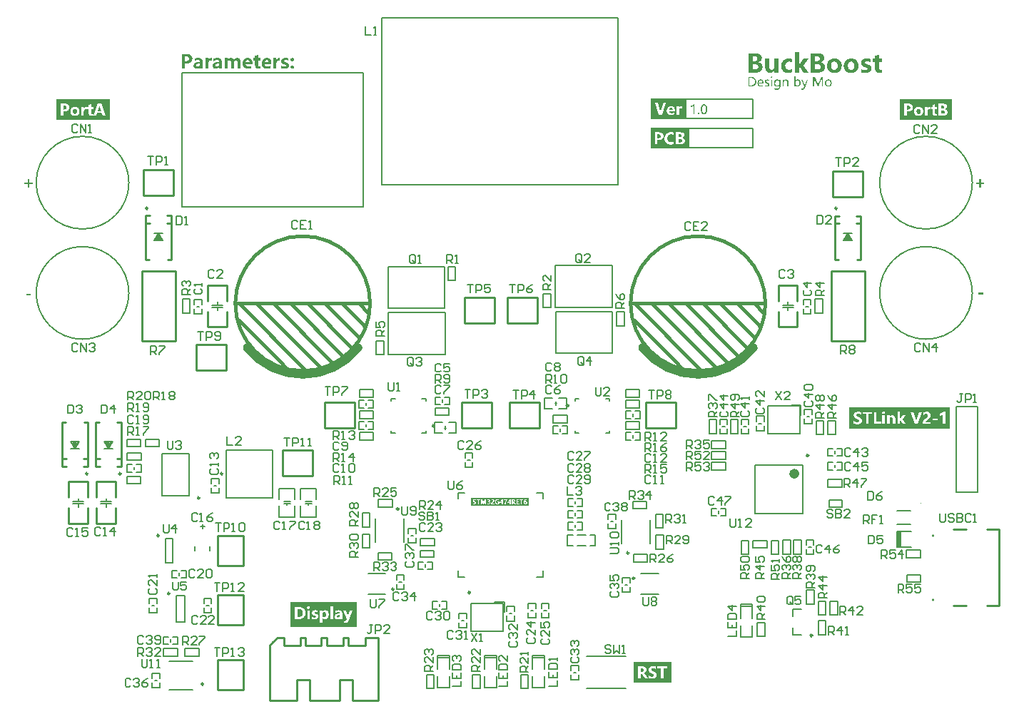
<source format=gto>
G04*
G04 #@! TF.GenerationSoftware,Altium Limited,Altium Designer,24.7.2 (38)*
G04*
G04 Layer_Color=65535*
%FSLAX44Y44*%
%MOMM*%
G71*
G04*
G04 #@! TF.SameCoordinates,1A42ED2C-D2DC-4C4E-9266-FAA71F5D9F86*
G04*
G04*
G04 #@! TF.FilePolarity,Positive*
G04*
G01*
G75*
%ADD10C,0.2500*%
%ADD11C,0.6000*%
%ADD12C,0.1000*%
%ADD13C,0.2540*%
%ADD14C,0.2000*%
%ADD15C,0.3810*%
%ADD16C,1.0000*%
%ADD17C,0.1524*%
%ADD18C,0.1500*%
%ADD19C,0.2032*%
%ADD20R,0.5080X1.8000*%
G36*
X866077Y761185D02*
X864644D01*
Y770967D01*
X864626Y770948D01*
X864579Y770911D01*
X864496Y770837D01*
X864441Y770791D01*
X864376Y770745D01*
X864293Y770689D01*
X864210Y770634D01*
X864117Y770569D01*
X864016Y770495D01*
X863895Y770431D01*
X863775Y770357D01*
X863636Y770283D01*
X863488Y770199D01*
X863479D01*
X863452Y770181D01*
X863415Y770162D01*
X863350Y770135D01*
X863285Y770098D01*
X863202Y770061D01*
X863100Y770014D01*
X862999Y769968D01*
X862767Y769876D01*
X862518Y769774D01*
X862259Y769691D01*
X862000Y769617D01*
Y771031D01*
X862009D01*
X862037Y771041D01*
X862093Y771059D01*
X862157Y771078D01*
X862240Y771105D01*
X862342Y771142D01*
X862453Y771179D01*
X862582Y771226D01*
X862721Y771281D01*
X862869Y771337D01*
X863036Y771401D01*
X863202Y771475D01*
X863562Y771632D01*
X863942Y771827D01*
X863951Y771836D01*
X863988Y771854D01*
X864043Y771882D01*
X864108Y771919D01*
X864201Y771974D01*
X864302Y772030D01*
X864413Y772095D01*
X864533Y772169D01*
X864783Y772326D01*
X865051Y772502D01*
X865301Y772686D01*
X865421Y772779D01*
X865532Y772871D01*
X866077D01*
Y761185D01*
D02*
G37*
G36*
X871273Y762868D02*
X871375Y762849D01*
X871477Y762821D01*
X871588Y762766D01*
X871708Y762701D01*
X871810Y762609D01*
X871819Y762599D01*
X871856Y762562D01*
X871902Y762498D01*
X871948Y762424D01*
X872004Y762322D01*
X872041Y762211D01*
X872078Y762082D01*
X872087Y761943D01*
Y761925D01*
Y761878D01*
X872068Y761804D01*
X872050Y761712D01*
X872022Y761610D01*
X871967Y761499D01*
X871902Y761388D01*
X871810Y761277D01*
X871800Y761268D01*
X871763Y761240D01*
X871699Y761194D01*
X871625Y761148D01*
X871523Y761092D01*
X871412Y761056D01*
X871273Y761019D01*
X871125Y761009D01*
X871061D01*
X870987Y761028D01*
X870885Y761046D01*
X870783Y761074D01*
X870672Y761120D01*
X870552Y761185D01*
X870451Y761277D01*
X870441Y761287D01*
X870414Y761324D01*
X870367Y761388D01*
X870321Y761462D01*
X870266Y761564D01*
X870229Y761675D01*
X870192Y761804D01*
X870182Y761943D01*
Y761952D01*
Y761962D01*
Y762008D01*
X870201Y762082D01*
X870219Y762174D01*
X870247Y762285D01*
X870293Y762396D01*
X870358Y762507D01*
X870451Y762609D01*
X870460Y762618D01*
X870497Y762655D01*
X870561Y762701D01*
X870645Y762747D01*
X870737Y762803D01*
X870857Y762840D01*
X870987Y762877D01*
X871135Y762886D01*
X871199D01*
X871273Y762868D01*
D02*
G37*
G36*
X877690Y772807D02*
X877773Y772797D01*
X877866Y772779D01*
X877976Y772751D01*
X878097Y772723D01*
X878235Y772686D01*
X878374Y772640D01*
X878522Y772576D01*
X878679Y772511D01*
X878846Y772418D01*
X879012Y772326D01*
X879178Y772215D01*
X879354Y772085D01*
X879520Y771937D01*
X879687Y771771D01*
X879853Y771586D01*
X880020Y771383D01*
X880177Y771161D01*
X880325Y770911D01*
X880463Y770634D01*
X880602Y770338D01*
X880722Y770014D01*
X880833Y769663D01*
X880926Y769293D01*
X881009Y768886D01*
X881074Y768443D01*
X881129Y767980D01*
X881157Y767481D01*
X881166Y766945D01*
Y766936D01*
Y766908D01*
Y766871D01*
Y766815D01*
Y766751D01*
X881157Y766667D01*
Y766575D01*
X881148Y766473D01*
Y766353D01*
X881138Y766224D01*
X881111Y765946D01*
X881083Y765641D01*
X881037Y765308D01*
X880981Y764957D01*
X880917Y764596D01*
X880833Y764227D01*
X880732Y763857D01*
X880611Y763496D01*
X880482Y763154D01*
X880325Y762831D01*
X880140Y762525D01*
X880131Y762507D01*
X880094Y762461D01*
X880029Y762387D01*
X879955Y762285D01*
X879844Y762174D01*
X879715Y762045D01*
X879567Y761906D01*
X879400Y761767D01*
X879206Y761619D01*
X878993Y761481D01*
X878753Y761351D01*
X878494Y761240D01*
X878226Y761139D01*
X877921Y761065D01*
X877607Y761019D01*
X877274Y761000D01*
X877200D01*
X877107Y761009D01*
X876987Y761019D01*
X876839Y761046D01*
X876673Y761074D01*
X876479Y761120D01*
X876284Y761185D01*
X876063Y761259D01*
X875841Y761351D01*
X875619Y761471D01*
X875397Y761610D01*
X875175Y761777D01*
X874953Y761971D01*
X874750Y762193D01*
X874565Y762442D01*
X874556Y762461D01*
X874528Y762507D01*
X874482Y762599D01*
X874417Y762710D01*
X874343Y762868D01*
X874260Y763053D01*
X874176Y763265D01*
X874093Y763515D01*
X874001Y763801D01*
X873918Y764116D01*
X873834Y764458D01*
X873760Y764837D01*
X873705Y765253D01*
X873650Y765697D01*
X873622Y766168D01*
X873613Y766677D01*
Y766686D01*
Y766714D01*
Y766751D01*
Y766806D01*
Y766880D01*
X873622Y766963D01*
Y767065D01*
X873631Y767176D01*
Y767296D01*
X873640Y767426D01*
X873650Y767564D01*
X873668Y767712D01*
X873696Y768036D01*
X873742Y768387D01*
X873788Y768748D01*
X873853Y769127D01*
X873936Y769506D01*
X874038Y769885D01*
X874149Y770255D01*
X874278Y770615D01*
X874435Y770948D01*
X874611Y771253D01*
X874620Y771272D01*
X874657Y771318D01*
X874713Y771401D01*
X874796Y771494D01*
X874907Y771614D01*
X875027Y771753D01*
X875184Y771891D01*
X875351Y772039D01*
X875554Y772178D01*
X875767Y772326D01*
X876007Y772455D01*
X876266Y772576D01*
X876553Y772668D01*
X876858Y772751D01*
X877181Y772797D01*
X877533Y772816D01*
X877625D01*
X877690Y772807D01*
D02*
G37*
G36*
X859676Y720000D02*
X814000D01*
Y744781D01*
X859676D01*
Y720000D01*
D02*
G37*
G36*
X856279Y755000D02*
X814000D01*
Y779539D01*
X856279D01*
Y755000D01*
D02*
G37*
G36*
X1168786Y388000D02*
X1050000D01*
Y413348D01*
X1168786D01*
Y388000D01*
D02*
G37*
G36*
X669507Y296000D02*
X601000D01*
Y305912D01*
X669507D01*
Y296000D01*
D02*
G37*
G36*
X838440Y86000D02*
X794000D01*
Y110781D01*
X838440D01*
Y86000D01*
D02*
G37*
G36*
X465267Y152000D02*
X387000D01*
Y181890D01*
X465267D01*
Y152000D01*
D02*
G37*
G36*
X1208455Y547000D02*
X1203000D01*
Y549103D01*
X1208455D01*
Y547000D01*
D02*
G37*
G36*
X1205813Y679813D02*
X1209673D01*
Y677860D01*
X1205813D01*
Y674000D01*
X1203883D01*
Y677860D01*
X1200000D01*
Y679813D01*
X1203883D01*
Y683685D01*
X1205813D01*
Y679813D01*
D02*
G37*
G36*
X78455Y546000D02*
X73000D01*
Y548103D01*
X78455D01*
Y546000D01*
D02*
G37*
G36*
X76813Y679813D02*
X80673D01*
Y677860D01*
X76813D01*
Y674000D01*
X74883D01*
Y677860D01*
X71000D01*
Y679813D01*
X74883D01*
Y683685D01*
X76813D01*
Y679813D01*
D02*
G37*
G36*
X1171198Y754000D02*
X1110000D01*
Y778539D01*
X1171198D01*
Y754000D01*
D02*
G37*
G36*
X172093D02*
X109000D01*
Y778539D01*
X172093D01*
Y754000D01*
D02*
G37*
G36*
X323778Y827828D02*
X323875D01*
X323986Y827814D01*
X324097Y827787D01*
X324235Y827759D01*
X324541Y827690D01*
X324873Y827579D01*
X325234Y827426D01*
X325428Y827329D01*
X325608Y827218D01*
X325803Y827107D01*
X325983Y826955D01*
X326163Y826802D01*
X326343Y826636D01*
X326510Y826441D01*
X326676Y826233D01*
X326843Y825998D01*
X326981Y825748D01*
X327120Y825484D01*
X327231Y825193D01*
X327342Y824874D01*
X327439Y824528D01*
X327508Y824153D01*
X327564Y823765D01*
X327592Y823335D01*
X327606Y822891D01*
Y815291D01*
X324041D01*
Y822281D01*
Y822295D01*
Y822309D01*
Y822350D01*
Y822406D01*
X324027Y822544D01*
X324014Y822725D01*
X323986Y822933D01*
X323930Y823168D01*
X323875Y823418D01*
X323792Y823682D01*
X323681Y823945D01*
X323542Y824195D01*
X323376Y824430D01*
X323181Y824639D01*
X322946Y824819D01*
X322668Y824958D01*
X322516Y825013D01*
X322349Y825055D01*
X322169Y825069D01*
X321989Y825082D01*
X321892D01*
X321836Y825069D01*
X321753Y825055D01*
X321656Y825041D01*
X321434Y824971D01*
X321184Y824874D01*
X321046Y824805D01*
X320907Y824722D01*
X320782Y824625D01*
X320644Y824500D01*
X320519Y824375D01*
X320394Y824222D01*
Y824209D01*
X320366Y824181D01*
X320338Y824139D01*
X320297Y824070D01*
X320255Y823987D01*
X320200Y823890D01*
X320144Y823779D01*
X320089Y823654D01*
X320019Y823501D01*
X319964Y823349D01*
X319867Y822988D01*
X319798Y822600D01*
X319784Y822378D01*
X319770Y822156D01*
Y815291D01*
X316206D01*
Y822364D01*
Y822378D01*
Y822392D01*
Y822433D01*
Y822475D01*
X316192Y822614D01*
X316178Y822794D01*
X316150Y822988D01*
X316095Y823224D01*
X316039Y823474D01*
X315956Y823723D01*
X315845Y823973D01*
X315706Y824222D01*
X315554Y824458D01*
X315346Y824652D01*
X315124Y824833D01*
X314847Y824971D01*
X314694Y825013D01*
X314541Y825055D01*
X314361Y825069D01*
X314181Y825082D01*
X314084D01*
X314014Y825069D01*
X313931Y825055D01*
X313834Y825041D01*
X313598Y824985D01*
X313335Y824888D01*
X313210Y824819D01*
X313071Y824736D01*
X312933Y824639D01*
X312808Y824541D01*
X312683Y824403D01*
X312558Y824264D01*
Y824250D01*
X312530Y824222D01*
X312503Y824181D01*
X312461Y824111D01*
X312420Y824042D01*
X312364Y823945D01*
X312323Y823820D01*
X312267Y823696D01*
X312212Y823543D01*
X312156Y823390D01*
X312101Y823210D01*
X312059Y823016D01*
X312017Y822808D01*
X311990Y822600D01*
X311976Y822364D01*
X311962Y822114D01*
Y815291D01*
X308384D01*
Y827537D01*
X311962D01*
Y825623D01*
X312003D01*
X312017Y825637D01*
X312031Y825665D01*
X312073Y825720D01*
X312115Y825804D01*
X312184Y825887D01*
X312267Y825984D01*
X312461Y826219D01*
X312697Y826483D01*
X312988Y826760D01*
X313335Y827024D01*
X313709Y827260D01*
X313723Y827273D01*
X313765Y827287D01*
X313820Y827315D01*
X313890Y827357D01*
X313987Y827398D01*
X314111Y827440D01*
X314236Y827495D01*
X314389Y827551D01*
X314722Y827662D01*
X315110Y827745D01*
X315526Y827814D01*
X315956Y827842D01*
X316067D01*
X316206Y827828D01*
X316372Y827801D01*
X316580Y827773D01*
X316816Y827717D01*
X317079Y827648D01*
X317371Y827551D01*
X317648Y827426D01*
X317953Y827273D01*
X318244Y827093D01*
X318536Y826871D01*
X318799Y826594D01*
X319063Y826289D01*
X319284Y825928D01*
X319479Y825526D01*
X319492Y825554D01*
X319548Y825623D01*
X319631Y825734D01*
X319742Y825887D01*
X319895Y826067D01*
X320075Y826261D01*
X320283Y826469D01*
X320533Y826691D01*
X320810Y826899D01*
X321115Y827107D01*
X321462Y827301D01*
X321822Y827482D01*
X322225Y827634D01*
X322654Y827745D01*
X323126Y827814D01*
X323611Y827842D01*
X323708D01*
X323778Y827828D01*
D02*
G37*
G36*
X373662Y827731D02*
X373815Y827717D01*
X373968Y827690D01*
X374120Y827648D01*
X374259Y827606D01*
Y824292D01*
X374245D01*
X374231Y824306D01*
X374189Y824333D01*
X374148Y824347D01*
X374009Y824417D01*
X373815Y824486D01*
X373593Y824541D01*
X373316Y824611D01*
X373011Y824652D01*
X372678Y824666D01*
X372567D01*
X372470Y824652D01*
X372373Y824639D01*
X372248Y824611D01*
X371984Y824555D01*
X371665Y824444D01*
X371513Y824361D01*
X371346Y824278D01*
X371180Y824167D01*
X371027Y824042D01*
X370875Y823904D01*
X370736Y823737D01*
X370722Y823723D01*
X370709Y823696D01*
X370667Y823640D01*
X370625Y823571D01*
X370570Y823474D01*
X370514Y823363D01*
X370445Y823224D01*
X370390Y823071D01*
X370320Y822891D01*
X370251Y822697D01*
X370195Y822489D01*
X370140Y822267D01*
X370098Y822017D01*
X370057Y821754D01*
X370043Y821477D01*
X370029Y821171D01*
Y815291D01*
X366451D01*
Y827537D01*
X370029D01*
Y825235D01*
X370070D01*
Y825249D01*
X370084Y825263D01*
X370112Y825346D01*
X370168Y825471D01*
X370251Y825623D01*
X370348Y825817D01*
X370473Y826025D01*
X370625Y826261D01*
X370806Y826497D01*
X371014Y826719D01*
X371249Y826955D01*
X371513Y827163D01*
X371804Y827357D01*
X372137Y827509D01*
X372484Y827634D01*
X372886Y827717D01*
X373080Y827745D01*
X373524D01*
X373662Y827731D01*
D02*
G37*
G36*
X292879D02*
X293032Y827717D01*
X293184Y827690D01*
X293337Y827648D01*
X293475Y827606D01*
Y824292D01*
X293461D01*
X293448Y824306D01*
X293406Y824333D01*
X293364Y824347D01*
X293226Y824417D01*
X293032Y824486D01*
X292810Y824541D01*
X292532Y824611D01*
X292227Y824652D01*
X291894Y824666D01*
X291783D01*
X291686Y824652D01*
X291589Y824639D01*
X291464Y824611D01*
X291201Y824555D01*
X290882Y824444D01*
X290729Y824361D01*
X290563Y824278D01*
X290397Y824167D01*
X290244Y824042D01*
X290091Y823904D01*
X289953Y823737D01*
X289939Y823723D01*
X289925Y823696D01*
X289883Y823640D01*
X289842Y823571D01*
X289786Y823474D01*
X289731Y823363D01*
X289662Y823224D01*
X289606Y823071D01*
X289537Y822891D01*
X289467Y822697D01*
X289412Y822489D01*
X289356Y822267D01*
X289315Y822017D01*
X289273Y821754D01*
X289259Y821477D01*
X289245Y821171D01*
Y815291D01*
X285667D01*
Y827537D01*
X289245D01*
Y825235D01*
X289287D01*
Y825249D01*
X289301Y825263D01*
X289329Y825346D01*
X289384Y825471D01*
X289467Y825623D01*
X289564Y825817D01*
X289689Y826025D01*
X289842Y826261D01*
X290022Y826497D01*
X290230Y826719D01*
X290466Y826955D01*
X290729Y827163D01*
X291021Y827357D01*
X291353Y827509D01*
X291700Y827634D01*
X292102Y827717D01*
X292297Y827745D01*
X292740D01*
X292879Y827731D01*
D02*
G37*
G36*
X381332Y827828D02*
X381484D01*
X381651Y827814D01*
X381859Y827801D01*
X382081Y827787D01*
X382316Y827759D01*
X382566Y827717D01*
X383121Y827634D01*
X383703Y827509D01*
X384286Y827343D01*
Y824528D01*
X384272Y824541D01*
X384216Y824569D01*
X384147Y824611D01*
X384036Y824652D01*
X383897Y824722D01*
X383745Y824791D01*
X383564Y824860D01*
X383357Y824944D01*
X383135Y825027D01*
X382885Y825096D01*
X382635Y825165D01*
X382358Y825235D01*
X382067Y825276D01*
X381762Y825318D01*
X381456Y825346D01*
X381138Y825360D01*
X380999D01*
X380832Y825346D01*
X380638Y825318D01*
X380416Y825290D01*
X380195Y825235D01*
X379959Y825152D01*
X379751Y825055D01*
X379723Y825041D01*
X379668Y824999D01*
X379584Y824930D01*
X379501Y824847D01*
X379404Y824736D01*
X379321Y824597D01*
X379265Y824444D01*
X379238Y824264D01*
Y824250D01*
Y824222D01*
X379251Y824181D01*
X379265Y824125D01*
X379321Y823973D01*
X379362Y823876D01*
X379432Y823779D01*
X379515Y823668D01*
X379612Y823557D01*
X379737Y823446D01*
X379889Y823335D01*
X380070Y823210D01*
X380278Y823099D01*
X380513Y822988D01*
X380791Y822891D01*
X380805D01*
X380860Y822863D01*
X380957Y822836D01*
X381068Y822794D01*
X381207Y822752D01*
X381359Y822697D01*
X381540Y822628D01*
X381734Y822558D01*
X382136Y822406D01*
X382552Y822225D01*
X382940Y822059D01*
X383121Y821962D01*
X383287Y821879D01*
X383301D01*
X383329Y821865D01*
X383370Y821837D01*
X383426Y821796D01*
X383578Y821698D01*
X383759Y821560D01*
X383967Y821393D01*
X384175Y821185D01*
X384383Y820949D01*
X384563Y820686D01*
Y820672D01*
X384577Y820658D01*
X384605Y820617D01*
X384632Y820561D01*
X384660Y820492D01*
X384702Y820409D01*
X384785Y820201D01*
X384868Y819951D01*
X384938Y819660D01*
X384993Y819327D01*
X385007Y818980D01*
Y818952D01*
Y818897D01*
X384993Y818800D01*
X384979Y818661D01*
X384965Y818509D01*
X384924Y818328D01*
X384882Y818120D01*
X384813Y817898D01*
X384729Y817663D01*
X384632Y817427D01*
X384507Y817177D01*
X384369Y816942D01*
X384189Y816692D01*
X383980Y816470D01*
X383745Y816248D01*
X383481Y816040D01*
X383467Y816026D01*
X383412Y815999D01*
X383329Y815943D01*
X383204Y815874D01*
X383051Y815804D01*
X382871Y815707D01*
X382649Y815624D01*
X382413Y815527D01*
X382136Y815430D01*
X381831Y815333D01*
X381498Y815236D01*
X381138Y815166D01*
X380749Y815097D01*
X380333Y815042D01*
X379889Y815014D01*
X379432Y815000D01*
X379238D01*
X379099Y815014D01*
X378919D01*
X378711Y815028D01*
X378475Y815055D01*
X378225Y815083D01*
X377948Y815111D01*
X377657Y815153D01*
X377033Y815264D01*
X376381Y815416D01*
X376062Y815499D01*
X375743Y815610D01*
Y818578D01*
X375770Y818564D01*
X375826Y818536D01*
X375923Y818481D01*
X376062Y818398D01*
X376228Y818315D01*
X376408Y818217D01*
X376630Y818120D01*
X376880Y818023D01*
X377143Y817912D01*
X377421Y817815D01*
X377726Y817718D01*
X378031Y817635D01*
X378350Y817566D01*
X378669Y817510D01*
X379002Y817469D01*
X379335Y817455D01*
X379432D01*
X379543Y817469D01*
X379681D01*
X379848Y817496D01*
X380042Y817524D01*
X380236Y817552D01*
X380444Y817607D01*
X380652Y817663D01*
X380846Y817746D01*
X381040Y817843D01*
X381207Y817954D01*
X381345Y818093D01*
X381456Y818259D01*
X381526Y818439D01*
X381554Y818647D01*
Y818661D01*
Y818689D01*
X381540Y818731D01*
X381526Y818786D01*
X381498Y818855D01*
X381456Y818939D01*
X381401Y819036D01*
X381332Y819133D01*
X381235Y819244D01*
X381110Y819355D01*
X380957Y819466D01*
X380777Y819590D01*
X380569Y819701D01*
X380333Y819826D01*
X380042Y819937D01*
X379723Y820048D01*
X379695Y820062D01*
X379626Y820076D01*
X379501Y820117D01*
X379348Y820173D01*
X379168Y820242D01*
X378960Y820312D01*
X378724Y820409D01*
X378475Y820506D01*
X377962Y820742D01*
X377449Y821019D01*
X377199Y821158D01*
X376977Y821310D01*
X376769Y821463D01*
X376589Y821629D01*
X376575Y821643D01*
X376547Y821671D01*
X376506Y821726D01*
X376464Y821796D01*
X376395Y821879D01*
X376325Y821990D01*
X376242Y822114D01*
X376173Y822253D01*
X376089Y822406D01*
X376006Y822586D01*
X375937Y822780D01*
X375881Y822988D01*
X375826Y823224D01*
X375784Y823460D01*
X375757Y823709D01*
X375743Y823987D01*
Y824015D01*
Y824070D01*
X375757Y824167D01*
X375770Y824292D01*
X375784Y824430D01*
X375826Y824611D01*
X375868Y824805D01*
X375923Y825013D01*
X376006Y825235D01*
X376103Y825471D01*
X376214Y825706D01*
X376353Y825942D01*
X376519Y826178D01*
X376713Y826400D01*
X376949Y826622D01*
X377199Y826816D01*
X377213Y826830D01*
X377268Y826858D01*
X377351Y826913D01*
X377462Y826982D01*
X377615Y827052D01*
X377795Y827135D01*
X377989Y827232D01*
X378225Y827329D01*
X378489Y827426D01*
X378780Y827523D01*
X379099Y827606D01*
X379446Y827676D01*
X379806Y827745D01*
X380195Y827801D01*
X380611Y827828D01*
X381040Y827842D01*
X381207D01*
X381332Y827828D01*
D02*
G37*
G36*
X389043Y827676D02*
X389195Y827662D01*
X389403Y827620D01*
X389639Y827565D01*
X389888Y827468D01*
X390138Y827343D01*
X390374Y827163D01*
X390388D01*
X390402Y827135D01*
X390471Y827066D01*
X390568Y826955D01*
X390679Y826802D01*
X390790Y826594D01*
X390887Y826372D01*
X390956Y826095D01*
X390984Y825956D01*
Y825804D01*
Y825790D01*
Y825762D01*
Y825720D01*
X390970Y825665D01*
X390956Y825512D01*
X390915Y825318D01*
X390831Y825096D01*
X390721Y824874D01*
X390582Y824639D01*
X390485Y824528D01*
X390374Y824430D01*
X390346Y824403D01*
X390263Y824347D01*
X390138Y824264D01*
X389958Y824167D01*
X389736Y824070D01*
X389472Y823987D01*
X389167Y823931D01*
X388834Y823904D01*
X388751D01*
X388682Y823917D01*
X388613D01*
X388516Y823931D01*
X388321Y823973D01*
X388086Y824042D01*
X387822Y824125D01*
X387573Y824264D01*
X387337Y824444D01*
X387309Y824472D01*
X387240Y824541D01*
X387142Y824652D01*
X387046Y824819D01*
X386935Y825013D01*
X386837Y825249D01*
X386768Y825512D01*
X386754Y825651D01*
X386740Y825804D01*
Y825817D01*
Y825845D01*
Y825887D01*
X386754Y825942D01*
X386768Y826095D01*
X386824Y826289D01*
X386893Y826497D01*
X387004Y826733D01*
X387156Y826955D01*
X387253Y827066D01*
X387364Y827163D01*
X387378D01*
X387392Y827190D01*
X387475Y827246D01*
X387614Y827329D01*
X387794Y827426D01*
X388016Y827523D01*
X388280Y827606D01*
X388571Y827662D01*
X388890Y827690D01*
X388973D01*
X389043Y827676D01*
D02*
G37*
G36*
X300396Y827828D02*
X300507D01*
X300645Y827814D01*
X300812Y827787D01*
X300978Y827759D01*
X301172Y827731D01*
X301367Y827690D01*
X301796Y827565D01*
X302268Y827412D01*
X302504Y827315D01*
X302753Y827204D01*
X302989Y827066D01*
X303225Y826927D01*
X303461Y826760D01*
X303696Y826580D01*
X303918Y826386D01*
X304126Y826164D01*
X304320Y825928D01*
X304515Y825665D01*
X304695Y825387D01*
X304847Y825069D01*
X304986Y824750D01*
X305097Y824389D01*
X305194Y824001D01*
X305264Y823598D01*
X305305Y823155D01*
X305319Y822683D01*
Y815291D01*
X301907D01*
Y817066D01*
X301866D01*
X301852Y817039D01*
X301810Y816983D01*
X301741Y816872D01*
X301630Y816747D01*
X301505Y816581D01*
X301339Y816415D01*
X301159Y816220D01*
X300937Y816040D01*
X300701Y815846D01*
X300423Y815652D01*
X300118Y815485D01*
X299799Y815319D01*
X299439Y815194D01*
X299051Y815083D01*
X298648Y815028D01*
X298204Y815000D01*
X298038D01*
X297913Y815014D01*
X297761Y815028D01*
X297594Y815055D01*
X297400Y815083D01*
X297206Y815125D01*
X296984Y815180D01*
X296748Y815236D01*
X296526Y815319D01*
X296291Y815416D01*
X296055Y815527D01*
X295833Y815666D01*
X295611Y815818D01*
X295403Y815985D01*
X295389Y815999D01*
X295361Y816026D01*
X295306Y816082D01*
X295237Y816165D01*
X295167Y816262D01*
X295070Y816387D01*
X294987Y816525D01*
X294890Y816692D01*
X294793Y816872D01*
X294696Y817080D01*
X294599Y817302D01*
X294529Y817538D01*
X294460Y817787D01*
X294405Y818065D01*
X294377Y818370D01*
X294363Y818675D01*
Y818689D01*
Y818717D01*
Y818758D01*
X294377Y818828D01*
Y818911D01*
X294391Y819008D01*
X294432Y819230D01*
X294488Y819507D01*
X294585Y819826D01*
X294710Y820159D01*
X294890Y820506D01*
X295112Y820866D01*
X295237Y821047D01*
X295389Y821227D01*
X295556Y821393D01*
X295722Y821574D01*
X295930Y821740D01*
X296138Y821893D01*
X296374Y822045D01*
X296623Y822184D01*
X296887Y822322D01*
X297178Y822433D01*
X297497Y822544D01*
X297830Y822642D01*
X298191Y822711D01*
X298565Y822780D01*
X301935Y823224D01*
Y823252D01*
Y823321D01*
X301921Y823418D01*
X301907Y823557D01*
X301866Y823723D01*
X301824Y823904D01*
X301755Y824098D01*
X301658Y824292D01*
X301533Y824486D01*
X301394Y824680D01*
X301214Y824860D01*
X300992Y825027D01*
X300742Y825165D01*
X300437Y825263D01*
X300091Y825332D01*
X299702Y825360D01*
X299605D01*
X299494Y825346D01*
X299328D01*
X299134Y825318D01*
X298912Y825290D01*
X298648Y825249D01*
X298371Y825193D01*
X298066Y825124D01*
X297733Y825041D01*
X297400Y824930D01*
X297040Y824805D01*
X296679Y824652D01*
X296318Y824472D01*
X295944Y824278D01*
X295583Y824042D01*
Y826788D01*
X295597D01*
X295625Y826816D01*
X295667Y826830D01*
X295736Y826871D01*
X295819Y826913D01*
X295916Y826955D01*
X296027Y827010D01*
X296166Y827066D01*
X296318Y827121D01*
X296485Y827177D01*
X296665Y827246D01*
X296859Y827315D01*
X297067Y827371D01*
X297289Y827440D01*
X297539Y827495D01*
X297788Y827551D01*
X297802D01*
X297858Y827565D01*
X297927Y827579D01*
X298024Y827592D01*
X298149Y827620D01*
X298288Y827648D01*
X298440Y827676D01*
X298607Y827703D01*
X298981Y827745D01*
X299383Y827801D01*
X299785Y827828D01*
X300174Y827842D01*
X300299D01*
X300396Y827828D01*
D02*
G37*
G36*
X277679D02*
X277790D01*
X277929Y827814D01*
X278095Y827787D01*
X278262Y827759D01*
X278456Y827731D01*
X278650Y827690D01*
X279080Y827565D01*
X279552Y827412D01*
X279787Y827315D01*
X280037Y827204D01*
X280273Y827066D01*
X280508Y826927D01*
X280744Y826760D01*
X280980Y826580D01*
X281202Y826386D01*
X281410Y826164D01*
X281604Y825928D01*
X281798Y825665D01*
X281978Y825387D01*
X282131Y825069D01*
X282270Y824750D01*
X282381Y824389D01*
X282478Y824001D01*
X282547Y823598D01*
X282589Y823155D01*
X282603Y822683D01*
Y815291D01*
X279191D01*
Y817066D01*
X279149D01*
X279135Y817039D01*
X279094Y816983D01*
X279025Y816872D01*
X278913Y816747D01*
X278789Y816581D01*
X278622Y816415D01*
X278442Y816220D01*
X278220Y816040D01*
X277984Y815846D01*
X277707Y815652D01*
X277402Y815485D01*
X277083Y815319D01*
X276722Y815194D01*
X276334Y815083D01*
X275932Y815028D01*
X275488Y815000D01*
X275322D01*
X275197Y815014D01*
X275044Y815028D01*
X274878Y815055D01*
X274684Y815083D01*
X274489Y815125D01*
X274268Y815180D01*
X274032Y815236D01*
X273810Y815319D01*
X273574Y815416D01*
X273338Y815527D01*
X273116Y815666D01*
X272895Y815818D01*
X272687Y815985D01*
X272673Y815999D01*
X272645Y816026D01*
X272589Y816082D01*
X272520Y816165D01*
X272451Y816262D01*
X272354Y816387D01*
X272271Y816525D01*
X272174Y816692D01*
X272076Y816872D01*
X271979Y817080D01*
X271882Y817302D01*
X271813Y817538D01*
X271744Y817787D01*
X271688Y818065D01*
X271660Y818370D01*
X271646Y818675D01*
Y818689D01*
Y818717D01*
Y818758D01*
X271660Y818828D01*
Y818911D01*
X271674Y819008D01*
X271716Y819230D01*
X271771Y819507D01*
X271868Y819826D01*
X271993Y820159D01*
X272174Y820506D01*
X272395Y820866D01*
X272520Y821047D01*
X272673Y821227D01*
X272839Y821393D01*
X273006Y821574D01*
X273214Y821740D01*
X273422Y821893D01*
X273657Y822045D01*
X273907Y822184D01*
X274170Y822322D01*
X274462Y822433D01*
X274781Y822544D01*
X275114Y822642D01*
X275474Y822711D01*
X275849Y822780D01*
X279219Y823224D01*
Y823252D01*
Y823321D01*
X279205Y823418D01*
X279191Y823557D01*
X279149Y823723D01*
X279108Y823904D01*
X279038Y824098D01*
X278941Y824292D01*
X278817Y824486D01*
X278678Y824680D01*
X278498Y824860D01*
X278276Y825027D01*
X278026Y825165D01*
X277721Y825263D01*
X277374Y825332D01*
X276986Y825360D01*
X276889D01*
X276778Y825346D01*
X276611D01*
X276417Y825318D01*
X276195Y825290D01*
X275932Y825249D01*
X275655Y825193D01*
X275349Y825124D01*
X275016Y825041D01*
X274684Y824930D01*
X274323Y824805D01*
X273962Y824652D01*
X273602Y824472D01*
X273228Y824278D01*
X272867Y824042D01*
Y826788D01*
X272881D01*
X272908Y826816D01*
X272950Y826830D01*
X273020Y826871D01*
X273103Y826913D01*
X273200Y826955D01*
X273311Y827010D01*
X273449Y827066D01*
X273602Y827121D01*
X273768Y827177D01*
X273949Y827246D01*
X274143Y827315D01*
X274351Y827371D01*
X274573Y827440D01*
X274822Y827495D01*
X275072Y827551D01*
X275086D01*
X275141Y827565D01*
X275211Y827579D01*
X275308Y827592D01*
X275433Y827620D01*
X275571Y827648D01*
X275724Y827676D01*
X275890Y827703D01*
X276265Y827745D01*
X276667Y827801D01*
X277069Y827828D01*
X277457Y827842D01*
X277582D01*
X277679Y827828D01*
D02*
G37*
G36*
X264185Y832433D02*
X264324D01*
X264504Y832405D01*
X264698Y832391D01*
X264907Y832363D01*
X265142Y832322D01*
X265392Y832280D01*
X265655Y832225D01*
X265933Y832155D01*
X266224Y832086D01*
X266515Y831989D01*
X266806Y831892D01*
X267111Y831767D01*
X267417Y831628D01*
X267708Y831476D01*
X267999Y831309D01*
X268290Y831115D01*
X268568Y830907D01*
X268831Y830685D01*
X269081Y830422D01*
X269317Y830158D01*
X269525Y829853D01*
X269719Y829534D01*
X269899Y829187D01*
X270038Y828799D01*
X270163Y828397D01*
X270246Y827967D01*
X270301Y827509D01*
X270315Y827010D01*
Y826996D01*
Y826982D01*
Y826941D01*
Y826899D01*
X270301Y826760D01*
X270287Y826580D01*
X270260Y826344D01*
X270218Y826095D01*
X270149Y825804D01*
X270079Y825498D01*
X269968Y825165D01*
X269844Y824819D01*
X269691Y824472D01*
X269497Y824111D01*
X269275Y823765D01*
X269011Y823418D01*
X268720Y823085D01*
X268374Y822780D01*
X268346Y822766D01*
X268290Y822711D01*
X268179Y822642D01*
X268027Y822531D01*
X267833Y822420D01*
X267611Y822281D01*
X267347Y822142D01*
X267042Y822003D01*
X266709Y821851D01*
X266349Y821712D01*
X265947Y821588D01*
X265530Y821477D01*
X265073Y821379D01*
X264587Y821310D01*
X264074Y821268D01*
X261661D01*
Y815291D01*
X258000D01*
Y832446D01*
X264060D01*
X264185Y832433D01*
D02*
G37*
G36*
X389043Y818772D02*
X389195Y818758D01*
X389403Y818717D01*
X389639Y818661D01*
X389888Y818564D01*
X390138Y818426D01*
X390374Y818245D01*
X390388D01*
X390402Y818217D01*
X390471Y818148D01*
X390568Y818037D01*
X390679Y817871D01*
X390790Y817677D01*
X390887Y817441D01*
X390956Y817177D01*
X390984Y817039D01*
Y816886D01*
Y816872D01*
Y816844D01*
Y816803D01*
X390970Y816747D01*
X390956Y816595D01*
X390915Y816401D01*
X390831Y816179D01*
X390721Y815957D01*
X390582Y815721D01*
X390485Y815610D01*
X390374Y815513D01*
X390346Y815485D01*
X390263Y815430D01*
X390138Y815347D01*
X389958Y815264D01*
X389736Y815166D01*
X389472Y815083D01*
X389167Y815028D01*
X388834Y815000D01*
X388751D01*
X388696Y815014D01*
X388529Y815028D01*
X388321Y815069D01*
X388100Y815125D01*
X387850Y815222D01*
X387600Y815347D01*
X387351Y815527D01*
X387323Y815555D01*
X387253Y815624D01*
X387156Y815735D01*
X387046Y815901D01*
X386935Y816096D01*
X386837Y816331D01*
X386768Y816595D01*
X386754Y816733D01*
X386740Y816886D01*
Y816900D01*
Y816928D01*
Y816969D01*
X386754Y817025D01*
X386768Y817177D01*
X386824Y817372D01*
X386893Y817579D01*
X387004Y817815D01*
X387156Y818037D01*
X387253Y818148D01*
X387364Y818245D01*
X387378D01*
X387392Y818273D01*
X387475Y818328D01*
X387614Y818412D01*
X387794Y818523D01*
X388016Y818620D01*
X388280Y818703D01*
X388571Y818758D01*
X388890Y818786D01*
X388973D01*
X389043Y818772D01*
D02*
G37*
G36*
X358837Y827828D02*
X359017Y827814D01*
X359239Y827801D01*
X359489Y827759D01*
X359766Y827703D01*
X360071Y827648D01*
X360390Y827565D01*
X360723Y827454D01*
X361070Y827329D01*
X361403Y827177D01*
X361736Y826996D01*
X362055Y826788D01*
X362360Y826538D01*
X362651Y826261D01*
X362665Y826247D01*
X362720Y826192D01*
X362790Y826095D01*
X362887Y825970D01*
X362998Y825817D01*
X363122Y825609D01*
X363247Y825387D01*
X363386Y825124D01*
X363525Y824833D01*
X363649Y824514D01*
X363774Y824153D01*
X363885Y823765D01*
X363982Y823349D01*
X364052Y822905D01*
X364107Y822420D01*
X364121Y821920D01*
Y820409D01*
X356063D01*
Y820395D01*
Y820381D01*
X356077Y820339D01*
Y820284D01*
X356105Y820145D01*
X356147Y819965D01*
X356202Y819743D01*
X356285Y819507D01*
X356410Y819244D01*
X356563Y818980D01*
X356743Y818717D01*
X356979Y818453D01*
X357256Y818217D01*
X357589Y817996D01*
X357769Y817898D01*
X357963Y817815D01*
X358185Y817746D01*
X358407Y817677D01*
X358657Y817621D01*
X358920Y817579D01*
X359198Y817566D01*
X359489Y817552D01*
X359586D01*
X359683Y817566D01*
X359836D01*
X360016Y817579D01*
X360210Y817607D01*
X360446Y817635D01*
X360695Y817677D01*
X360973Y817732D01*
X361264Y817801D01*
X361555Y817871D01*
X361860Y817968D01*
X362165Y818093D01*
X362471Y818217D01*
X362776Y818370D01*
X363067Y818550D01*
Y815929D01*
X363053Y815915D01*
X362984Y815888D01*
X362901Y815846D01*
X362762Y815790D01*
X362595Y815707D01*
X362401Y815638D01*
X362165Y815555D01*
X361902Y815471D01*
X361597Y815374D01*
X361264Y815291D01*
X360904Y815222D01*
X360515Y815153D01*
X360099Y815083D01*
X359655Y815042D01*
X359184Y815014D01*
X358685Y815000D01*
X358490D01*
X358407Y815014D01*
X358199Y815028D01*
X357963Y815055D01*
X357672Y815083D01*
X357353Y815139D01*
X357020Y815208D01*
X356660Y815291D01*
X356285Y815402D01*
X355911Y815527D01*
X355536Y815693D01*
X355162Y815874D01*
X354801Y816096D01*
X354455Y816345D01*
X354136Y816637D01*
X354122Y816650D01*
X354066Y816720D01*
X353983Y816803D01*
X353886Y816942D01*
X353761Y817108D01*
X353623Y817316D01*
X353470Y817552D01*
X353331Y817829D01*
X353179Y818134D01*
X353026Y818481D01*
X352888Y818855D01*
X352763Y819271D01*
X352666Y819715D01*
X352583Y820187D01*
X352527Y820686D01*
X352513Y821227D01*
Y821241D01*
Y821255D01*
Y821296D01*
Y821352D01*
X352527Y821421D01*
Y821504D01*
X352541Y821712D01*
X352569Y821962D01*
X352610Y822253D01*
X352652Y822572D01*
X352735Y822933D01*
X352818Y823293D01*
X352929Y823682D01*
X353068Y824084D01*
X353234Y824486D01*
X353442Y824874D01*
X353664Y825263D01*
X353928Y825637D01*
X354233Y825998D01*
X354247Y826025D01*
X354316Y826081D01*
X354413Y826164D01*
X354552Y826289D01*
X354718Y826428D01*
X354926Y826580D01*
X355162Y826747D01*
X355425Y826927D01*
X355731Y827093D01*
X356063Y827260D01*
X356410Y827412D01*
X356799Y827551D01*
X357215Y827676D01*
X357644Y827759D01*
X358102Y827828D01*
X358587Y827842D01*
X358698D01*
X358837Y827828D01*
D02*
G37*
G36*
X348283Y827537D02*
X351071D01*
Y824860D01*
X348283D01*
Y819701D01*
Y819674D01*
Y819618D01*
X348297Y819521D01*
X348311Y819396D01*
X348325Y819244D01*
X348367Y819077D01*
X348408Y818911D01*
X348477Y818731D01*
X348561Y818536D01*
X348658Y818370D01*
X348783Y818204D01*
X348935Y818051D01*
X349115Y817926D01*
X349323Y817829D01*
X349559Y817774D01*
X349837Y817746D01*
X349934D01*
X350058Y817760D01*
X350211Y817787D01*
X350405Y817829D01*
X350613Y817898D01*
X350835Y817982D01*
X351071Y818093D01*
Y815430D01*
X351057D01*
X351029Y815416D01*
X350988Y815388D01*
X350918Y815361D01*
X350835Y815333D01*
X350724Y815291D01*
X350599Y815250D01*
X350461Y815222D01*
X350294Y815180D01*
X350114Y815139D01*
X349920Y815097D01*
X349698Y815069D01*
X349462Y815042D01*
X349199Y815014D01*
X348921Y815000D01*
X348519D01*
X348450Y815014D01*
X348367D01*
X348256Y815028D01*
X348145Y815042D01*
X348006Y815069D01*
X347715Y815125D01*
X347382Y815222D01*
X347035Y815347D01*
X346674Y815513D01*
X346300Y815735D01*
X346120Y815860D01*
X345953Y815999D01*
X345787Y816151D01*
X345620Y816331D01*
X345468Y816525D01*
X345329Y816720D01*
X345191Y816955D01*
X345080Y817191D01*
X344969Y817455D01*
X344885Y817746D01*
X344816Y818051D01*
X344761Y818370D01*
X344733Y818717D01*
X344719Y819091D01*
Y824860D01*
X342708D01*
Y827537D01*
X344719D01*
Y830228D01*
X348283Y831254D01*
Y827537D01*
D02*
G37*
G36*
X336245Y827828D02*
X336426Y827814D01*
X336648Y827801D01*
X336897Y827759D01*
X337175Y827703D01*
X337480Y827648D01*
X337799Y827565D01*
X338132Y827454D01*
X338478Y827329D01*
X338811Y827177D01*
X339144Y826996D01*
X339463Y826788D01*
X339768Y826538D01*
X340059Y826261D01*
X340073Y826247D01*
X340129Y826192D01*
X340198Y826095D01*
X340295Y825970D01*
X340406Y825817D01*
X340531Y825609D01*
X340656Y825387D01*
X340794Y825124D01*
X340933Y824833D01*
X341058Y824514D01*
X341183Y824153D01*
X341294Y823765D01*
X341391Y823349D01*
X341460Y822905D01*
X341516Y822420D01*
X341529Y821920D01*
Y820409D01*
X333472D01*
Y820395D01*
Y820381D01*
X333486Y820339D01*
Y820284D01*
X333513Y820145D01*
X333555Y819965D01*
X333610Y819743D01*
X333694Y819507D01*
X333819Y819244D01*
X333971Y818980D01*
X334151Y818717D01*
X334387Y818453D01*
X334664Y818217D01*
X334997Y817996D01*
X335178Y817898D01*
X335372Y817815D01*
X335594Y817746D01*
X335816Y817677D01*
X336065Y817621D01*
X336329Y817579D01*
X336606Y817566D01*
X336897Y817552D01*
X336994D01*
X337091Y817566D01*
X337244D01*
X337424Y817579D01*
X337618Y817607D01*
X337854Y817635D01*
X338104Y817677D01*
X338381Y817732D01*
X338672Y817801D01*
X338964Y817871D01*
X339269Y817968D01*
X339574Y818093D01*
X339879Y818217D01*
X340184Y818370D01*
X340475Y818550D01*
Y815929D01*
X340462Y815915D01*
X340392Y815888D01*
X340309Y815846D01*
X340170Y815790D01*
X340004Y815707D01*
X339810Y815638D01*
X339574Y815555D01*
X339310Y815471D01*
X339005Y815374D01*
X338672Y815291D01*
X338312Y815222D01*
X337924Y815153D01*
X337508Y815083D01*
X337064Y815042D01*
X336592Y815014D01*
X336093Y815000D01*
X335899D01*
X335816Y815014D01*
X335608Y815028D01*
X335372Y815055D01*
X335081Y815083D01*
X334762Y815139D01*
X334429Y815208D01*
X334068Y815291D01*
X333694Y815402D01*
X333319Y815527D01*
X332945Y815693D01*
X332570Y815874D01*
X332210Y816096D01*
X331863Y816345D01*
X331544Y816637D01*
X331530Y816650D01*
X331475Y816720D01*
X331392Y816803D01*
X331295Y816942D01*
X331170Y817108D01*
X331031Y817316D01*
X330878Y817552D01*
X330740Y817829D01*
X330587Y818134D01*
X330435Y818481D01*
X330296Y818855D01*
X330171Y819271D01*
X330074Y819715D01*
X329991Y820187D01*
X329935Y820686D01*
X329921Y821227D01*
Y821241D01*
Y821255D01*
Y821296D01*
Y821352D01*
X329935Y821421D01*
Y821504D01*
X329949Y821712D01*
X329977Y821962D01*
X330019Y822253D01*
X330060Y822572D01*
X330143Y822933D01*
X330227Y823293D01*
X330338Y823682D01*
X330476Y824084D01*
X330643Y824486D01*
X330851Y824874D01*
X331073Y825263D01*
X331336Y825637D01*
X331641Y825998D01*
X331655Y826025D01*
X331724Y826081D01*
X331822Y826164D01*
X331960Y826289D01*
X332127Y826428D01*
X332335Y826580D01*
X332570Y826747D01*
X332834Y826927D01*
X333139Y827093D01*
X333472Y827260D01*
X333819Y827412D01*
X334207Y827551D01*
X334623Y827676D01*
X335053Y827759D01*
X335510Y827828D01*
X335996Y827842D01*
X336107D01*
X336245Y827828D01*
D02*
G37*
G36*
X957783Y805791D02*
X957876Y805773D01*
X957986Y805736D01*
X958097Y805690D01*
X958208Y805625D01*
X958310Y805542D01*
X958319Y805533D01*
X958356Y805496D01*
X958393Y805440D01*
X958449Y805366D01*
X958495Y805274D01*
X958541Y805163D01*
X958569Y805033D01*
X958578Y804895D01*
Y804876D01*
Y804830D01*
X958569Y804756D01*
X958541Y804673D01*
X958513Y804562D01*
X958467Y804460D01*
X958402Y804349D01*
X958310Y804248D01*
X958301Y804238D01*
X958264Y804211D01*
X958208Y804164D01*
X958125Y804127D01*
X958033Y804081D01*
X957913Y804035D01*
X957783Y804007D01*
X957644Y803998D01*
X957580D01*
X957506Y804007D01*
X957422Y804026D01*
X957311Y804063D01*
X957210Y804100D01*
X957099Y804164D01*
X956997Y804248D01*
X956988Y804257D01*
X956960Y804294D01*
X956914Y804349D01*
X956868Y804423D01*
X956822Y804516D01*
X956775Y804626D01*
X956748Y804756D01*
X956738Y804895D01*
Y804913D01*
Y804959D01*
X956757Y805024D01*
X956775Y805117D01*
X956803Y805218D01*
X956849Y805320D01*
X956914Y805431D01*
X956997Y805533D01*
X957006Y805542D01*
X957043Y805579D01*
X957099Y805616D01*
X957182Y805671D01*
X957274Y805717D01*
X957385Y805764D01*
X957506Y805791D01*
X957644Y805801D01*
X957709D01*
X957783Y805791D01*
D02*
G37*
G36*
X974897Y802195D02*
X974989D01*
X975100Y802176D01*
X975229Y802158D01*
X975368Y802130D01*
X975525Y802093D01*
X975692Y802047D01*
X975858Y801992D01*
X976025Y801927D01*
X976191Y801844D01*
X976357Y801742D01*
X976524Y801631D01*
X976672Y801492D01*
X976811Y801344D01*
X976820Y801335D01*
X976838Y801307D01*
X976875Y801252D01*
X976921Y801187D01*
X976977Y801095D01*
X977032Y800984D01*
X977097Y800854D01*
X977162Y800706D01*
X977226Y800540D01*
X977291Y800355D01*
X977347Y800152D01*
X977402Y799921D01*
X977448Y799680D01*
X977485Y799421D01*
X977504Y799135D01*
X977513Y798839D01*
Y793846D01*
X976071D01*
Y798487D01*
Y798497D01*
Y798515D01*
Y798552D01*
Y798598D01*
X976062Y798654D01*
Y798719D01*
X976043Y798885D01*
X976015Y799070D01*
X975978Y799283D01*
X975914Y799514D01*
X975840Y799745D01*
X975747Y799976D01*
X975627Y800207D01*
X975479Y800420D01*
X975303Y800614D01*
X975091Y800771D01*
X974971Y800836D01*
X974841Y800891D01*
X974712Y800938D01*
X974564Y800975D01*
X974407Y800993D01*
X974240Y801002D01*
X974148D01*
X974083Y800993D01*
X974000Y800984D01*
X973907Y800965D01*
X973796Y800947D01*
X973686Y800910D01*
X973565Y800873D01*
X973436Y800827D01*
X973306Y800771D01*
X973168Y800706D01*
X973038Y800623D01*
X972909Y800521D01*
X972789Y800420D01*
X972668Y800290D01*
X972659Y800281D01*
X972641Y800263D01*
X972613Y800216D01*
X972576Y800161D01*
X972530Y800096D01*
X972474Y800013D01*
X972419Y799911D01*
X972363Y799800D01*
X972308Y799680D01*
X972252Y799551D01*
X972197Y799403D01*
X972151Y799246D01*
X972114Y799070D01*
X972086Y798894D01*
X972067Y798700D01*
X972058Y798506D01*
Y793846D01*
X970607D01*
Y802010D01*
X972058D01*
Y800660D01*
X972086D01*
X972095Y800679D01*
X972132Y800725D01*
X972188Y800799D01*
X972262Y800901D01*
X972354Y801021D01*
X972474Y801150D01*
X972613Y801289D01*
X972770Y801437D01*
X972946Y801575D01*
X973149Y801714D01*
X973371Y801844D01*
X973612Y801964D01*
X973870Y802066D01*
X974148Y802140D01*
X974444Y802186D01*
X974767Y802204D01*
X974823D01*
X974897Y802195D01*
D02*
G37*
G36*
X952827D02*
X952920D01*
X953031Y802186D01*
X953151Y802176D01*
X953290Y802158D01*
X953428Y802140D01*
X953586Y802121D01*
X953909Y802056D01*
X954242Y801964D01*
X954584Y801844D01*
Y800447D01*
X954575Y800457D01*
X954547Y800475D01*
X954492Y800503D01*
X954427Y800540D01*
X954334Y800586D01*
X954233Y800632D01*
X954112Y800688D01*
X953983Y800743D01*
X953835Y800799D01*
X953678Y800854D01*
X953502Y800901D01*
X953327Y800947D01*
X953132Y800984D01*
X952938Y801012D01*
X952726Y801030D01*
X952513Y801039D01*
X952402D01*
X952337Y801030D01*
X952273Y801021D01*
X952115Y801002D01*
X951931Y800965D01*
X951746Y800910D01*
X951552Y800836D01*
X951376Y800734D01*
X951357Y800725D01*
X951311Y800679D01*
X951237Y800614D01*
X951163Y800521D01*
X951080Y800411D01*
X951006Y800272D01*
X950960Y800115D01*
X950950Y800032D01*
X950941Y799939D01*
Y799930D01*
Y799921D01*
Y799893D01*
X950950Y799856D01*
X950960Y799773D01*
X950978Y799662D01*
X951015Y799532D01*
X951071Y799412D01*
X951154Y799283D01*
X951256Y799172D01*
X951274Y799162D01*
X951293Y799144D01*
X951320Y799125D01*
X951357Y799098D01*
X951413Y799061D01*
X951478Y799024D01*
X951552Y798987D01*
X951635Y798931D01*
X951736Y798885D01*
X951847Y798820D01*
X951977Y798765D01*
X952125Y798691D01*
X952282Y798626D01*
X952458Y798552D01*
X952652Y798469D01*
X952670Y798460D01*
X952707Y798450D01*
X952781Y798423D01*
X952874Y798386D01*
X952985Y798330D01*
X953114Y798284D01*
X953253Y798219D01*
X953401Y798145D01*
X953706Y797988D01*
X954011Y797812D01*
X954149Y797711D01*
X954288Y797618D01*
X954399Y797517D01*
X954501Y797415D01*
X954510Y797406D01*
X954519Y797387D01*
X954547Y797359D01*
X954575Y797313D01*
X954612Y797267D01*
X954649Y797202D01*
X954695Y797128D01*
X954741Y797045D01*
X954787Y796953D01*
X954834Y796842D01*
X954908Y796620D01*
X954963Y796352D01*
X954972Y796213D01*
X954982Y796065D01*
Y796056D01*
Y796019D01*
X954972Y795954D01*
X954963Y795880D01*
X954954Y795788D01*
X954935Y795677D01*
X954908Y795557D01*
X954871Y795427D01*
X954815Y795288D01*
X954760Y795141D01*
X954686Y794993D01*
X954593Y794845D01*
X954482Y794706D01*
X954362Y794558D01*
X954223Y794429D01*
X954057Y794299D01*
X954048Y794290D01*
X954011Y794271D01*
X953965Y794244D01*
X953891Y794197D01*
X953798Y794151D01*
X953687Y794096D01*
X953558Y794040D01*
X953419Y793985D01*
X953253Y793920D01*
X953077Y793865D01*
X952874Y793809D01*
X952661Y793763D01*
X952439Y793717D01*
X952199Y793689D01*
X951940Y793671D01*
X951672Y793661D01*
X951552D01*
X951459Y793671D01*
X951348Y793680D01*
X951219Y793689D01*
X951080Y793698D01*
X950923Y793717D01*
X950756Y793745D01*
X950572Y793772D01*
X950202Y793865D01*
X950017Y793911D01*
X949832Y793976D01*
X949647Y794050D01*
X949462Y794133D01*
Y795603D01*
X949471Y795594D01*
X949508Y795566D01*
X949573Y795529D01*
X949656Y795483D01*
X949758Y795418D01*
X949878Y795353D01*
X950007Y795279D01*
X950165Y795214D01*
X950331Y795141D01*
X950516Y795067D01*
X950710Y795002D01*
X950913Y794937D01*
X951135Y794891D01*
X951357Y794854D01*
X951589Y794826D01*
X951820Y794817D01*
X951894D01*
X951977Y794826D01*
X952088Y794835D01*
X952208Y794854D01*
X952356Y794872D01*
X952504Y794909D01*
X952670Y794956D01*
X952827Y795011D01*
X952975Y795085D01*
X953123Y795178D01*
X953243Y795288D01*
X953354Y795409D01*
X953438Y795557D01*
X953493Y795732D01*
X953512Y795825D01*
Y795926D01*
Y795936D01*
Y795945D01*
X953502Y796010D01*
X953493Y796093D01*
X953465Y796204D01*
X953419Y796324D01*
X953354Y796453D01*
X953262Y796583D01*
X953142Y796703D01*
X953123Y796721D01*
X953105Y796731D01*
X953068Y796758D01*
X953021Y796786D01*
X952966Y796823D01*
X952892Y796860D01*
X952818Y796907D01*
X952716Y796962D01*
X952615Y797017D01*
X952485Y797073D01*
X952347Y797138D01*
X952199Y797212D01*
X952023Y797276D01*
X951838Y797359D01*
X951635Y797433D01*
X951616Y797443D01*
X951579Y797461D01*
X951505Y797489D01*
X951413Y797526D01*
X951311Y797572D01*
X951182Y797637D01*
X951052Y797702D01*
X950904Y797775D01*
X950608Y797942D01*
X950313Y798118D01*
X950183Y798219D01*
X950063Y798312D01*
X949952Y798413D01*
X949869Y798515D01*
Y798524D01*
X949850Y798543D01*
X949832Y798571D01*
X949804Y798608D01*
X949776Y798663D01*
X949739Y798728D01*
X949712Y798793D01*
X949675Y798876D01*
X949601Y799070D01*
X949536Y799292D01*
X949490Y799532D01*
X949481Y799671D01*
X949471Y799810D01*
Y799819D01*
Y799856D01*
X949481Y799911D01*
X949490Y799985D01*
X949499Y800078D01*
X949518Y800189D01*
X949545Y800309D01*
X949582Y800429D01*
X949638Y800568D01*
X949693Y800706D01*
X949767Y800854D01*
X949859Y801002D01*
X949961Y801141D01*
X950081Y801289D01*
X950229Y801418D01*
X950387Y801548D01*
X950396Y801557D01*
X950433Y801575D01*
X950479Y801612D01*
X950553Y801649D01*
X950636Y801696D01*
X950747Y801751D01*
X950877Y801816D01*
X951015Y801881D01*
X951172Y801936D01*
X951339Y802001D01*
X951533Y802056D01*
X951727Y802103D01*
X951940Y802140D01*
X952171Y802176D01*
X952402Y802195D01*
X952652Y802204D01*
X952753D01*
X952827Y802195D01*
D02*
G37*
G36*
X1018545Y793846D02*
X1017075D01*
Y801418D01*
Y801428D01*
Y801464D01*
Y801511D01*
Y801585D01*
Y801677D01*
X1017084Y801788D01*
Y801908D01*
X1017094Y802056D01*
Y802213D01*
X1017103Y802380D01*
X1017112Y802574D01*
X1017121Y802768D01*
X1017131Y802981D01*
X1017149Y803203D01*
X1017168Y803434D01*
X1017186Y803674D01*
X1017149D01*
Y803665D01*
X1017140Y803637D01*
X1017131Y803591D01*
X1017121Y803536D01*
X1017103Y803471D01*
X1017084Y803397D01*
X1017038Y803221D01*
X1016983Y803027D01*
X1016927Y802833D01*
X1016872Y802657D01*
X1016844Y802583D01*
X1016816Y802518D01*
X1013035Y793846D01*
X1012221D01*
X1008449Y802454D01*
X1008440Y802472D01*
X1008430Y802518D01*
X1008412Y802555D01*
X1008393Y802592D01*
X1008375Y802648D01*
X1008356Y802722D01*
X1008338Y802796D01*
X1008310Y802879D01*
X1008282Y802981D01*
X1008255Y803092D01*
X1008227Y803221D01*
X1008190Y803360D01*
X1008153Y803508D01*
X1008116Y803674D01*
X1008070D01*
Y803665D01*
Y803637D01*
X1008079Y803591D01*
Y803526D01*
X1008088Y803443D01*
X1008098Y803341D01*
Y803221D01*
X1008107Y803083D01*
X1008116Y802925D01*
X1008125Y802759D01*
Y802565D01*
X1008135Y802352D01*
Y802130D01*
X1008144Y801890D01*
Y801631D01*
Y801354D01*
Y793846D01*
X1006729D01*
Y805283D01*
X1008736D01*
X1012110Y797443D01*
Y797433D01*
X1012129Y797406D01*
X1012147Y797359D01*
X1012175Y797295D01*
X1012203Y797221D01*
X1012240Y797128D01*
X1012277Y797036D01*
X1012314Y796925D01*
X1012397Y796703D01*
X1012489Y796472D01*
X1012563Y796241D01*
X1012591Y796139D01*
X1012619Y796037D01*
X1012674D01*
Y796047D01*
X1012693Y796084D01*
X1012711Y796139D01*
X1012739Y796204D01*
X1012767Y796296D01*
X1012804Y796389D01*
X1012841Y796500D01*
X1012887Y796611D01*
X1012970Y796851D01*
X1013063Y797091D01*
X1013099Y797202D01*
X1013146Y797304D01*
X1013183Y797396D01*
X1013210Y797470D01*
X1016640Y805283D01*
X1018545D01*
Y793846D01*
D02*
G37*
G36*
X997003Y792617D02*
Y792607D01*
X996994Y792589D01*
X996975Y792552D01*
X996957Y792506D01*
X996929Y792441D01*
X996892Y792376D01*
X996855Y792293D01*
X996809Y792210D01*
X996707Y792006D01*
X996578Y791784D01*
X996420Y791553D01*
X996254Y791313D01*
X996051Y791063D01*
X995838Y790832D01*
X995598Y790610D01*
X995339Y790407D01*
X995200Y790324D01*
X995052Y790240D01*
X994904Y790176D01*
X994756Y790111D01*
X994599Y790065D01*
X994433Y790028D01*
X994266Y790009D01*
X994090Y790000D01*
X993998D01*
X993896Y790009D01*
X993767Y790018D01*
X993628Y790028D01*
X993471Y790055D01*
X993314Y790083D01*
X993166Y790120D01*
Y791387D01*
X993175D01*
X993184Y791378D01*
X993240Y791359D01*
X993323Y791341D01*
X993425Y791313D01*
X993545Y791276D01*
X993684Y791257D01*
X993832Y791239D01*
X993979Y791230D01*
X994026D01*
X994072Y791239D01*
X994137Y791248D01*
X994220Y791267D01*
X994312Y791294D01*
X994423Y791322D01*
X994534Y791378D01*
X994645Y791433D01*
X994765Y791516D01*
X994895Y791609D01*
X995015Y791720D01*
X995135Y791849D01*
X995246Y792006D01*
X995357Y792182D01*
X995450Y792385D01*
X996078Y793855D01*
X992870Y802010D01*
X994470D01*
X996605Y795871D01*
X996781Y795196D01*
X996818D01*
Y795205D01*
X996827Y795242D01*
X996836Y795288D01*
X996855Y795362D01*
X996883Y795464D01*
X996910Y795575D01*
X996947Y795704D01*
X996994Y795862D01*
X999231Y802010D01*
X1000710D01*
X997003Y792617D01*
D02*
G37*
G36*
X958356Y793846D02*
X956914D01*
Y802010D01*
X958356D01*
Y793846D01*
D02*
G37*
G36*
X933439Y805274D02*
X933513D01*
X933606Y805265D01*
X933698Y805255D01*
X933809Y805246D01*
X933920Y805237D01*
X934179Y805200D01*
X934466Y805154D01*
X934780Y805098D01*
X935113Y805015D01*
X935464Y804913D01*
X935825Y804793D01*
X936185Y804645D01*
X936555Y804469D01*
X936916Y804266D01*
X937258Y804035D01*
X937591Y803767D01*
X937600D01*
X937609Y803748D01*
X937665Y803693D01*
X937748Y803609D01*
X937859Y803489D01*
X937988Y803341D01*
X938136Y803157D01*
X938293Y802935D01*
X938460Y802694D01*
X938617Y802417D01*
X938774Y802112D01*
X938922Y801779D01*
X939051Y801418D01*
X939162Y801030D01*
X939246Y800614D01*
X939301Y800170D01*
X939310Y799939D01*
X939320Y799708D01*
Y799699D01*
Y799680D01*
Y799643D01*
Y799588D01*
X939310Y799523D01*
Y799449D01*
X939301Y799366D01*
X939292Y799264D01*
X939283Y799162D01*
X939264Y799042D01*
X939227Y798783D01*
X939172Y798487D01*
X939107Y798173D01*
X939015Y797840D01*
X938894Y797498D01*
X938756Y797147D01*
X938589Y796786D01*
X938395Y796435D01*
X938164Y796093D01*
X938034Y795917D01*
X937896Y795760D01*
X937748Y795603D01*
X937591Y795446D01*
X937581D01*
X937572Y795427D01*
X937544Y795409D01*
X937507Y795381D01*
X937470Y795344D01*
X937415Y795298D01*
X937350Y795251D01*
X937276Y795196D01*
X937110Y795076D01*
X936907Y794937D01*
X936666Y794799D01*
X936389Y794650D01*
X936084Y794493D01*
X935751Y794355D01*
X935390Y794216D01*
X934993Y794096D01*
X934577Y793994D01*
X934124Y793911D01*
X933652Y793865D01*
X933402Y793855D01*
X933153Y793846D01*
X930000D01*
Y805283D01*
X933384D01*
X933439Y805274D01*
D02*
G37*
G36*
X1025146Y802195D02*
X1025276Y802186D01*
X1025433Y802167D01*
X1025609Y802149D01*
X1025803Y802112D01*
X1026025Y802066D01*
X1026247Y802001D01*
X1026487Y801927D01*
X1026728Y801834D01*
X1026968Y801733D01*
X1027199Y801603D01*
X1027430Y801446D01*
X1027652Y801280D01*
X1027855Y801076D01*
X1027865Y801067D01*
X1027902Y801021D01*
X1027948Y800956D01*
X1028022Y800873D01*
X1028096Y800753D01*
X1028188Y800614D01*
X1028281Y800447D01*
X1028382Y800263D01*
X1028475Y800050D01*
X1028567Y799819D01*
X1028660Y799560D01*
X1028734Y799283D01*
X1028808Y798987D01*
X1028854Y798663D01*
X1028891Y798321D01*
X1028900Y797961D01*
Y797951D01*
Y797942D01*
Y797914D01*
Y797877D01*
Y797831D01*
X1028891Y797775D01*
X1028882Y797637D01*
X1028863Y797480D01*
X1028845Y797286D01*
X1028808Y797073D01*
X1028762Y796851D01*
X1028697Y796601D01*
X1028623Y796352D01*
X1028540Y796093D01*
X1028429Y795834D01*
X1028299Y795575D01*
X1028151Y795316D01*
X1027976Y795076D01*
X1027782Y794845D01*
X1027772Y794835D01*
X1027726Y794799D01*
X1027671Y794734D01*
X1027578Y794660D01*
X1027467Y794567D01*
X1027328Y794475D01*
X1027171Y794364D01*
X1026996Y794253D01*
X1026792Y794142D01*
X1026561Y794040D01*
X1026321Y793939D01*
X1026052Y793846D01*
X1025766Y793772D01*
X1025461Y793717D01*
X1025137Y793671D01*
X1024795Y793661D01*
X1024712D01*
X1024620Y793671D01*
X1024490Y793680D01*
X1024333Y793698D01*
X1024157Y793726D01*
X1023963Y793754D01*
X1023741Y793809D01*
X1023510Y793865D01*
X1023279Y793939D01*
X1023029Y794031D01*
X1022789Y794142D01*
X1022539Y794281D01*
X1022308Y794429D01*
X1022077Y794604D01*
X1021864Y794808D01*
X1021855Y794817D01*
X1021818Y794863D01*
X1021763Y794928D01*
X1021698Y795020D01*
X1021615Y795131D01*
X1021522Y795270D01*
X1021421Y795436D01*
X1021319Y795621D01*
X1021217Y795825D01*
X1021115Y796056D01*
X1021023Y796305D01*
X1020940Y796574D01*
X1020875Y796860D01*
X1020819Y797165D01*
X1020782Y797498D01*
X1020773Y797840D01*
Y797850D01*
Y797868D01*
Y797896D01*
Y797933D01*
Y797979D01*
X1020782Y798034D01*
X1020792Y798173D01*
X1020810Y798349D01*
X1020829Y798543D01*
X1020866Y798765D01*
X1020912Y798996D01*
X1020977Y799246D01*
X1021051Y799514D01*
X1021143Y799773D01*
X1021254Y800041D01*
X1021374Y800300D01*
X1021531Y800558D01*
X1021707Y800799D01*
X1021901Y801030D01*
X1021910Y801039D01*
X1021957Y801076D01*
X1022021Y801141D01*
X1022114Y801215D01*
X1022225Y801298D01*
X1022364Y801400D01*
X1022530Y801511D01*
X1022715Y801622D01*
X1022918Y801723D01*
X1023149Y801834D01*
X1023399Y801936D01*
X1023676Y802019D01*
X1023972Y802093D01*
X1024287Y802158D01*
X1024620Y802195D01*
X1024971Y802204D01*
X1025054D01*
X1025146Y802195D01*
D02*
G37*
G36*
X985853Y800595D02*
X985880D01*
Y800605D01*
X985890Y800614D01*
X985927Y800669D01*
X985982Y800743D01*
X986056Y800845D01*
X986158Y800965D01*
X986278Y801104D01*
X986426Y801252D01*
X986592Y801400D01*
X986777Y801548D01*
X986990Y801696D01*
X987221Y801834D01*
X987471Y801955D01*
X987748Y802056D01*
X988044Y802140D01*
X988358Y802186D01*
X988525Y802204D01*
X988756D01*
X988839Y802195D01*
X988941Y802186D01*
X989070Y802167D01*
X989227Y802149D01*
X989394Y802112D01*
X989569Y802066D01*
X989764Y802010D01*
X989958Y801936D01*
X990161Y801853D01*
X990365Y801751D01*
X990568Y801622D01*
X990762Y801483D01*
X990947Y801317D01*
X991123Y801123D01*
X991132Y801113D01*
X991160Y801076D01*
X991206Y801012D01*
X991261Y800928D01*
X991335Y800817D01*
X991409Y800679D01*
X991492Y800521D01*
X991576Y800346D01*
X991659Y800142D01*
X991742Y799921D01*
X991816Y799680D01*
X991890Y799421D01*
X991945Y799135D01*
X991992Y798829D01*
X992020Y798506D01*
X992029Y798164D01*
Y798155D01*
Y798136D01*
Y798108D01*
Y798071D01*
Y798025D01*
X992020Y797961D01*
X992010Y797822D01*
X992001Y797646D01*
X991973Y797443D01*
X991945Y797221D01*
X991899Y796980D01*
X991844Y796721D01*
X991779Y796453D01*
X991696Y796176D01*
X991603Y795899D01*
X991483Y795631D01*
X991345Y795362D01*
X991187Y795113D01*
X991012Y794872D01*
X991003Y794863D01*
X990965Y794817D01*
X990910Y794762D01*
X990827Y794688D01*
X990725Y794595D01*
X990605Y794493D01*
X990457Y794382D01*
X990300Y794271D01*
X990115Y794151D01*
X989911Y794040D01*
X989690Y793939D01*
X989449Y793855D01*
X989190Y793772D01*
X988913Y793717D01*
X988617Y793680D01*
X988312Y793661D01*
X988238D01*
X988155Y793671D01*
X988053Y793680D01*
X987914Y793698D01*
X987766Y793735D01*
X987591Y793772D01*
X987406Y793828D01*
X987212Y793902D01*
X987018Y793985D01*
X986814Y794096D01*
X986611Y794225D01*
X986417Y794373D01*
X986223Y794558D01*
X986047Y794762D01*
X985880Y794993D01*
X985853D01*
Y793846D01*
X984401D01*
Y805930D01*
X985853D01*
Y800595D01*
D02*
G37*
G36*
X944747Y802195D02*
X944858Y802186D01*
X944987Y802176D01*
X945144Y802149D01*
X945320Y802121D01*
X945505Y802075D01*
X945699Y802019D01*
X945902Y801955D01*
X946106Y801871D01*
X946319Y801770D01*
X946522Y801649D01*
X946725Y801511D01*
X946910Y801354D01*
X947086Y801169D01*
X947095Y801159D01*
X947123Y801123D01*
X947169Y801058D01*
X947225Y800984D01*
X947299Y800873D01*
X947373Y800743D01*
X947456Y800595D01*
X947539Y800420D01*
X947622Y800226D01*
X947705Y800013D01*
X947779Y799773D01*
X947853Y799523D01*
X947909Y799236D01*
X947955Y798941D01*
X947983Y798626D01*
X947992Y798284D01*
Y797554D01*
X942278D01*
Y797535D01*
Y797498D01*
X942287Y797433D01*
X942297Y797341D01*
X942306Y797230D01*
X942324Y797101D01*
X942352Y796962D01*
X942380Y796814D01*
X942417Y796657D01*
X942472Y796490D01*
X942528Y796324D01*
X942592Y796158D01*
X942676Y795991D01*
X942768Y795834D01*
X942870Y795677D01*
X942990Y795538D01*
X942999Y795529D01*
X943018Y795510D01*
X943064Y795473D01*
X943120Y795427D01*
X943184Y795372D01*
X943267Y795316D01*
X943369Y795251D01*
X943489Y795187D01*
X943609Y795113D01*
X943757Y795048D01*
X943915Y794993D01*
X944081Y794937D01*
X944266Y794891D01*
X944460Y794854D01*
X944673Y794835D01*
X944895Y794826D01*
X944959D01*
X945033Y794835D01*
X945126Y794845D01*
X945246Y794854D01*
X945385Y794872D01*
X945551Y794900D01*
X945727Y794937D01*
X945912Y794983D01*
X946106Y795039D01*
X946319Y795113D01*
X946531Y795196D01*
X946753Y795298D01*
X946975Y795418D01*
X947197Y795547D01*
X947410Y795704D01*
Y794410D01*
X947400Y794401D01*
X947363Y794382D01*
X947299Y794345D01*
X947215Y794290D01*
X947104Y794234D01*
X946975Y794170D01*
X946818Y794105D01*
X946651Y794040D01*
X946448Y793966D01*
X946235Y793902D01*
X946004Y793837D01*
X945745Y793781D01*
X945477Y793735D01*
X945181Y793698D01*
X944876Y793671D01*
X944553Y793661D01*
X944479D01*
X944386Y793671D01*
X944257Y793680D01*
X944109Y793698D01*
X943942Y793717D01*
X943748Y793754D01*
X943545Y793800D01*
X943323Y793865D01*
X943092Y793939D01*
X942861Y794022D01*
X942629Y794133D01*
X942408Y794262D01*
X942186Y794410D01*
X941973Y794586D01*
X941779Y794780D01*
X941770Y794789D01*
X941733Y794835D01*
X941686Y794900D01*
X941622Y794983D01*
X941548Y795104D01*
X941464Y795242D01*
X941381Y795399D01*
X941289Y795584D01*
X941196Y795797D01*
X941104Y796028D01*
X941021Y796287D01*
X940947Y796564D01*
X940882Y796860D01*
X940836Y797184D01*
X940799Y797526D01*
X940790Y797887D01*
Y797896D01*
Y797905D01*
Y797933D01*
Y797970D01*
X940799Y798071D01*
X940808Y798201D01*
X940827Y798358D01*
X940845Y798543D01*
X940882Y798756D01*
X940928Y798978D01*
X940984Y799218D01*
X941058Y799467D01*
X941141Y799726D01*
X941252Y799985D01*
X941372Y800244D01*
X941520Y800503D01*
X941686Y800753D01*
X941881Y800984D01*
X941890Y801002D01*
X941927Y801039D01*
X941992Y801095D01*
X942075Y801178D01*
X942186Y801270D01*
X942315Y801372D01*
X942463Y801483D01*
X942629Y801594D01*
X942814Y801705D01*
X943018Y801816D01*
X943249Y801918D01*
X943480Y802010D01*
X943739Y802093D01*
X944007Y802149D01*
X944294Y802195D01*
X944590Y802204D01*
X944663D01*
X944747Y802195D01*
D02*
G37*
G36*
X964283D02*
X964394Y802186D01*
X964532Y802167D01*
X964689Y802140D01*
X964856Y802093D01*
X965041Y802038D01*
X965235Y801973D01*
X965438Y801890D01*
X965642Y801779D01*
X965836Y801659D01*
X966030Y801501D01*
X966215Y801335D01*
X966391Y801132D01*
X966548Y800901D01*
X966585D01*
Y802010D01*
X968027D01*
Y794530D01*
Y794521D01*
Y794484D01*
Y794419D01*
X968018Y794336D01*
X968009Y794234D01*
X967999Y794114D01*
X967981Y793976D01*
X967962Y793818D01*
X967925Y793661D01*
X967898Y793476D01*
X967851Y793291D01*
X967796Y793097D01*
X967731Y792894D01*
X967657Y792691D01*
X967574Y792478D01*
X967482Y792265D01*
X967371Y792053D01*
X967241Y791840D01*
X967103Y791637D01*
X966955Y791433D01*
X966788Y791239D01*
X966594Y791054D01*
X966391Y790878D01*
X966169Y790712D01*
X965928Y790555D01*
X965669Y790416D01*
X965383Y790296D01*
X965078Y790194D01*
X964754Y790111D01*
X964403Y790055D01*
X964024Y790009D01*
X963626Y790000D01*
X963478D01*
X963377Y790009D01*
X963238Y790018D01*
X963090Y790028D01*
X962914Y790046D01*
X962729Y790074D01*
X962526Y790102D01*
X962313Y790139D01*
X962092Y790185D01*
X961870Y790240D01*
X961648Y790305D01*
X961416Y790388D01*
X961195Y790471D01*
X960982Y790573D01*
Y791969D01*
X961001Y791960D01*
X961047Y791942D01*
X961121Y791895D01*
X961213Y791849D01*
X961343Y791794D01*
X961481Y791729D01*
X961648Y791664D01*
X961823Y791590D01*
X962018Y791516D01*
X962221Y791452D01*
X962443Y791387D01*
X962665Y791331D01*
X962896Y791285D01*
X963136Y791248D01*
X963367Y791220D01*
X963608Y791211D01*
X963682D01*
X963737Y791220D01*
X963802D01*
X963885Y791230D01*
X963978Y791248D01*
X964070Y791257D01*
X964301Y791304D01*
X964551Y791378D01*
X964819Y791470D01*
X965096Y791600D01*
X965235Y791683D01*
X965374Y791766D01*
X965512Y791868D01*
X965642Y791969D01*
X965771Y792089D01*
X965891Y792228D01*
X966012Y792367D01*
X966123Y792524D01*
X966224Y792700D01*
X966308Y792885D01*
X966391Y793079D01*
X966455Y793301D01*
X966511Y793532D01*
X966548Y793781D01*
X966576Y794040D01*
X966585Y794327D01*
Y795196D01*
X966548D01*
X966539Y795178D01*
X966502Y795131D01*
X966446Y795057D01*
X966372Y794956D01*
X966280Y794845D01*
X966160Y794715D01*
X966021Y794577D01*
X965854Y794429D01*
X965669Y794290D01*
X965466Y794151D01*
X965235Y794022D01*
X964985Y793902D01*
X964717Y793800D01*
X964421Y793726D01*
X964107Y793680D01*
X963774Y793661D01*
X963709D01*
X963626Y793671D01*
X963524Y793680D01*
X963386Y793698D01*
X963238Y793717D01*
X963072Y793754D01*
X962896Y793800D01*
X962702Y793855D01*
X962498Y793929D01*
X962295Y794013D01*
X962092Y794124D01*
X961888Y794244D01*
X961685Y794392D01*
X961490Y794558D01*
X961315Y794752D01*
X961306Y794762D01*
X961278Y794808D01*
X961232Y794863D01*
X961167Y794956D01*
X961102Y795067D01*
X961019Y795196D01*
X960936Y795353D01*
X960853Y795529D01*
X960769Y795732D01*
X960686Y795945D01*
X960603Y796185D01*
X960538Y796444D01*
X960473Y796721D01*
X960427Y797017D01*
X960399Y797332D01*
X960390Y797665D01*
Y797674D01*
Y797692D01*
Y797720D01*
Y797757D01*
Y797803D01*
X960399Y797868D01*
X960409Y798007D01*
X960418Y798182D01*
X960446Y798395D01*
X960473Y798617D01*
X960520Y798867D01*
X960575Y799125D01*
X960640Y799393D01*
X960723Y799671D01*
X960816Y799939D01*
X960936Y800216D01*
X961075Y800484D01*
X961232Y800734D01*
X961407Y800975D01*
X961416Y800993D01*
X961453Y801030D01*
X961509Y801086D01*
X961592Y801169D01*
X961694Y801261D01*
X961823Y801363D01*
X961971Y801474D01*
X962129Y801594D01*
X962313Y801705D01*
X962526Y801816D01*
X962748Y801918D01*
X962988Y802010D01*
X963247Y802093D01*
X963524Y802149D01*
X963820Y802195D01*
X964126Y802204D01*
X964200D01*
X964283Y802195D01*
D02*
G37*
G36*
X1071115Y827128D02*
X1071319D01*
X1071541Y827109D01*
X1071819Y827091D01*
X1072115Y827072D01*
X1072430Y827035D01*
X1072763Y826980D01*
X1073504Y826869D01*
X1074281Y826702D01*
X1075059Y826480D01*
Y822721D01*
X1075041Y822739D01*
X1074967Y822776D01*
X1074874Y822832D01*
X1074726Y822888D01*
X1074541Y822980D01*
X1074337Y823073D01*
X1074096Y823165D01*
X1073818Y823276D01*
X1073522Y823388D01*
X1073189Y823480D01*
X1072856Y823573D01*
X1072485Y823665D01*
X1072096Y823721D01*
X1071689Y823776D01*
X1071282Y823813D01*
X1070856Y823832D01*
X1070671D01*
X1070448Y823813D01*
X1070189Y823776D01*
X1069893Y823739D01*
X1069597Y823665D01*
X1069282Y823554D01*
X1069004Y823425D01*
X1068967Y823406D01*
X1068893Y823351D01*
X1068782Y823258D01*
X1068671Y823147D01*
X1068541Y822999D01*
X1068430Y822813D01*
X1068356Y822610D01*
X1068319Y822369D01*
Y822351D01*
Y822314D01*
X1068337Y822258D01*
X1068356Y822184D01*
X1068430Y821980D01*
X1068486Y821851D01*
X1068578Y821721D01*
X1068689Y821573D01*
X1068819Y821425D01*
X1068986Y821277D01*
X1069189Y821128D01*
X1069430Y820962D01*
X1069708Y820814D01*
X1070023Y820666D01*
X1070393Y820536D01*
X1070411D01*
X1070485Y820499D01*
X1070615Y820462D01*
X1070763Y820406D01*
X1070948Y820351D01*
X1071152Y820277D01*
X1071393Y820184D01*
X1071652Y820092D01*
X1072189Y819888D01*
X1072745Y819647D01*
X1073263Y819425D01*
X1073504Y819295D01*
X1073726Y819184D01*
X1073744D01*
X1073781Y819166D01*
X1073837Y819129D01*
X1073911Y819073D01*
X1074115Y818943D01*
X1074355Y818758D01*
X1074633Y818536D01*
X1074911Y818258D01*
X1075189Y817944D01*
X1075429Y817592D01*
Y817573D01*
X1075448Y817555D01*
X1075485Y817499D01*
X1075522Y817425D01*
X1075559Y817333D01*
X1075614Y817222D01*
X1075726Y816944D01*
X1075837Y816610D01*
X1075929Y816222D01*
X1076003Y815777D01*
X1076022Y815314D01*
Y815277D01*
Y815203D01*
X1076003Y815074D01*
X1075985Y814888D01*
X1075966Y814685D01*
X1075911Y814444D01*
X1075855Y814166D01*
X1075763Y813870D01*
X1075652Y813555D01*
X1075522Y813240D01*
X1075355Y812907D01*
X1075170Y812592D01*
X1074929Y812259D01*
X1074652Y811963D01*
X1074337Y811666D01*
X1073985Y811389D01*
X1073967Y811370D01*
X1073893Y811333D01*
X1073781Y811259D01*
X1073615Y811167D01*
X1073411Y811074D01*
X1073170Y810944D01*
X1072874Y810833D01*
X1072559Y810704D01*
X1072189Y810574D01*
X1071782Y810444D01*
X1071337Y810315D01*
X1070856Y810222D01*
X1070337Y810130D01*
X1069782Y810056D01*
X1069189Y810018D01*
X1068578Y810000D01*
X1068319D01*
X1068134Y810018D01*
X1067893D01*
X1067615Y810037D01*
X1067301Y810074D01*
X1066967Y810111D01*
X1066597Y810148D01*
X1066208Y810204D01*
X1065375Y810352D01*
X1064505Y810555D01*
X1064079Y810667D01*
X1063653Y810815D01*
Y814777D01*
X1063690Y814759D01*
X1063764Y814722D01*
X1063894Y814648D01*
X1064079Y814537D01*
X1064301Y814426D01*
X1064542Y814296D01*
X1064838Y814166D01*
X1065171Y814037D01*
X1065523Y813888D01*
X1065893Y813759D01*
X1066301Y813629D01*
X1066708Y813518D01*
X1067134Y813426D01*
X1067560Y813352D01*
X1068004Y813296D01*
X1068449Y813277D01*
X1068578D01*
X1068726Y813296D01*
X1068912D01*
X1069134Y813333D01*
X1069393Y813370D01*
X1069652Y813407D01*
X1069930Y813481D01*
X1070208Y813555D01*
X1070467Y813666D01*
X1070726Y813796D01*
X1070948Y813944D01*
X1071133Y814129D01*
X1071282Y814351D01*
X1071374Y814592D01*
X1071411Y814870D01*
Y814888D01*
Y814925D01*
X1071393Y814981D01*
X1071374Y815055D01*
X1071337Y815148D01*
X1071282Y815259D01*
X1071208Y815388D01*
X1071115Y815518D01*
X1070985Y815666D01*
X1070819Y815814D01*
X1070615Y815962D01*
X1070374Y816129D01*
X1070097Y816277D01*
X1069782Y816444D01*
X1069393Y816592D01*
X1068967Y816740D01*
X1068930Y816759D01*
X1068838Y816777D01*
X1068671Y816833D01*
X1068467Y816907D01*
X1068226Y816999D01*
X1067949Y817092D01*
X1067634Y817222D01*
X1067301Y817351D01*
X1066616Y817666D01*
X1065930Y818036D01*
X1065597Y818221D01*
X1065301Y818425D01*
X1065023Y818629D01*
X1064782Y818851D01*
X1064764Y818869D01*
X1064727Y818906D01*
X1064671Y818981D01*
X1064616Y819073D01*
X1064523Y819184D01*
X1064430Y819332D01*
X1064319Y819499D01*
X1064227Y819684D01*
X1064116Y819888D01*
X1064005Y820129D01*
X1063912Y820388D01*
X1063838Y820666D01*
X1063764Y820980D01*
X1063708Y821295D01*
X1063671Y821628D01*
X1063653Y821999D01*
Y822036D01*
Y822110D01*
X1063671Y822240D01*
X1063690Y822406D01*
X1063708Y822591D01*
X1063764Y822832D01*
X1063820Y823091D01*
X1063894Y823369D01*
X1064005Y823665D01*
X1064134Y823980D01*
X1064282Y824295D01*
X1064467Y824610D01*
X1064690Y824924D01*
X1064949Y825221D01*
X1065264Y825517D01*
X1065597Y825776D01*
X1065616Y825795D01*
X1065690Y825832D01*
X1065801Y825906D01*
X1065949Y825998D01*
X1066153Y826091D01*
X1066393Y826202D01*
X1066653Y826332D01*
X1066967Y826461D01*
X1067319Y826591D01*
X1067708Y826721D01*
X1068134Y826832D01*
X1068597Y826924D01*
X1069078Y827017D01*
X1069597Y827091D01*
X1070152Y827128D01*
X1070726Y827146D01*
X1070948D01*
X1071115Y827128D01*
D02*
G37*
G36*
X978458D02*
X978680D01*
X978958Y827109D01*
X979254Y827091D01*
X979569Y827054D01*
X980236Y826961D01*
X980921Y826813D01*
X981254Y826739D01*
X981569Y826628D01*
X981865Y826498D01*
X982143Y826369D01*
Y822277D01*
X982124Y822295D01*
X982069Y822332D01*
X981976Y822388D01*
X981865Y822462D01*
X981698Y822554D01*
X981513Y822647D01*
X981310Y822758D01*
X981087Y822869D01*
X980828Y822980D01*
X980550Y823091D01*
X980254Y823184D01*
X979939Y823276D01*
X979606Y823351D01*
X979273Y823406D01*
X978921Y823443D01*
X978569Y823462D01*
X978365D01*
X978199Y823443D01*
X978014Y823425D01*
X977810Y823388D01*
X977569Y823351D01*
X977310Y823295D01*
X977032Y823221D01*
X976736Y823128D01*
X976440Y823036D01*
X976143Y822906D01*
X975847Y822739D01*
X975569Y822573D01*
X975292Y822369D01*
X975032Y822128D01*
X975014Y822110D01*
X974977Y822073D01*
X974903Y821999D01*
X974829Y821888D01*
X974736Y821758D01*
X974625Y821591D01*
X974495Y821406D01*
X974384Y821184D01*
X974255Y820925D01*
X974125Y820666D01*
X974014Y820369D01*
X973921Y820036D01*
X973847Y819684D01*
X973773Y819314D01*
X973736Y818906D01*
X973718Y818481D01*
Y818462D01*
Y818388D01*
Y818258D01*
X973736Y818110D01*
X973755Y817925D01*
X973792Y817703D01*
X973829Y817462D01*
X973884Y817203D01*
X974033Y816629D01*
X974125Y816333D01*
X974255Y816036D01*
X974403Y815759D01*
X974569Y815462D01*
X974755Y815203D01*
X974977Y814944D01*
X974995Y814925D01*
X975032Y814888D01*
X975106Y814833D01*
X975199Y814740D01*
X975329Y814648D01*
X975495Y814537D01*
X975662Y814426D01*
X975884Y814296D01*
X976106Y814185D01*
X976366Y814055D01*
X976643Y813944D01*
X976958Y813851D01*
X977291Y813759D01*
X977625Y813703D01*
X978014Y813666D01*
X978402Y813648D01*
X978588D01*
X978736Y813666D01*
X978902Y813685D01*
X979106Y813722D01*
X979328Y813759D01*
X979587Y813796D01*
X979865Y813870D01*
X980143Y813944D01*
X980458Y814037D01*
X980772Y814166D01*
X981106Y814296D01*
X981439Y814463D01*
X981791Y814648D01*
X982124Y814870D01*
Y810981D01*
X982106Y810963D01*
X982050Y810944D01*
X981939Y810889D01*
X981809Y810833D01*
X981624Y810759D01*
X981421Y810667D01*
X981161Y810574D01*
X980884Y810500D01*
X980550Y810407D01*
X980180Y810315D01*
X979791Y810222D01*
X979347Y810148D01*
X978884Y810093D01*
X978365Y810037D01*
X977828Y810018D01*
X977254Y810000D01*
X977088D01*
X976884Y810018D01*
X976625Y810037D01*
X976310Y810074D01*
X975940Y810111D01*
X975532Y810185D01*
X975088Y810278D01*
X974606Y810407D01*
X974125Y810555D01*
X973607Y810741D01*
X973107Y810963D01*
X972607Y811204D01*
X972107Y811518D01*
X971625Y811870D01*
X971181Y812259D01*
X971162Y812278D01*
X971088Y812370D01*
X970977Y812500D01*
X970829Y812666D01*
X970644Y812907D01*
X970459Y813166D01*
X970255Y813481D01*
X970033Y813851D01*
X969811Y814259D01*
X969607Y814703D01*
X969422Y815185D01*
X969237Y815722D01*
X969089Y816277D01*
X968977Y816870D01*
X968903Y817499D01*
X968885Y818166D01*
Y818184D01*
Y818221D01*
Y818277D01*
Y818351D01*
X968903Y818444D01*
Y818573D01*
X968922Y818851D01*
X968959Y819203D01*
X969015Y819610D01*
X969089Y820054D01*
X969200Y820555D01*
X969329Y821073D01*
X969496Y821610D01*
X969700Y822147D01*
X969940Y822702D01*
X970218Y823239D01*
X970551Y823758D01*
X970922Y824276D01*
X971366Y824739D01*
X971403Y824758D01*
X971477Y824850D01*
X971625Y824961D01*
X971829Y825110D01*
X972070Y825295D01*
X972384Y825498D01*
X972736Y825721D01*
X973125Y825943D01*
X973588Y826165D01*
X974088Y826387D01*
X974625Y826591D01*
X975218Y826776D01*
X975847Y826924D01*
X976532Y827035D01*
X977236Y827128D01*
X977995Y827146D01*
X978254D01*
X978458Y827128D01*
D02*
G37*
G36*
X965533Y810389D02*
X960793D01*
Y812889D01*
X960719D01*
X960701Y812852D01*
X960627Y812759D01*
X960534Y812629D01*
X960386Y812444D01*
X960201Y812222D01*
X959960Y811981D01*
X959701Y811722D01*
X959404Y811444D01*
X959053Y811167D01*
X958682Y810907D01*
X958275Y810667D01*
X957830Y810444D01*
X957349Y810259D01*
X956831Y810130D01*
X956275Y810037D01*
X955701Y810000D01*
X955553D01*
X955460Y810018D01*
X955331D01*
X955183Y810037D01*
X954997Y810074D01*
X954812Y810111D01*
X954368Y810204D01*
X953886Y810370D01*
X953368Y810574D01*
X953109Y810704D01*
X952850Y810852D01*
X952572Y811037D01*
X952312Y811222D01*
X952053Y811444D01*
X951794Y811685D01*
X951535Y811944D01*
X951313Y812241D01*
X951090Y812555D01*
X950868Y812907D01*
X950683Y813277D01*
X950516Y813685D01*
X950350Y814129D01*
X950220Y814611D01*
X950127Y815111D01*
X950053Y815666D01*
X949998Y816240D01*
X949979Y816870D01*
Y826739D01*
X954757D01*
Y817314D01*
Y817296D01*
Y817277D01*
Y817222D01*
Y817166D01*
X954775Y816981D01*
X954794Y816740D01*
X954849Y816462D01*
X954905Y816148D01*
X954997Y815814D01*
X955108Y815481D01*
X955275Y815148D01*
X955460Y814814D01*
X955683Y814500D01*
X955960Y814222D01*
X956294Y813981D01*
X956682Y813814D01*
X956886Y813740D01*
X957127Y813685D01*
X957367Y813666D01*
X957627Y813648D01*
X957775D01*
X957868Y813666D01*
X957997Y813685D01*
X958127Y813703D01*
X958460Y813777D01*
X958830Y813888D01*
X959201Y814074D01*
X959404Y814185D01*
X959571Y814314D01*
X959756Y814481D01*
X959923Y814648D01*
X959941Y814666D01*
X959960Y814703D01*
X959997Y814759D01*
X960052Y814833D01*
X960126Y814944D01*
X960201Y815055D01*
X960275Y815203D01*
X960367Y815370D01*
X960441Y815555D01*
X960515Y815759D01*
X960589Y815981D01*
X960664Y816222D01*
X960756Y816759D01*
X960793Y817055D01*
Y817370D01*
Y826739D01*
X965533D01*
Y810389D01*
D02*
G37*
G36*
X1012788Y833275D02*
X1013102Y833257D01*
X1013473Y833220D01*
X1013862Y833183D01*
X1014306Y833109D01*
X1014751Y833035D01*
X1015232Y832942D01*
X1015713Y832831D01*
X1016176Y832701D01*
X1016658Y832535D01*
X1017102Y832331D01*
X1017546Y832127D01*
X1017935Y831868D01*
X1017954Y831850D01*
X1018028Y831813D01*
X1018120Y831720D01*
X1018250Y831609D01*
X1018417Y831461D01*
X1018583Y831294D01*
X1018769Y831090D01*
X1018954Y830850D01*
X1019139Y830591D01*
X1019324Y830294D01*
X1019509Y829961D01*
X1019657Y829628D01*
X1019787Y829239D01*
X1019880Y828831D01*
X1019954Y828406D01*
X1019972Y827943D01*
Y827924D01*
Y827868D01*
Y827757D01*
X1019954Y827628D01*
X1019935Y827461D01*
X1019898Y827276D01*
X1019861Y827072D01*
X1019824Y826832D01*
X1019657Y826313D01*
X1019565Y826054D01*
X1019435Y825776D01*
X1019306Y825498D01*
X1019120Y825202D01*
X1018935Y824943D01*
X1018713Y824665D01*
X1018695Y824647D01*
X1018658Y824610D01*
X1018583Y824536D01*
X1018491Y824443D01*
X1018361Y824332D01*
X1018213Y824202D01*
X1018046Y824054D01*
X1017843Y823906D01*
X1017620Y823739D01*
X1017380Y823573D01*
X1017121Y823425D01*
X1016843Y823258D01*
X1016547Y823110D01*
X1016232Y822980D01*
X1015899Y822850D01*
X1015547Y822739D01*
Y822665D01*
X1015565D01*
X1015658Y822647D01*
X1015769Y822628D01*
X1015936Y822591D01*
X1016139Y822554D01*
X1016380Y822499D01*
X1016639Y822425D01*
X1016917Y822332D01*
X1017232Y822221D01*
X1017546Y822110D01*
X1017861Y821962D01*
X1018176Y821795D01*
X1018509Y821610D01*
X1018806Y821388D01*
X1019120Y821147D01*
X1019398Y820888D01*
X1019417Y820869D01*
X1019454Y820814D01*
X1019528Y820740D01*
X1019639Y820629D01*
X1019750Y820480D01*
X1019861Y820314D01*
X1020009Y820110D01*
X1020139Y819869D01*
X1020268Y819629D01*
X1020417Y819332D01*
X1020528Y819036D01*
X1020657Y818703D01*
X1020750Y818351D01*
X1020824Y817981D01*
X1020861Y817592D01*
X1020880Y817184D01*
Y817147D01*
Y817055D01*
X1020861Y816888D01*
X1020842Y816666D01*
X1020805Y816407D01*
X1020768Y816092D01*
X1020694Y815759D01*
X1020602Y815388D01*
X1020491Y814999D01*
X1020342Y814592D01*
X1020157Y814185D01*
X1019935Y813777D01*
X1019694Y813370D01*
X1019398Y812963D01*
X1019046Y812574D01*
X1018658Y812222D01*
X1018639Y812204D01*
X1018565Y812148D01*
X1018435Y812055D01*
X1018250Y811944D01*
X1018028Y811796D01*
X1017750Y811648D01*
X1017435Y811481D01*
X1017084Y811315D01*
X1016658Y811130D01*
X1016213Y810963D01*
X1015713Y810815D01*
X1015176Y810685D01*
X1014584Y810555D01*
X1013973Y810463D01*
X1013306Y810407D01*
X1012602Y810389D01*
X1004029D01*
Y833294D01*
X1012529D01*
X1012788Y833275D01*
D02*
G37*
G36*
X990290Y819184D02*
X990346D01*
X995456Y826739D01*
X1001141D01*
X995086Y819018D01*
X1001585Y810389D01*
X995789D01*
X990346Y818462D01*
X990290D01*
Y810389D01*
X985513D01*
Y834590D01*
X990290D01*
Y819184D01*
D02*
G37*
G36*
X938758Y833275D02*
X939073Y833257D01*
X939444Y833220D01*
X939832Y833183D01*
X940277Y833109D01*
X940721Y833035D01*
X941202Y832942D01*
X941684Y832831D01*
X942147Y832701D01*
X942628Y832535D01*
X943073Y832331D01*
X943517Y832127D01*
X943906Y831868D01*
X943924Y831850D01*
X943998Y831813D01*
X944091Y831720D01*
X944221Y831609D01*
X944387Y831461D01*
X944554Y831294D01*
X944739Y831090D01*
X944924Y830850D01*
X945109Y830591D01*
X945295Y830294D01*
X945480Y829961D01*
X945628Y829628D01*
X945758Y829239D01*
X945850Y828831D01*
X945924Y828406D01*
X945943Y827943D01*
Y827924D01*
Y827868D01*
Y827757D01*
X945924Y827628D01*
X945906Y827461D01*
X945869Y827276D01*
X945832Y827072D01*
X945795Y826832D01*
X945628Y826313D01*
X945535Y826054D01*
X945406Y825776D01*
X945276Y825498D01*
X945091Y825202D01*
X944906Y824943D01*
X944684Y824665D01*
X944665Y824647D01*
X944628Y824610D01*
X944554Y824536D01*
X944462Y824443D01*
X944332Y824332D01*
X944184Y824202D01*
X944017Y824054D01*
X943813Y823906D01*
X943591Y823739D01*
X943351Y823573D01*
X943091Y823425D01*
X942813Y823258D01*
X942517Y823110D01*
X942202Y822980D01*
X941869Y822850D01*
X941517Y822739D01*
Y822665D01*
X941536D01*
X941628Y822647D01*
X941740Y822628D01*
X941906Y822591D01*
X942110Y822554D01*
X942351Y822499D01*
X942610Y822425D01*
X942887Y822332D01*
X943202Y822221D01*
X943517Y822110D01*
X943832Y821962D01*
X944147Y821795D01*
X944480Y821610D01*
X944776Y821388D01*
X945091Y821147D01*
X945369Y820888D01*
X945387Y820869D01*
X945424Y820814D01*
X945498Y820740D01*
X945610Y820629D01*
X945721Y820480D01*
X945832Y820314D01*
X945980Y820110D01*
X946109Y819869D01*
X946239Y819629D01*
X946387Y819332D01*
X946498Y819036D01*
X946628Y818703D01*
X946721Y818351D01*
X946795Y817981D01*
X946832Y817592D01*
X946850Y817184D01*
Y817147D01*
Y817055D01*
X946832Y816888D01*
X946813Y816666D01*
X946776Y816407D01*
X946739Y816092D01*
X946665Y815759D01*
X946572Y815388D01*
X946461Y814999D01*
X946313Y814592D01*
X946128Y814185D01*
X945906Y813777D01*
X945665Y813370D01*
X945369Y812963D01*
X945017Y812574D01*
X944628Y812222D01*
X944610Y812204D01*
X944536Y812148D01*
X944406Y812055D01*
X944221Y811944D01*
X943998Y811796D01*
X943721Y811648D01*
X943406Y811481D01*
X943054Y811315D01*
X942628Y811130D01*
X942184Y810963D01*
X941684Y810815D01*
X941147Y810685D01*
X940555Y810555D01*
X939943Y810463D01*
X939277Y810407D01*
X938573Y810389D01*
X930000D01*
Y833294D01*
X938499D01*
X938758Y833275D01*
D02*
G37*
G36*
X1084947Y826739D02*
X1088669D01*
Y823165D01*
X1084947D01*
Y816277D01*
Y816240D01*
Y816166D01*
X1084965Y816036D01*
X1084984Y815870D01*
X1085003Y815666D01*
X1085058Y815444D01*
X1085114Y815222D01*
X1085206Y814981D01*
X1085317Y814722D01*
X1085447Y814500D01*
X1085613Y814277D01*
X1085817Y814074D01*
X1086058Y813907D01*
X1086336Y813777D01*
X1086650Y813703D01*
X1087021Y813666D01*
X1087150D01*
X1087317Y813685D01*
X1087521Y813722D01*
X1087780Y813777D01*
X1088058Y813870D01*
X1088354Y813981D01*
X1088669Y814129D01*
Y810574D01*
X1088650D01*
X1088613Y810555D01*
X1088558Y810518D01*
X1088465Y810481D01*
X1088354Y810444D01*
X1088206Y810389D01*
X1088039Y810333D01*
X1087854Y810296D01*
X1087632Y810241D01*
X1087391Y810185D01*
X1087132Y810130D01*
X1086836Y810093D01*
X1086521Y810056D01*
X1086169Y810018D01*
X1085799Y810000D01*
X1085262D01*
X1085169Y810018D01*
X1085058D01*
X1084910Y810037D01*
X1084762Y810056D01*
X1084577Y810093D01*
X1084188Y810167D01*
X1083743Y810296D01*
X1083280Y810463D01*
X1082799Y810685D01*
X1082299Y810981D01*
X1082058Y811148D01*
X1081836Y811333D01*
X1081614Y811537D01*
X1081392Y811778D01*
X1081188Y812037D01*
X1081003Y812296D01*
X1080818Y812611D01*
X1080670Y812926D01*
X1080521Y813277D01*
X1080410Y813666D01*
X1080318Y814074D01*
X1080244Y814500D01*
X1080207Y814962D01*
X1080188Y815462D01*
Y823165D01*
X1077503D01*
Y826739D01*
X1080188D01*
Y830331D01*
X1084947Y831702D01*
Y826739D01*
D02*
G37*
G36*
X1052506Y827128D02*
X1052765Y827109D01*
X1053098Y827072D01*
X1053487Y827035D01*
X1053913Y826961D01*
X1054376Y826869D01*
X1054876Y826739D01*
X1055376Y826591D01*
X1055894Y826406D01*
X1056413Y826183D01*
X1056931Y825924D01*
X1057450Y825628D01*
X1057931Y825276D01*
X1058376Y824869D01*
X1058394Y824850D01*
X1058468Y824758D01*
X1058598Y824628D01*
X1058746Y824462D01*
X1058913Y824221D01*
X1059116Y823943D01*
X1059320Y823628D01*
X1059542Y823258D01*
X1059764Y822832D01*
X1059968Y822369D01*
X1060172Y821869D01*
X1060338Y821332D01*
X1060487Y820740D01*
X1060616Y820129D01*
X1060690Y819462D01*
X1060709Y818758D01*
Y818740D01*
Y818721D01*
Y818666D01*
Y818573D01*
Y818481D01*
X1060690Y818370D01*
X1060672Y818092D01*
X1060635Y817758D01*
X1060579Y817370D01*
X1060505Y816925D01*
X1060412Y816462D01*
X1060283Y815962D01*
X1060135Y815425D01*
X1059931Y814907D01*
X1059709Y814370D01*
X1059431Y813833D01*
X1059116Y813333D01*
X1058746Y812833D01*
X1058320Y812370D01*
X1058301Y812352D01*
X1058209Y812278D01*
X1058079Y812148D01*
X1057894Y812000D01*
X1057653Y811815D01*
X1057357Y811629D01*
X1057024Y811407D01*
X1056635Y811185D01*
X1056191Y810963D01*
X1055709Y810759D01*
X1055172Y810555D01*
X1054598Y810370D01*
X1053987Y810222D01*
X1053321Y810111D01*
X1052617Y810018D01*
X1051876Y810000D01*
X1051710D01*
X1051599Y810018D01*
X1051487D01*
X1051210Y810037D01*
X1050876Y810074D01*
X1050488Y810130D01*
X1050062Y810185D01*
X1049580Y810278D01*
X1049080Y810407D01*
X1048562Y810555D01*
X1048043Y810741D01*
X1047506Y810963D01*
X1046988Y811222D01*
X1046469Y811518D01*
X1045988Y811870D01*
X1045525Y812278D01*
X1045507Y812296D01*
X1045433Y812389D01*
X1045303Y812518D01*
X1045155Y812703D01*
X1044988Y812926D01*
X1044784Y813203D01*
X1044581Y813537D01*
X1044359Y813907D01*
X1044136Y814333D01*
X1043933Y814796D01*
X1043729Y815296D01*
X1043562Y815851D01*
X1043414Y816444D01*
X1043285Y817092D01*
X1043211Y817758D01*
X1043192Y818481D01*
Y818499D01*
Y818536D01*
Y818592D01*
Y818666D01*
X1043211Y818758D01*
Y818869D01*
X1043229Y819147D01*
X1043266Y819481D01*
X1043322Y819888D01*
X1043396Y820314D01*
X1043488Y820795D01*
X1043618Y821295D01*
X1043784Y821814D01*
X1043970Y822332D01*
X1044210Y822869D01*
X1044488Y823388D01*
X1044803Y823887D01*
X1045173Y824387D01*
X1045599Y824832D01*
X1045636Y824850D01*
X1045710Y824924D01*
X1045858Y825054D01*
X1046043Y825202D01*
X1046284Y825369D01*
X1046581Y825573D01*
X1046932Y825776D01*
X1047321Y825998D01*
X1047766Y826202D01*
X1048266Y826406D01*
X1048784Y826609D01*
X1049377Y826795D01*
X1049988Y826924D01*
X1050654Y827054D01*
X1051376Y827128D01*
X1052117Y827146D01*
X1052376D01*
X1052506Y827128D01*
D02*
G37*
G36*
X1032600D02*
X1032860Y827109D01*
X1033193Y827072D01*
X1033582Y827035D01*
X1034008Y826961D01*
X1034471Y826869D01*
X1034971Y826739D01*
X1035471Y826591D01*
X1035989Y826406D01*
X1036507Y826183D01*
X1037026Y825924D01*
X1037544Y825628D01*
X1038026Y825276D01*
X1038470Y824869D01*
X1038489Y824850D01*
X1038563Y824758D01*
X1038692Y824628D01*
X1038841Y824462D01*
X1039007Y824221D01*
X1039211Y823943D01*
X1039415Y823628D01*
X1039637Y823258D01*
X1039859Y822832D01*
X1040063Y822369D01*
X1040266Y821869D01*
X1040433Y821332D01*
X1040581Y820740D01*
X1040711Y820129D01*
X1040785Y819462D01*
X1040803Y818758D01*
Y818740D01*
Y818721D01*
Y818666D01*
Y818573D01*
Y818481D01*
X1040785Y818370D01*
X1040766Y818092D01*
X1040729Y817758D01*
X1040674Y817370D01*
X1040600Y816925D01*
X1040507Y816462D01*
X1040377Y815962D01*
X1040229Y815425D01*
X1040026Y814907D01*
X1039803Y814370D01*
X1039526Y813833D01*
X1039211Y813333D01*
X1038841Y812833D01*
X1038415Y812370D01*
X1038396Y812352D01*
X1038304Y812278D01*
X1038174Y812148D01*
X1037989Y812000D01*
X1037748Y811815D01*
X1037452Y811629D01*
X1037119Y811407D01*
X1036730Y811185D01*
X1036285Y810963D01*
X1035804Y810759D01*
X1035267Y810555D01*
X1034693Y810370D01*
X1034082Y810222D01*
X1033415Y810111D01*
X1032712Y810018D01*
X1031971Y810000D01*
X1031804D01*
X1031693Y810018D01*
X1031582D01*
X1031304Y810037D01*
X1030971Y810074D01*
X1030582Y810130D01*
X1030156Y810185D01*
X1029675Y810278D01*
X1029175Y810407D01*
X1028656Y810555D01*
X1028138Y810741D01*
X1027601Y810963D01*
X1027083Y811222D01*
X1026564Y811518D01*
X1026083Y811870D01*
X1025620Y812278D01*
X1025601Y812296D01*
X1025527Y812389D01*
X1025397Y812518D01*
X1025249Y812703D01*
X1025083Y812926D01*
X1024879Y813203D01*
X1024675Y813537D01*
X1024453Y813907D01*
X1024231Y814333D01*
X1024027Y814796D01*
X1023824Y815296D01*
X1023657Y815851D01*
X1023509Y816444D01*
X1023379Y817092D01*
X1023305Y817758D01*
X1023287Y818481D01*
Y818499D01*
Y818536D01*
Y818592D01*
Y818666D01*
X1023305Y818758D01*
Y818869D01*
X1023324Y819147D01*
X1023361Y819481D01*
X1023416Y819888D01*
X1023490Y820314D01*
X1023583Y820795D01*
X1023712Y821295D01*
X1023879Y821814D01*
X1024064Y822332D01*
X1024305Y822869D01*
X1024583Y823388D01*
X1024898Y823887D01*
X1025268Y824387D01*
X1025694Y824832D01*
X1025731Y824850D01*
X1025805Y824924D01*
X1025953Y825054D01*
X1026138Y825202D01*
X1026379Y825369D01*
X1026675Y825573D01*
X1027027Y825776D01*
X1027416Y825998D01*
X1027860Y826202D01*
X1028360Y826406D01*
X1028879Y826609D01*
X1029471Y826795D01*
X1030082Y826924D01*
X1030749Y827054D01*
X1031471Y827128D01*
X1032212Y827146D01*
X1032471D01*
X1032600Y827128D01*
D02*
G37*
%LPC*%
G36*
X877449Y771605D02*
X877394D01*
X877348Y771595D01*
X877292Y771586D01*
X877227Y771577D01*
X877080Y771531D01*
X876904Y771457D01*
X876802Y771411D01*
X876701Y771346D01*
X876599Y771281D01*
X876488Y771198D01*
X876377Y771105D01*
X876275Y770994D01*
X876164Y770874D01*
X876053Y770736D01*
X875942Y770588D01*
X875841Y770421D01*
X875739Y770227D01*
X875637Y770024D01*
X875545Y769802D01*
X875462Y769552D01*
X875378Y769284D01*
X875314Y768997D01*
X875249Y768683D01*
X875193Y768350D01*
X875147Y767990D01*
X875119Y767601D01*
X875101Y767185D01*
X875092Y766741D01*
Y766732D01*
Y766686D01*
Y766630D01*
X875101Y766547D01*
Y766446D01*
X875110Y766325D01*
X875119Y766187D01*
X875129Y766030D01*
X875147Y765863D01*
X875166Y765687D01*
X875184Y765493D01*
X875212Y765299D01*
X875286Y764892D01*
X875378Y764467D01*
X875508Y764042D01*
X875656Y763626D01*
X875748Y763432D01*
X875841Y763237D01*
X875952Y763062D01*
X876072Y762895D01*
X876192Y762738D01*
X876331Y762609D01*
X876479Y762479D01*
X876645Y762378D01*
X876812Y762294D01*
X876996Y762239D01*
X877190Y762193D01*
X877403Y762183D01*
X877459D01*
X877505Y762193D01*
X877551Y762202D01*
X877616Y762211D01*
X877755Y762257D01*
X877930Y762322D01*
X878023Y762368D01*
X878124Y762424D01*
X878226Y762498D01*
X878328Y762572D01*
X878439Y762664D01*
X878540Y762766D01*
X878651Y762877D01*
X878753Y763006D01*
X878855Y763154D01*
X878956Y763311D01*
X879058Y763496D01*
X879151Y763690D01*
X879243Y763903D01*
X879326Y764134D01*
X879400Y764393D01*
X879465Y764670D01*
X879530Y764966D01*
X879576Y765290D01*
X879622Y765632D01*
X879650Y766002D01*
X879668Y766399D01*
X879678Y766815D01*
Y766834D01*
Y766871D01*
Y766936D01*
Y767019D01*
X879668Y767130D01*
X879659Y767259D01*
Y767407D01*
X879641Y767564D01*
X879631Y767740D01*
X879613Y767925D01*
X879585Y768128D01*
X879557Y768332D01*
X879493Y768766D01*
X879400Y769210D01*
X879280Y769654D01*
X879132Y770088D01*
X879049Y770292D01*
X878956Y770495D01*
X878855Y770680D01*
X878735Y770856D01*
X878614Y771022D01*
X878485Y771161D01*
X878337Y771290D01*
X878189Y771401D01*
X878023Y771485D01*
X877838Y771549D01*
X877653Y771595D01*
X877449Y771605D01*
D02*
G37*
G36*
X838335Y739781D02*
X838127D01*
X837815Y739770D01*
X837514Y739758D01*
X836925Y739689D01*
X836382Y739585D01*
X835862Y739446D01*
X835376Y739284D01*
X834926Y739100D01*
X834510Y738903D01*
X834128Y738707D01*
X833793Y738499D01*
X833504Y738302D01*
X833250Y738117D01*
X833030Y737955D01*
X832868Y737817D01*
X832799Y737759D01*
X832753Y737713D01*
X832707Y737678D01*
X832672Y737643D01*
X832660Y737632D01*
X832649Y737620D01*
X832452Y737412D01*
X832279Y737204D01*
X832106Y736985D01*
X831955Y736765D01*
X831666Y736314D01*
X831424Y735852D01*
X831216Y735378D01*
X831054Y734916D01*
X830915Y734477D01*
X830800Y734037D01*
X830707Y733633D01*
X830649Y733263D01*
X830603Y732928D01*
X830580Y732778D01*
X830568Y732639D01*
X830557Y732512D01*
X830545Y732396D01*
Y732304D01*
X830534Y732223D01*
Y732073D01*
X830557Y731483D01*
X830615Y730929D01*
X830707Y730409D01*
X830834Y729912D01*
X830973Y729461D01*
X831135Y729033D01*
X831308Y728652D01*
X831481Y728294D01*
X831655Y727982D01*
X831828Y727716D01*
X831990Y727473D01*
X832129Y727277D01*
X832256Y727126D01*
X832348Y727022D01*
X832406Y726953D01*
X832429Y726930D01*
X832799Y726595D01*
X833192Y726294D01*
X833608Y726040D01*
X834036Y725809D01*
X834463Y725624D01*
X834891Y725474D01*
X835307Y725347D01*
X835711Y725243D01*
X836081Y725162D01*
X836440Y725104D01*
X836751Y725058D01*
X836890Y725046D01*
X837029Y725035D01*
X837144Y725023D01*
X837249Y725012D01*
X837341D01*
X837422Y725000D01*
X837561D01*
X838023Y725012D01*
X838450Y725035D01*
X838867Y725069D01*
X839259Y725116D01*
X839618Y725173D01*
X839953Y725243D01*
X840253Y725301D01*
X840531Y725381D01*
X840785Y725451D01*
X841004Y725508D01*
X841189Y725578D01*
X841351Y725636D01*
X841467Y725682D01*
X841559Y725716D01*
X841606Y725740D01*
X841629Y725751D01*
Y728548D01*
X841328Y728386D01*
X841028Y728248D01*
X840727Y728120D01*
X840427Y728016D01*
X840126Y727924D01*
X839837Y727855D01*
X839560Y727785D01*
X839306Y727739D01*
X839063Y727704D01*
X838832Y727670D01*
X838635Y727646D01*
X838474Y727635D01*
X838335D01*
X838231Y727623D01*
X838150D01*
X837780Y727635D01*
X837433Y727681D01*
X837098Y727739D01*
X836786Y727820D01*
X836497Y727924D01*
X836232Y728028D01*
X835989Y728143D01*
X835781Y728271D01*
X835584Y728386D01*
X835411Y728502D01*
X835261Y728606D01*
X835145Y728710D01*
X835053Y728791D01*
X834983Y728848D01*
X834937Y728895D01*
X834926Y728906D01*
X834717Y729161D01*
X834533Y729426D01*
X834371Y729692D01*
X834232Y729981D01*
X834128Y730258D01*
X834024Y730547D01*
X833943Y730825D01*
X833885Y731090D01*
X833839Y731333D01*
X833793Y731564D01*
X833770Y731772D01*
X833758Y731957D01*
X833747Y732096D01*
X833735Y732212D01*
Y732281D01*
Y732304D01*
X833747Y732697D01*
X833793Y733078D01*
X833851Y733425D01*
X833932Y733760D01*
X834024Y734072D01*
X834128Y734361D01*
X834244Y734627D01*
X834359Y734858D01*
X834475Y735078D01*
X834590Y735263D01*
X834694Y735424D01*
X834787Y735552D01*
X834868Y735656D01*
X834926Y735736D01*
X834972Y735783D01*
X834983Y735794D01*
X835226Y736025D01*
X835492Y736233D01*
X835758Y736418D01*
X836035Y736569D01*
X836324Y736696D01*
X836601Y736811D01*
X836879Y736892D01*
X837133Y736973D01*
X837387Y737019D01*
X837618Y737066D01*
X837815Y737089D01*
X838000Y737112D01*
X838150Y737123D01*
X838254Y737135D01*
X838346D01*
X838682Y737123D01*
X839017Y737100D01*
X839329Y737054D01*
X839629Y737008D01*
X839918Y736938D01*
X840195Y736869D01*
X840450Y736788D01*
X840681Y736719D01*
X840889Y736638D01*
X841074Y736557D01*
X841236Y736488D01*
X841374Y736418D01*
X841478Y736372D01*
X841559Y736326D01*
X841617Y736303D01*
X841629Y736291D01*
Y739238D01*
X841363Y739331D01*
X841074Y739423D01*
X840484Y739550D01*
X839907Y739654D01*
X839618Y739689D01*
X839352Y739712D01*
X839098Y739735D01*
X838867Y739758D01*
X838658Y739770D01*
X838474D01*
X838335Y739781D01*
D02*
G37*
G36*
X849464Y739539D02*
X844160D01*
Y725243D01*
X849510D01*
X849950Y725254D01*
X850366Y725289D01*
X850747Y725347D01*
X851117Y725428D01*
X851452Y725508D01*
X851764Y725601D01*
X852041Y725705D01*
X852307Y725820D01*
X852527Y725925D01*
X852723Y726029D01*
X852897Y726121D01*
X853035Y726214D01*
X853151Y726283D01*
X853232Y726341D01*
X853278Y726375D01*
X853290Y726387D01*
X853532Y726606D01*
X853752Y726849D01*
X853937Y727103D01*
X854087Y727358D01*
X854226Y727612D01*
X854341Y727866D01*
X854434Y728120D01*
X854503Y728363D01*
X854561Y728594D01*
X854607Y728802D01*
X854630Y728999D01*
X854653Y729161D01*
X854665Y729299D01*
X854676Y729403D01*
Y729484D01*
X854665Y729738D01*
X854642Y729981D01*
X854595Y730212D01*
X854538Y730432D01*
X854457Y730640D01*
X854388Y730825D01*
X854295Y731010D01*
X854214Y731160D01*
X854133Y731310D01*
X854041Y731437D01*
X853971Y731541D01*
X853902Y731634D01*
X853833Y731703D01*
X853787Y731749D01*
X853763Y731784D01*
X853752Y731796D01*
X853578Y731957D01*
X853382Y732107D01*
X853197Y732246D01*
X852989Y732362D01*
X852793Y732466D01*
X852596Y732558D01*
X852400Y732628D01*
X852203Y732697D01*
X852030Y732755D01*
X851868Y732801D01*
X851718Y732836D01*
X851591Y732859D01*
X851487Y732882D01*
X851417Y732893D01*
X851360Y732905D01*
X851348D01*
Y732951D01*
X851568Y733020D01*
X851776Y733101D01*
X851972Y733182D01*
X852157Y733275D01*
X852330Y733379D01*
X852492Y733471D01*
X852642Y733575D01*
X852781Y733679D01*
X852908Y733772D01*
X853012Y733864D01*
X853105Y733945D01*
X853186Y734014D01*
X853243Y734072D01*
X853290Y734118D01*
X853313Y734142D01*
X853324Y734153D01*
X853463Y734326D01*
X853578Y734488D01*
X853694Y734673D01*
X853775Y734846D01*
X853856Y735020D01*
X853914Y735182D01*
X854018Y735505D01*
X854041Y735656D01*
X854064Y735783D01*
X854087Y735898D01*
X854099Y736002D01*
X854110Y736083D01*
Y736152D01*
Y736187D01*
Y736199D01*
X854099Y736488D01*
X854052Y736753D01*
X853995Y737008D01*
X853914Y737250D01*
X853821Y737458D01*
X853706Y737666D01*
X853590Y737851D01*
X853475Y738013D01*
X853359Y738163D01*
X853243Y738290D01*
X853139Y738394D01*
X853035Y738487D01*
X852954Y738556D01*
X852897Y738614D01*
X852850Y738637D01*
X852839Y738649D01*
X852596Y738811D01*
X852319Y738938D01*
X852041Y739065D01*
X851741Y739169D01*
X851452Y739250D01*
X851152Y739319D01*
X850851Y739377D01*
X850574Y739423D01*
X850296Y739469D01*
X850054Y739492D01*
X849822Y739516D01*
X849626Y739527D01*
X849464Y739539D01*
D02*
G37*
G36*
X824050D02*
X819000D01*
Y725243D01*
X822051D01*
Y730224D01*
X824062D01*
X824490Y730258D01*
X824894Y730316D01*
X825275Y730397D01*
X825622Y730490D01*
X825957Y730594D01*
X826258Y730709D01*
X826535Y730836D01*
X826789Y730952D01*
X827009Y731067D01*
X827194Y731183D01*
X827356Y731275D01*
X827483Y731368D01*
X827575Y731426D01*
X827622Y731472D01*
X827645Y731483D01*
X827934Y731738D01*
X828176Y732015D01*
X828396Y732304D01*
X828581Y732593D01*
X828743Y732893D01*
X828870Y733182D01*
X828974Y733471D01*
X829066Y733749D01*
X829124Y734003D01*
X829182Y734246D01*
X829216Y734454D01*
X829240Y734650D01*
X829251Y734800D01*
X829263Y734916D01*
Y735008D01*
X829251Y735424D01*
X829205Y735806D01*
X829136Y736164D01*
X829032Y736499D01*
X828916Y736823D01*
X828766Y737112D01*
X828604Y737377D01*
X828430Y737632D01*
X828234Y737851D01*
X828026Y738071D01*
X827806Y738256D01*
X827575Y738429D01*
X827333Y738591D01*
X827090Y738730D01*
X826847Y738857D01*
X826593Y738972D01*
X826339Y739076D01*
X826096Y739157D01*
X825853Y739238D01*
X825611Y739296D01*
X825379Y739354D01*
X825160Y739400D01*
X824952Y739435D01*
X824755Y739469D01*
X824582Y739492D01*
X824420Y739504D01*
X824270Y739527D01*
X824154D01*
X824050Y739539D01*
D02*
G37*
%LPD*%
G36*
X848933Y737239D02*
X849118Y737227D01*
X849302Y737193D01*
X849464Y737158D01*
X849614Y737112D01*
X849892Y737008D01*
X850123Y736881D01*
X850320Y736742D01*
X850481Y736592D01*
X850608Y736441D01*
X850712Y736291D01*
X850782Y736141D01*
X850839Y736002D01*
X850874Y735875D01*
X850897Y735771D01*
X850909Y735690D01*
Y735644D01*
Y735621D01*
X850897Y735459D01*
X850886Y735309D01*
X850816Y735031D01*
X850724Y734789D01*
X850608Y734592D01*
X850493Y734430D01*
X850400Y734315D01*
X850331Y734246D01*
X850320Y734234D01*
X850308Y734222D01*
X850192Y734130D01*
X850065Y734061D01*
X849799Y733933D01*
X849522Y733853D01*
X849268Y733783D01*
X849025Y733749D01*
X848921Y733737D01*
X848840D01*
X848771Y733726D01*
X847211D01*
Y737262D01*
X848725D01*
X848933Y737239D01*
D02*
G37*
G36*
X849407Y731414D02*
X849603Y731391D01*
X849776Y731356D01*
X849950Y731322D01*
X850100Y731275D01*
X850227Y731229D01*
X850354Y731183D01*
X850470Y731137D01*
X850562Y731090D01*
X850643Y731044D01*
X850712Y731010D01*
X850759Y730975D01*
X850793Y730952D01*
X850816Y730940D01*
X850828Y730929D01*
X850944Y730836D01*
X851048Y730721D01*
X851128Y730617D01*
X851198Y730501D01*
X851313Y730270D01*
X851394Y730039D01*
X851441Y729842D01*
X851452Y729750D01*
X851464Y729681D01*
X851475Y729623D01*
Y729565D01*
Y729542D01*
Y729530D01*
X851464Y729357D01*
X851452Y729195D01*
X851371Y728895D01*
X851267Y728640D01*
X851152Y728432D01*
X851036Y728259D01*
X850978Y728190D01*
X850932Y728143D01*
X850886Y728097D01*
X850851Y728063D01*
X850839Y728051D01*
X850828Y728039D01*
X850701Y727947D01*
X850562Y727866D01*
X850273Y727727D01*
X849973Y727635D01*
X849684Y727577D01*
X849545Y727554D01*
X849430Y727531D01*
X849314Y727519D01*
X849221D01*
X849141Y727508D01*
X847211D01*
Y731437D01*
X849210D01*
X849407Y731414D01*
D02*
G37*
G36*
X823646Y737158D02*
X823877Y737146D01*
X824085Y737112D01*
X824281Y737077D01*
X824466Y737019D01*
X824640Y736962D01*
X824790Y736892D01*
X824940Y736811D01*
X825079Y736730D01*
X825194Y736638D01*
X825414Y736453D01*
X825587Y736245D01*
X825726Y736037D01*
X825842Y735817D01*
X825923Y735609D01*
X825980Y735424D01*
X826015Y735251D01*
X826050Y735101D01*
X826061Y734985D01*
Y734950D01*
Y734916D01*
Y734904D01*
Y734893D01*
X826050Y734685D01*
X826027Y734477D01*
X825992Y734292D01*
X825946Y734118D01*
X825888Y733957D01*
X825819Y733806D01*
X825645Y733541D01*
X825437Y733321D01*
X825206Y733124D01*
X824963Y732974D01*
X824721Y732847D01*
X824466Y732755D01*
X824224Y732685D01*
X823993Y732628D01*
X823785Y732593D01*
X823623Y732570D01*
X823542D01*
X823484Y732558D01*
X822051D01*
Y737169D01*
X823403D01*
X823646Y737158D01*
D02*
G37*
%LPC*%
G36*
X850666Y770621D02*
X850296D01*
X850135Y770598D01*
X849799Y770528D01*
X849510Y770424D01*
X849233Y770297D01*
X848990Y770135D01*
X848771Y769962D01*
X848574Y769766D01*
X848401Y769581D01*
X848251Y769384D01*
X848124Y769188D01*
X848020Y769014D01*
X847939Y768853D01*
X847869Y768726D01*
X847823Y768622D01*
X847800Y768552D01*
X847788Y768541D01*
Y768529D01*
X847754D01*
Y770447D01*
X844772D01*
Y760243D01*
X847754D01*
Y765143D01*
X847765Y765397D01*
X847777Y765628D01*
X847812Y765848D01*
X847846Y766056D01*
X847893Y766241D01*
X847939Y766414D01*
X847997Y766576D01*
X848054Y766726D01*
X848101Y766853D01*
X848158Y766969D01*
X848204Y767061D01*
X848251Y767142D01*
X848285Y767200D01*
X848320Y767246D01*
X848332Y767269D01*
X848343Y767281D01*
X848459Y767420D01*
X848586Y767535D01*
X848713Y767639D01*
X848852Y767732D01*
X848990Y767801D01*
X849118Y767870D01*
X849383Y767963D01*
X849603Y768009D01*
X849707Y768032D01*
X849788Y768044D01*
X849869Y768055D01*
X849961D01*
X850239Y768044D01*
X850493Y768009D01*
X850724Y767951D01*
X850909Y767905D01*
X851071Y767847D01*
X851186Y767789D01*
X851221Y767778D01*
X851256Y767755D01*
X851267Y767743D01*
X851279D01*
Y770505D01*
X851163Y770540D01*
X851036Y770575D01*
X850909Y770598D01*
X850782Y770609D01*
X850666Y770621D01*
D02*
G37*
G36*
X832314Y774539D02*
X829136D01*
X826038Y764461D01*
X825957Y764184D01*
X825888Y763918D01*
X825830Y763663D01*
X825796Y763456D01*
X825761Y763271D01*
X825749Y763201D01*
X825738Y763132D01*
Y763086D01*
X825726Y763051D01*
Y763028D01*
Y763016D01*
X825668D01*
X825645Y763271D01*
X825599Y763513D01*
X825553Y763756D01*
X825507Y763964D01*
X825460Y764149D01*
X825437Y764230D01*
X825414Y764299D01*
X825403Y764357D01*
X825391Y764392D01*
X825379Y764415D01*
Y764426D01*
X822294Y774539D01*
X819000D01*
X823900Y760243D01*
X827344D01*
X832314Y774539D01*
D02*
G37*
G36*
X838312Y770702D02*
X838219D01*
X837815Y770690D01*
X837433Y770632D01*
X837075Y770563D01*
X836728Y770459D01*
X836405Y770343D01*
X836116Y770216D01*
X835838Y770078D01*
X835584Y769939D01*
X835365Y769789D01*
X835168Y769650D01*
X834995Y769523D01*
X834856Y769407D01*
X834741Y769303D01*
X834660Y769234D01*
X834602Y769188D01*
X834590Y769165D01*
X834336Y768864D01*
X834117Y768552D01*
X833932Y768229D01*
X833758Y767905D01*
X833620Y767570D01*
X833504Y767235D01*
X833412Y766911D01*
X833342Y766611D01*
X833273Y766310D01*
X833238Y766044D01*
X833204Y765802D01*
X833180Y765594D01*
X833169Y765420D01*
Y765351D01*
X833157Y765293D01*
Y765189D01*
X833169Y764738D01*
X833215Y764322D01*
X833284Y763929D01*
X833365Y763559D01*
X833469Y763213D01*
X833585Y762901D01*
X833712Y762612D01*
X833839Y762358D01*
X833955Y762126D01*
X834082Y761930D01*
X834197Y761757D01*
X834302Y761618D01*
X834382Y761502D01*
X834452Y761433D01*
X834498Y761375D01*
X834510Y761364D01*
X834775Y761121D01*
X835064Y760913D01*
X835365Y760728D01*
X835677Y760578D01*
X835989Y760439D01*
X836301Y760335D01*
X836613Y760243D01*
X836913Y760173D01*
X837191Y760116D01*
X837457Y760069D01*
X837699Y760046D01*
X837896Y760023D01*
X838069Y760012D01*
X838138Y760000D01*
X838300D01*
X838716Y760012D01*
X839109Y760035D01*
X839479Y760069D01*
X839826Y760127D01*
X840149Y760185D01*
X840450Y760243D01*
X840727Y760312D01*
X840981Y760393D01*
X841201Y760462D01*
X841397Y760532D01*
X841559Y760589D01*
X841698Y760659D01*
X841814Y760705D01*
X841883Y760740D01*
X841941Y760763D01*
X841952Y760774D01*
Y762959D01*
X841710Y762808D01*
X841455Y762681D01*
X841201Y762577D01*
X840947Y762473D01*
X840693Y762392D01*
X840450Y762335D01*
X840207Y762277D01*
X839976Y762231D01*
X839768Y762196D01*
X839571Y762173D01*
X839410Y762150D01*
X839259Y762138D01*
X839132D01*
X839051Y762126D01*
X838970D01*
X838728Y762138D01*
X838497Y762150D01*
X838277Y762184D01*
X838069Y762231D01*
X837884Y762288D01*
X837699Y762346D01*
X837537Y762415D01*
X837387Y762496D01*
X837110Y762681D01*
X836879Y762878D01*
X836682Y763097D01*
X836532Y763317D01*
X836405Y763536D01*
X836301Y763756D01*
X836232Y763952D01*
X836185Y764137D01*
X836151Y764288D01*
X836127Y764403D01*
Y764449D01*
X836116Y764484D01*
Y764496D01*
Y764507D01*
X842831D01*
Y765767D01*
X842819Y766183D01*
X842773Y766588D01*
X842715Y766957D01*
X842634Y767304D01*
X842542Y767628D01*
X842438Y767928D01*
X842334Y768194D01*
X842218Y768437D01*
X842102Y768656D01*
X841998Y768841D01*
X841894Y769014D01*
X841802Y769142D01*
X841721Y769246D01*
X841663Y769326D01*
X841617Y769373D01*
X841606Y769384D01*
X841363Y769615D01*
X841108Y769823D01*
X840843Y769997D01*
X840565Y770147D01*
X840288Y770274D01*
X839999Y770378D01*
X839722Y770471D01*
X839456Y770540D01*
X839202Y770586D01*
X838970Y770632D01*
X838763Y770667D01*
X838577Y770679D01*
X838427Y770690D01*
X838312Y770702D01*
D02*
G37*
%LPD*%
G36*
X838370Y768645D02*
X838520Y768633D01*
X838670Y768598D01*
X838809Y768564D01*
X839063Y768448D01*
X839271Y768298D01*
X839456Y768124D01*
X839606Y767928D01*
X839722Y767720D01*
X839826Y767512D01*
X839907Y767304D01*
X839964Y767096D01*
X839999Y766899D01*
X840034Y766726D01*
X840045Y766576D01*
X840057Y766472D01*
Y766426D01*
Y766391D01*
Y766379D01*
Y766368D01*
X836104D01*
X836185Y766738D01*
X836289Y767061D01*
X836405Y767339D01*
X836463Y767466D01*
X836532Y767581D01*
X836590Y767685D01*
X836647Y767766D01*
X836705Y767847D01*
X836751Y767905D01*
X836786Y767951D01*
X836821Y767997D01*
X836832Y768009D01*
X836844Y768020D01*
X836960Y768136D01*
X837075Y768229D01*
X837191Y768321D01*
X837306Y768390D01*
X837526Y768506D01*
X837745Y768575D01*
X837919Y768622D01*
X838000Y768633D01*
X838069Y768645D01*
X838127Y768656D01*
X838196D01*
X838370Y768645D01*
D02*
G37*
%LPC*%
G36*
X1090480Y408290D02*
X1090411D01*
X1090145Y408267D01*
X1089902Y408220D01*
X1089694Y408151D01*
X1089509Y408070D01*
X1089370Y407989D01*
X1089267Y407920D01*
X1089197Y407874D01*
X1089174Y407851D01*
X1089012Y407677D01*
X1088897Y407492D01*
X1088804Y407308D01*
X1088746Y407134D01*
X1088712Y406984D01*
X1088700Y406857D01*
X1088689Y406811D01*
Y406741D01*
X1088712Y406499D01*
X1088770Y406291D01*
X1088839Y406094D01*
X1088931Y405932D01*
X1089024Y405805D01*
X1089093Y405701D01*
X1089151Y405643D01*
X1089174Y405620D01*
X1089370Y405470D01*
X1089567Y405354D01*
X1089775Y405285D01*
X1089971Y405227D01*
X1090145Y405193D01*
X1090226Y405181D01*
X1090284D01*
X1090341Y405169D01*
X1090411D01*
X1090688Y405193D01*
X1090931Y405239D01*
X1091139Y405308D01*
X1091324Y405401D01*
X1091462Y405481D01*
X1091566Y405551D01*
X1091636Y405597D01*
X1091659Y405620D01*
X1091821Y405794D01*
X1091936Y405990D01*
X1092029Y406175D01*
X1092086Y406348D01*
X1092121Y406510D01*
X1092133Y406626D01*
X1092144Y406672D01*
Y406741D01*
X1092121Y406984D01*
X1092063Y407203D01*
X1091994Y407388D01*
X1091901Y407550D01*
X1091809Y407677D01*
X1091740Y407770D01*
X1091682Y407828D01*
X1091659Y407851D01*
X1091474Y408001D01*
X1091266Y408105D01*
X1091058Y408186D01*
X1090861Y408232D01*
X1090676Y408267D01*
X1090607Y408278D01*
X1090538D01*
X1090480Y408290D01*
D02*
G37*
G36*
X1060744Y407781D02*
X1060536D01*
X1060085Y407770D01*
X1059646Y407735D01*
X1059241Y407677D01*
X1058860Y407608D01*
X1058502Y407527D01*
X1058167Y407435D01*
X1057866Y407331D01*
X1057589Y407227D01*
X1057346Y407123D01*
X1057126Y407019D01*
X1056942Y406926D01*
X1056791Y406845D01*
X1056676Y406776D01*
X1056583Y406718D01*
X1056537Y406684D01*
X1056514Y406672D01*
X1056248Y406452D01*
X1056017Y406221D01*
X1055809Y405979D01*
X1055636Y405724D01*
X1055497Y405470D01*
X1055370Y405204D01*
X1055266Y404962D01*
X1055185Y404707D01*
X1055127Y404476D01*
X1055081Y404268D01*
X1055046Y404072D01*
X1055023Y403910D01*
X1055012Y403771D01*
X1055000Y403667D01*
Y403575D01*
X1055012Y403320D01*
X1055035Y403078D01*
X1055081Y402846D01*
X1055139Y402615D01*
X1055220Y402396D01*
X1055312Y402188D01*
X1055416Y401980D01*
X1055520Y401783D01*
X1055774Y401413D01*
X1056063Y401067D01*
X1056364Y400766D01*
X1056676Y400489D01*
X1056988Y400246D01*
X1057288Y400027D01*
X1057577Y399853D01*
X1057831Y399703D01*
X1057935Y399645D01*
X1058039Y399588D01*
X1058132Y399541D01*
X1058213Y399507D01*
X1058271Y399472D01*
X1058317Y399449D01*
X1058340Y399437D01*
X1058352D01*
X1058733Y399275D01*
X1059080Y399125D01*
X1059380Y398987D01*
X1059658Y398848D01*
X1059900Y398721D01*
X1060120Y398605D01*
X1060305Y398501D01*
X1060467Y398409D01*
X1060594Y398328D01*
X1060709Y398247D01*
X1060790Y398189D01*
X1060859Y398131D01*
X1060917Y398097D01*
X1060952Y398062D01*
X1060975Y398050D01*
Y398039D01*
X1061067Y397946D01*
X1061148Y397842D01*
X1061264Y397646D01*
X1061356Y397461D01*
X1061426Y397299D01*
X1061460Y397149D01*
X1061472Y397045D01*
X1061484Y396999D01*
Y396964D01*
Y396953D01*
Y396941D01*
X1061472Y396814D01*
X1061460Y396698D01*
X1061379Y396490D01*
X1061287Y396294D01*
X1061171Y396132D01*
X1061044Y396005D01*
X1060952Y395912D01*
X1060871Y395855D01*
X1060859Y395831D01*
X1060848D01*
X1060721Y395762D01*
X1060594Y395693D01*
X1060293Y395589D01*
X1059981Y395508D01*
X1059681Y395462D01*
X1059530Y395438D01*
X1059403Y395427D01*
X1059288Y395415D01*
X1059184D01*
X1059091Y395404D01*
X1058976D01*
X1058571Y395415D01*
X1058178Y395462D01*
X1057797Y395531D01*
X1057439Y395623D01*
X1057092Y395739D01*
X1056768Y395855D01*
X1056468Y395982D01*
X1056190Y396120D01*
X1055948Y396259D01*
X1055716Y396386D01*
X1055520Y396502D01*
X1055358Y396617D01*
X1055231Y396710D01*
X1055139Y396779D01*
X1055081Y396825D01*
X1055058Y396837D01*
Y393786D01*
X1055358Y393647D01*
X1055682Y393532D01*
X1056017Y393428D01*
X1056352Y393335D01*
X1056687Y393254D01*
X1057022Y393196D01*
X1057346Y393139D01*
X1057658Y393104D01*
X1057947Y393069D01*
X1058224Y393046D01*
X1058467Y393023D01*
X1058675Y393012D01*
X1058848Y393000D01*
X1059080D01*
X1059565Y393012D01*
X1060027Y393046D01*
X1060467Y393104D01*
X1060859Y393173D01*
X1061241Y393254D01*
X1061576Y393335D01*
X1061888Y393439D01*
X1062165Y393543D01*
X1062408Y393636D01*
X1062628Y393740D01*
X1062812Y393820D01*
X1062963Y393913D01*
X1063078Y393971D01*
X1063159Y394029D01*
X1063217Y394063D01*
X1063229Y394075D01*
X1063483Y394283D01*
X1063714Y394514D01*
X1063899Y394768D01*
X1064072Y395023D01*
X1064211Y395277D01*
X1064326Y395542D01*
X1064430Y395797D01*
X1064500Y396040D01*
X1064558Y396282D01*
X1064604Y396502D01*
X1064639Y396698D01*
X1064662Y396872D01*
X1064673Y397010D01*
X1064685Y397114D01*
Y397207D01*
X1064673Y397461D01*
X1064650Y397715D01*
X1064615Y397946D01*
X1064558Y398177D01*
X1064500Y398386D01*
X1064430Y398582D01*
X1064361Y398767D01*
X1064292Y398940D01*
X1064211Y399090D01*
X1064142Y399229D01*
X1064072Y399345D01*
X1064015Y399437D01*
X1063957Y399518D01*
X1063922Y399576D01*
X1063899Y399611D01*
X1063887Y399622D01*
X1063726Y399807D01*
X1063529Y399992D01*
X1063321Y400177D01*
X1063090Y400350D01*
X1062605Y400685D01*
X1062362Y400836D01*
X1062119Y400974D01*
X1061888Y401101D01*
X1061668Y401205D01*
X1061472Y401310D01*
X1061299Y401390D01*
X1061160Y401460D01*
X1061044Y401506D01*
X1060975Y401541D01*
X1060963Y401552D01*
X1060952D01*
X1060628Y401702D01*
X1060328Y401841D01*
X1060073Y401968D01*
X1059831Y402084D01*
X1059623Y402199D01*
X1059438Y402303D01*
X1059276Y402396D01*
X1059137Y402477D01*
X1059010Y402558D01*
X1058918Y402627D01*
X1058837Y402685D01*
X1058779Y402731D01*
X1058733Y402766D01*
X1058698Y402789D01*
X1058687Y402812D01*
X1058675D01*
X1058525Y402997D01*
X1058409Y403170D01*
X1058328Y403344D01*
X1058271Y403505D01*
X1058236Y403644D01*
X1058224Y403748D01*
X1058213Y403817D01*
Y403829D01*
Y403840D01*
X1058224Y403968D01*
X1058248Y404083D01*
X1058271Y404199D01*
X1058317Y404303D01*
X1058421Y404488D01*
X1058548Y404649D01*
X1058675Y404777D01*
X1058779Y404857D01*
X1058825Y404892D01*
X1058860Y404915D01*
X1058872Y404938D01*
X1058883D01*
X1059161Y405077D01*
X1059449Y405181D01*
X1059750Y405250D01*
X1060039Y405308D01*
X1060178Y405320D01*
X1060293Y405331D01*
X1060409Y405343D01*
X1060501D01*
X1060582Y405354D01*
X1060686D01*
X1061044Y405343D01*
X1061391Y405308D01*
X1061715Y405262D01*
X1062027Y405204D01*
X1062327Y405123D01*
X1062605Y405042D01*
X1062859Y404950D01*
X1063102Y404869D01*
X1063309Y404777D01*
X1063506Y404684D01*
X1063668Y404603D01*
X1063806Y404522D01*
X1063910Y404464D01*
X1063991Y404418D01*
X1064049Y404384D01*
X1064061Y404372D01*
Y407238D01*
X1063783Y407331D01*
X1063506Y407423D01*
X1062905Y407550D01*
X1062316Y407654D01*
X1062038Y407689D01*
X1061761Y407712D01*
X1061507Y407735D01*
X1061275Y407758D01*
X1061067Y407770D01*
X1060882D01*
X1060744Y407781D01*
D02*
G37*
G36*
X1100939Y403702D02*
X1100858D01*
X1100465Y403679D01*
X1100095Y403621D01*
X1099749Y403528D01*
X1099425Y403413D01*
X1099136Y403263D01*
X1098859Y403101D01*
X1098616Y402939D01*
X1098397Y402766D01*
X1098200Y402581D01*
X1098038Y402419D01*
X1097888Y402257D01*
X1097773Y402118D01*
X1097680Y401991D01*
X1097622Y401899D01*
X1097576Y401841D01*
X1097564Y401818D01*
X1097530D01*
Y403447D01*
X1094548D01*
Y393243D01*
X1097530D01*
Y399067D01*
X1097541Y399252D01*
X1097553Y399437D01*
X1097622Y399761D01*
X1097703Y400050D01*
X1097761Y400177D01*
X1097807Y400292D01*
X1097865Y400385D01*
X1097911Y400477D01*
X1097957Y400558D01*
X1098004Y400628D01*
X1098038Y400674D01*
X1098061Y400709D01*
X1098073Y400732D01*
X1098084Y400743D01*
X1098188Y400859D01*
X1098304Y400963D01*
X1098431Y401044D01*
X1098547Y401124D01*
X1098662Y401194D01*
X1098778Y401240D01*
X1099009Y401321D01*
X1099205Y401367D01*
X1099286Y401379D01*
X1099367Y401390D01*
X1099425Y401402D01*
X1099506D01*
X1099668Y401390D01*
X1099818Y401379D01*
X1099957Y401344D01*
X1100095Y401298D01*
X1100327Y401171D01*
X1100535Y401021D01*
X1100708Y400824D01*
X1100847Y400616D01*
X1100974Y400396D01*
X1101066Y400165D01*
X1101135Y399934D01*
X1101193Y399715D01*
X1101228Y399507D01*
X1101263Y399310D01*
X1101274Y399160D01*
X1101286Y399033D01*
Y398987D01*
Y398952D01*
Y398940D01*
Y398929D01*
Y393243D01*
X1104256D01*
Y399483D01*
X1104244Y399865D01*
X1104221Y400223D01*
X1104175Y400558D01*
X1104106Y400882D01*
X1104036Y401171D01*
X1103944Y401437D01*
X1103840Y401691D01*
X1103724Y401922D01*
X1103597Y402142D01*
X1103470Y402327D01*
X1103331Y402511D01*
X1103181Y402673D01*
X1103031Y402823D01*
X1102869Y402951D01*
X1102719Y403066D01*
X1102557Y403170D01*
X1102395Y403263D01*
X1102245Y403344D01*
X1101933Y403482D01*
X1101644Y403575D01*
X1101390Y403632D01*
X1101274Y403656D01*
X1101170Y403679D01*
X1101078Y403690D01*
X1101008D01*
X1100939Y403702D01*
D02*
G37*
G36*
X1154390Y399761D02*
X1148935D01*
Y397657D01*
X1154390D01*
Y399761D01*
D02*
G37*
G36*
X1135749Y407539D02*
X1132571D01*
X1129473Y397461D01*
X1129392Y397184D01*
X1129323Y396918D01*
X1129265Y396664D01*
X1129231Y396455D01*
X1129196Y396271D01*
X1129184Y396201D01*
X1129173Y396132D01*
Y396086D01*
X1129161Y396051D01*
Y396028D01*
Y396016D01*
X1129103D01*
X1129080Y396271D01*
X1129034Y396513D01*
X1128988Y396756D01*
X1128942Y396964D01*
X1128895Y397149D01*
X1128872Y397230D01*
X1128849Y397299D01*
X1128838Y397357D01*
X1128826Y397392D01*
X1128815Y397415D01*
Y397426D01*
X1125729Y407539D01*
X1122435D01*
X1127335Y393243D01*
X1130779D01*
X1135749Y407539D01*
D02*
G37*
G36*
X1163786Y407851D02*
X1161879D01*
X1161521Y407597D01*
X1161163Y407354D01*
X1160793Y407134D01*
X1160411Y406926D01*
X1160042Y406741D01*
X1159683Y406556D01*
X1159325Y406406D01*
X1159001Y406256D01*
X1158689Y406129D01*
X1158400Y406025D01*
X1158146Y405932D01*
X1157927Y405851D01*
X1157742Y405794D01*
X1157672Y405770D01*
X1157615Y405747D01*
X1157568Y405736D01*
X1157534Y405724D01*
X1157511Y405713D01*
X1157499D01*
Y403147D01*
X1157811Y403193D01*
X1158112Y403263D01*
X1158412Y403344D01*
X1158689Y403424D01*
X1158805Y403459D01*
X1158921Y403494D01*
X1159025Y403528D01*
X1159106Y403563D01*
X1159175Y403586D01*
X1159221Y403609D01*
X1159256Y403621D01*
X1159267D01*
X1159602Y403771D01*
X1159914Y403921D01*
X1160169Y404072D01*
X1160388Y404199D01*
X1160481Y404268D01*
X1160550Y404314D01*
X1160619Y404361D01*
X1160677Y404407D01*
X1160723Y404441D01*
X1160758Y404464D01*
X1160770Y404488D01*
X1160781D01*
Y393243D01*
X1163786D01*
Y407851D01*
D02*
G37*
G36*
X1141770Y407781D02*
X1141677D01*
X1141250Y407770D01*
X1140822Y407735D01*
X1140418Y407666D01*
X1140036Y407597D01*
X1139667Y407504D01*
X1139320Y407400D01*
X1138996Y407284D01*
X1138696Y407180D01*
X1138430Y407065D01*
X1138187Y406949D01*
X1137979Y406845D01*
X1137806Y406753D01*
X1137656Y406684D01*
X1137552Y406626D01*
X1137494Y406580D01*
X1137471Y406568D01*
Y403910D01*
X1137783Y404176D01*
X1138106Y404395D01*
X1138418Y404592D01*
X1138730Y404765D01*
X1139031Y404904D01*
X1139320Y405031D01*
X1139597Y405123D01*
X1139863Y405204D01*
X1140106Y405262D01*
X1140325Y405308D01*
X1140510Y405343D01*
X1140684Y405366D01*
X1140811Y405378D01*
X1140915Y405389D01*
X1141192D01*
X1141366Y405366D01*
X1141539Y405343D01*
X1141689Y405308D01*
X1141966Y405216D01*
X1142209Y405089D01*
X1142417Y404938D01*
X1142590Y404777D01*
X1142729Y404603D01*
X1142833Y404430D01*
X1142926Y404245D01*
X1142983Y404072D01*
X1143030Y403910D01*
X1143064Y403759D01*
X1143087Y403632D01*
X1143099Y403540D01*
Y403482D01*
Y403459D01*
X1143087Y403297D01*
X1143076Y403124D01*
X1143018Y402812D01*
X1142926Y402523D01*
X1142822Y402269D01*
X1142775Y402165D01*
X1142718Y402061D01*
X1142671Y401968D01*
X1142637Y401899D01*
X1142590Y401841D01*
X1142567Y401795D01*
X1142556Y401772D01*
X1142544Y401760D01*
X1142429Y401610D01*
X1142302Y401448D01*
X1142163Y401298D01*
X1142013Y401136D01*
X1141701Y400836D01*
X1141377Y400547D01*
X1141227Y400420D01*
X1141077Y400304D01*
X1140949Y400200D01*
X1140845Y400107D01*
X1140741Y400038D01*
X1140672Y399980D01*
X1140626Y399946D01*
X1140614Y399934D01*
X1140337Y399738D01*
X1140083Y399541D01*
X1139840Y399368D01*
X1139620Y399183D01*
X1139424Y399021D01*
X1139239Y398871D01*
X1139077Y398732D01*
X1138927Y398594D01*
X1138800Y398478D01*
X1138684Y398374D01*
X1138592Y398282D01*
X1138511Y398201D01*
X1138453Y398143D01*
X1138407Y398097D01*
X1138384Y398074D01*
X1138372Y398062D01*
X1138118Y397761D01*
X1137898Y397461D01*
X1137702Y397172D01*
X1137540Y396906D01*
X1137471Y396779D01*
X1137413Y396675D01*
X1137355Y396583D01*
X1137320Y396502D01*
X1137286Y396432D01*
X1137263Y396386D01*
X1137240Y396352D01*
Y396340D01*
X1137101Y395982D01*
X1137009Y395635D01*
X1136939Y395288D01*
X1136881Y394976D01*
X1136870Y394826D01*
X1136858Y394699D01*
X1136847Y394583D01*
Y394479D01*
X1136835Y394410D01*
Y393243D01*
X1146347D01*
Y395716D01*
X1140279D01*
X1140291Y395797D01*
X1140302Y395878D01*
X1140360Y396051D01*
X1140441Y396213D01*
X1140533Y396363D01*
X1140614Y396502D01*
X1140695Y396606D01*
X1140753Y396675D01*
X1140776Y396687D01*
Y396698D01*
X1140880Y396814D01*
X1141007Y396929D01*
X1141146Y397057D01*
X1141296Y397184D01*
X1141608Y397449D01*
X1141943Y397704D01*
X1142094Y397831D01*
X1142244Y397935D01*
X1142371Y398039D01*
X1142498Y398120D01*
X1142590Y398189D01*
X1142671Y398247D01*
X1142718Y398282D01*
X1142729Y398293D01*
X1143007Y398490D01*
X1143249Y398675D01*
X1143492Y398859D01*
X1143700Y399021D01*
X1143896Y399183D01*
X1144081Y399333D01*
X1144243Y399472D01*
X1144382Y399599D01*
X1144509Y399715D01*
X1144624Y399819D01*
X1144705Y399899D01*
X1144786Y399969D01*
X1144844Y400027D01*
X1144879Y400073D01*
X1144902Y400096D01*
X1144913Y400107D01*
X1145156Y400396D01*
X1145364Y400685D01*
X1145537Y400963D01*
X1145688Y401205D01*
X1145746Y401321D01*
X1145803Y401425D01*
X1145850Y401517D01*
X1145884Y401587D01*
X1145919Y401656D01*
X1145942Y401702D01*
X1145954Y401726D01*
Y401737D01*
X1146069Y402072D01*
X1146162Y402407D01*
X1146219Y402731D01*
X1146266Y403032D01*
X1146277Y403159D01*
X1146289Y403286D01*
X1146300Y403390D01*
X1146312Y403482D01*
Y403563D01*
Y403621D01*
Y403656D01*
Y403667D01*
X1146300Y404014D01*
X1146254Y404349D01*
X1146196Y404661D01*
X1146115Y404950D01*
X1146023Y405216D01*
X1145919Y405470D01*
X1145803Y405690D01*
X1145688Y405898D01*
X1145572Y406071D01*
X1145457Y406233D01*
X1145353Y406371D01*
X1145260Y406487D01*
X1145179Y406568D01*
X1145122Y406637D01*
X1145075Y406672D01*
X1145064Y406684D01*
X1144821Y406880D01*
X1144567Y407042D01*
X1144289Y407192D01*
X1144012Y407319D01*
X1143735Y407423D01*
X1143446Y407516D01*
X1143168Y407585D01*
X1142903Y407643D01*
X1142660Y407689D01*
X1142429Y407724D01*
X1142209Y407747D01*
X1142036Y407770D01*
X1141886D01*
X1141770Y407781D01*
D02*
G37*
G36*
X1109780Y408348D02*
X1106798D01*
Y393243D01*
X1109780D01*
Y398282D01*
X1109815D01*
X1113213Y393243D01*
X1116830D01*
X1112773Y398628D01*
X1116553Y403447D01*
X1113005D01*
X1109815Y398732D01*
X1109780D01*
Y408348D01*
D02*
G37*
G36*
X1091878Y403447D02*
X1088908D01*
Y393243D01*
X1091878D01*
Y403447D01*
D02*
G37*
G36*
X1081951Y407539D02*
X1078900D01*
Y393243D01*
X1087302D01*
Y395727D01*
X1081951D01*
Y407539D01*
D02*
G37*
G36*
X1076947D02*
X1065748D01*
Y405042D01*
X1069816D01*
Y393243D01*
X1072867D01*
Y405042D01*
X1076947D01*
Y407539D01*
D02*
G37*
G36*
X666194Y303913D02*
X666087D01*
X665976Y303908D01*
X665865Y303903D01*
X665764Y303889D01*
X665662Y303876D01*
X665463Y303829D01*
X665283Y303769D01*
X665117Y303700D01*
X664959Y303626D01*
X664821Y303543D01*
X664691Y303459D01*
X664580Y303372D01*
X664479Y303288D01*
X664395Y303214D01*
X664326Y303145D01*
X664271Y303085D01*
X664234Y303039D01*
X664220Y303025D01*
X664211Y303011D01*
X664201Y303006D01*
Y303002D01*
X664081Y302826D01*
X663979Y302641D01*
X663887Y302447D01*
X663808Y302253D01*
X663744Y302054D01*
X663688Y301860D01*
X663642Y301666D01*
X663605Y301486D01*
X663577Y301310D01*
X663559Y301153D01*
X663549Y301079D01*
X663545Y301009D01*
X663536Y300945D01*
X663531Y300885D01*
Y300834D01*
X663526Y300783D01*
Y300741D01*
X663522Y300709D01*
Y300644D01*
X663526Y300418D01*
X663545Y300210D01*
X663568Y300011D01*
X663605Y299821D01*
X663642Y299650D01*
X663688Y299493D01*
X663734Y299345D01*
X663785Y299216D01*
X663831Y299100D01*
X663878Y298994D01*
X663924Y298911D01*
X663961Y298837D01*
X663998Y298781D01*
X664021Y298740D01*
X664039Y298717D01*
X664044Y298707D01*
X664146Y298582D01*
X664257Y298476D01*
X664377Y298379D01*
X664502Y298300D01*
X664626Y298231D01*
X664751Y298171D01*
X664876Y298125D01*
X664992Y298088D01*
X665107Y298060D01*
X665214Y298037D01*
X665306Y298023D01*
X665389Y298009D01*
X665459Y298005D01*
X665486D01*
X665509Y298000D01*
X665551D01*
X665708Y298005D01*
X665856Y298023D01*
X666000Y298051D01*
X666134Y298088D01*
X666258Y298129D01*
X666374Y298176D01*
X666480Y298227D01*
X666573Y298282D01*
X666661Y298333D01*
X666739Y298384D01*
X666804Y298430D01*
X666859Y298472D01*
X666901Y298508D01*
X666933Y298536D01*
X666952Y298555D01*
X666956Y298559D01*
X667054Y298670D01*
X667137Y298781D01*
X667211Y298901D01*
X667275Y299022D01*
X667326Y299142D01*
X667373Y299257D01*
X667410Y299373D01*
X667437Y299484D01*
X667460Y299590D01*
X667479Y299683D01*
X667488Y299771D01*
X667497Y299844D01*
X667502Y299905D01*
X667506Y299951D01*
Y299988D01*
X667502Y300131D01*
X667488Y300270D01*
X667470Y300399D01*
X667442Y300519D01*
X667410Y300635D01*
X667373Y300737D01*
X667336Y300834D01*
X667294Y300922D01*
X667252Y301000D01*
X667215Y301070D01*
X667178Y301130D01*
X667146Y301180D01*
X667123Y301217D01*
X667100Y301245D01*
X667086Y301264D01*
X667081Y301268D01*
X666998Y301356D01*
X666910Y301430D01*
X666822Y301499D01*
X666725Y301555D01*
X666633Y301601D01*
X666536Y301643D01*
X666443Y301675D01*
X666356Y301703D01*
X666272Y301721D01*
X666194Y301735D01*
X666124Y301749D01*
X666064Y301754D01*
X666013Y301758D01*
X665976Y301763D01*
X665944D01*
X665796Y301758D01*
X665657Y301735D01*
X665533Y301703D01*
X665412Y301666D01*
X665302Y301615D01*
X665204Y301564D01*
X665112Y301509D01*
X665033Y301449D01*
X664959Y301388D01*
X664899Y301333D01*
X664848Y301282D01*
X664807Y301231D01*
X664770Y301194D01*
X664747Y301162D01*
X664733Y301143D01*
X664728Y301134D01*
X664705D01*
X664710Y301287D01*
X664724Y301430D01*
X664742Y301564D01*
X664765Y301689D01*
X664798Y301809D01*
X664830Y301920D01*
X664867Y302022D01*
X664904Y302114D01*
X664941Y302197D01*
X664978Y302267D01*
X665010Y302332D01*
X665043Y302382D01*
X665066Y302424D01*
X665084Y302452D01*
X665098Y302470D01*
X665103Y302475D01*
X665181Y302567D01*
X665265Y302646D01*
X665348Y302715D01*
X665435Y302775D01*
X665523Y302826D01*
X665611Y302868D01*
X665699Y302905D01*
X665782Y302932D01*
X665861Y302956D01*
X665930Y302969D01*
X665995Y302983D01*
X666050Y302988D01*
X666097Y302993D01*
X666134Y302997D01*
X666161D01*
X666258Y302993D01*
X666351Y302988D01*
X666526Y302960D01*
X666610Y302942D01*
X666688Y302919D01*
X666762Y302896D01*
X666827Y302872D01*
X666892Y302849D01*
X666943Y302826D01*
X666993Y302808D01*
X667035Y302785D01*
X667067Y302771D01*
X667091Y302757D01*
X667104Y302752D01*
X667109Y302748D01*
Y303755D01*
X667035Y303783D01*
X666956Y303806D01*
X666790Y303848D01*
X666624Y303876D01*
X666457Y303894D01*
X666383Y303899D01*
X666314Y303903D01*
X666249Y303908D01*
X666194Y303913D01*
D02*
G37*
G36*
X605298D02*
X605214D01*
X605034Y303908D01*
X604858Y303894D01*
X604697Y303871D01*
X604544Y303843D01*
X604401Y303811D01*
X604267Y303774D01*
X604146Y303732D01*
X604035Y303691D01*
X603938Y303649D01*
X603851Y303607D01*
X603777Y303570D01*
X603717Y303538D01*
X603670Y303510D01*
X603633Y303487D01*
X603615Y303473D01*
X603606Y303469D01*
X603499Y303381D01*
X603407Y303288D01*
X603324Y303191D01*
X603254Y303090D01*
X603199Y302988D01*
X603148Y302882D01*
X603106Y302785D01*
X603074Y302683D01*
X603051Y302590D01*
X603032Y302507D01*
X603018Y302429D01*
X603009Y302364D01*
X603005Y302308D01*
X603000Y302267D01*
Y302230D01*
X603005Y302128D01*
X603014Y302031D01*
X603032Y301939D01*
X603055Y301846D01*
X603088Y301758D01*
X603125Y301675D01*
X603166Y301592D01*
X603208Y301513D01*
X603310Y301365D01*
X603425Y301227D01*
X603545Y301106D01*
X603670Y300996D01*
X603795Y300898D01*
X603915Y300811D01*
X604031Y300741D01*
X604133Y300681D01*
X604174Y300658D01*
X604216Y300635D01*
X604253Y300616D01*
X604285Y300603D01*
X604308Y300589D01*
X604327Y300579D01*
X604336Y300575D01*
X604341D01*
X604493Y300510D01*
X604632Y300450D01*
X604752Y300395D01*
X604863Y300339D01*
X604960Y300288D01*
X605048Y300242D01*
X605122Y300200D01*
X605187Y300163D01*
X605237Y300131D01*
X605284Y300099D01*
X605316Y300076D01*
X605344Y300053D01*
X605367Y300039D01*
X605381Y300025D01*
X605390Y300020D01*
Y300016D01*
X605427Y299979D01*
X605459Y299937D01*
X605505Y299858D01*
X605542Y299784D01*
X605570Y299720D01*
X605584Y299660D01*
X605589Y299618D01*
X605593Y299599D01*
Y299586D01*
Y299581D01*
Y299576D01*
X605589Y299526D01*
X605584Y299479D01*
X605552Y299396D01*
X605515Y299317D01*
X605469Y299253D01*
X605418Y299202D01*
X605381Y299165D01*
X605348Y299142D01*
X605344Y299133D01*
X605339D01*
X605288Y299105D01*
X605237Y299077D01*
X605117Y299035D01*
X604992Y299003D01*
X604872Y298985D01*
X604812Y298975D01*
X604761Y298971D01*
X604715Y298966D01*
X604673D01*
X604636Y298962D01*
X604590D01*
X604428Y298966D01*
X604271Y298985D01*
X604119Y299012D01*
X603975Y299049D01*
X603837Y299096D01*
X603707Y299142D01*
X603587Y299193D01*
X603476Y299248D01*
X603379Y299304D01*
X603287Y299354D01*
X603208Y299401D01*
X603143Y299447D01*
X603092Y299484D01*
X603055Y299512D01*
X603032Y299530D01*
X603023Y299535D01*
Y298314D01*
X603143Y298259D01*
X603273Y298213D01*
X603407Y298171D01*
X603541Y298134D01*
X603675Y298102D01*
X603809Y298079D01*
X603938Y298055D01*
X604063Y298042D01*
X604179Y298028D01*
X604290Y298018D01*
X604387Y298009D01*
X604470Y298005D01*
X604539Y298000D01*
X604632D01*
X604826Y298005D01*
X605011Y298018D01*
X605187Y298042D01*
X605344Y298069D01*
X605496Y298102D01*
X605630Y298134D01*
X605755Y298176D01*
X605866Y298217D01*
X605963Y298254D01*
X606051Y298296D01*
X606125Y298328D01*
X606185Y298365D01*
X606231Y298388D01*
X606264Y298411D01*
X606287Y298425D01*
X606291Y298430D01*
X606393Y298513D01*
X606486Y298606D01*
X606559Y298707D01*
X606629Y298809D01*
X606684Y298911D01*
X606731Y299017D01*
X606772Y299119D01*
X606800Y299216D01*
X606823Y299313D01*
X606842Y299401D01*
X606855Y299479D01*
X606865Y299549D01*
X606869Y299604D01*
X606874Y299646D01*
Y299683D01*
X606869Y299784D01*
X606860Y299886D01*
X606846Y299979D01*
X606823Y300071D01*
X606800Y300154D01*
X606772Y300233D01*
X606744Y300307D01*
X606717Y300376D01*
X606684Y300436D01*
X606657Y300492D01*
X606629Y300538D01*
X606606Y300575D01*
X606583Y300607D01*
X606569Y300630D01*
X606559Y300644D01*
X606555Y300649D01*
X606490Y300723D01*
X606412Y300797D01*
X606328Y300871D01*
X606236Y300940D01*
X606042Y301074D01*
X605945Y301134D01*
X605848Y301190D01*
X605755Y301241D01*
X605667Y301282D01*
X605589Y301324D01*
X605519Y301356D01*
X605464Y301384D01*
X605418Y301402D01*
X605390Y301416D01*
X605385Y301421D01*
X605381D01*
X605251Y301481D01*
X605131Y301536D01*
X605029Y301587D01*
X604932Y301633D01*
X604849Y301680D01*
X604775Y301721D01*
X604710Y301758D01*
X604655Y301791D01*
X604604Y301823D01*
X604567Y301851D01*
X604535Y301874D01*
X604512Y301892D01*
X604493Y301906D01*
X604479Y301915D01*
X604475Y301925D01*
X604470D01*
X604410Y301999D01*
X604364Y302068D01*
X604331Y302137D01*
X604308Y302202D01*
X604294Y302258D01*
X604290Y302299D01*
X604285Y302327D01*
Y302332D01*
Y302336D01*
X604290Y302387D01*
X604299Y302433D01*
X604308Y302479D01*
X604327Y302521D01*
X604368Y302595D01*
X604419Y302660D01*
X604470Y302711D01*
X604512Y302743D01*
X604530Y302757D01*
X604544Y302766D01*
X604549Y302775D01*
X604553D01*
X604664Y302831D01*
X604780Y302872D01*
X604900Y302900D01*
X605015Y302923D01*
X605071Y302928D01*
X605117Y302932D01*
X605163Y302937D01*
X605200D01*
X605233Y302942D01*
X605274D01*
X605418Y302937D01*
X605556Y302923D01*
X605686Y302905D01*
X605811Y302882D01*
X605931Y302849D01*
X606042Y302817D01*
X606143Y302780D01*
X606241Y302748D01*
X606324Y302711D01*
X606402Y302674D01*
X606467Y302641D01*
X606523Y302609D01*
X606564Y302586D01*
X606596Y302567D01*
X606620Y302553D01*
X606624Y302549D01*
Y303695D01*
X606513Y303732D01*
X606402Y303769D01*
X606162Y303820D01*
X605926Y303862D01*
X605815Y303876D01*
X605704Y303885D01*
X605603Y303894D01*
X605510Y303903D01*
X605427Y303908D01*
X605353D01*
X605298Y303913D01*
D02*
G37*
G36*
X632558D02*
X632341D01*
X632211Y303903D01*
X631962Y303876D01*
X631731Y303834D01*
X631513Y303778D01*
X631310Y303714D01*
X631120Y303644D01*
X630945Y303566D01*
X630792Y303487D01*
X630649Y303409D01*
X630529Y303330D01*
X630422Y303261D01*
X630376Y303228D01*
X630335Y303196D01*
X630298Y303168D01*
X630265Y303141D01*
X630242Y303117D01*
X630219Y303099D01*
X630201Y303085D01*
X630187Y303071D01*
X630182Y303067D01*
X630177Y303062D01*
X630099Y302983D01*
X630025Y302900D01*
X629955Y302812D01*
X629891Y302724D01*
X629775Y302544D01*
X629674Y302364D01*
X629590Y302179D01*
X629521Y301994D01*
X629461Y301818D01*
X629419Y301647D01*
X629382Y301486D01*
X629355Y301338D01*
X629336Y301204D01*
X629327Y301143D01*
X629322Y301093D01*
X629318Y301042D01*
X629313Y300996D01*
Y300959D01*
X629308Y300926D01*
Y300866D01*
X629313Y300741D01*
X629318Y300621D01*
X629341Y300395D01*
X629382Y300177D01*
X629433Y299974D01*
X629493Y299784D01*
X629558Y299613D01*
X629632Y299456D01*
X629706Y299313D01*
X629775Y299188D01*
X629849Y299077D01*
X629914Y298980D01*
X629974Y298901D01*
X630025Y298841D01*
X630066Y298800D01*
X630090Y298772D01*
X630099Y298767D01*
Y298763D01*
X630251Y298629D01*
X630418Y298513D01*
X630593Y298411D01*
X630769Y298324D01*
X630949Y298250D01*
X631130Y298185D01*
X631305Y298134D01*
X631472Y298097D01*
X631634Y298065D01*
X631782Y298042D01*
X631911Y298023D01*
X631971Y298018D01*
X632026Y298014D01*
X632077Y298009D01*
X632124Y298005D01*
X632161D01*
X632193Y298000D01*
X632253D01*
X632480Y298005D01*
X632692Y298023D01*
X632900Y298046D01*
X633094Y298074D01*
X633275Y298111D01*
X633446Y298153D01*
X633598Y298194D01*
X633742Y298240D01*
X633871Y298287D01*
X633987Y298328D01*
X634084Y298370D01*
X634167Y298407D01*
X634232Y298435D01*
X634278Y298462D01*
X634292Y298467D01*
X634306Y298476D01*
X634315Y298481D01*
Y301324D01*
X631943D01*
Y300344D01*
X633099D01*
Y299170D01*
X632979Y299119D01*
X632849Y299086D01*
X632720Y299059D01*
X632595Y299040D01*
X632535Y299035D01*
X632484Y299031D01*
X632438Y299026D01*
X632396D01*
X632364Y299022D01*
X632318D01*
X632170Y299026D01*
X632036Y299045D01*
X631906Y299068D01*
X631782Y299100D01*
X631671Y299137D01*
X631564Y299179D01*
X631472Y299225D01*
X631384Y299271D01*
X631310Y299317D01*
X631241Y299364D01*
X631185Y299405D01*
X631139Y299442D01*
X631097Y299475D01*
X631074Y299498D01*
X631056Y299516D01*
X631051Y299521D01*
X630968Y299618D01*
X630899Y299724D01*
X630839Y299835D01*
X630783Y299951D01*
X630741Y300071D01*
X630700Y300187D01*
X630672Y300302D01*
X630649Y300408D01*
X630626Y300515D01*
X630612Y300612D01*
X630603Y300700D01*
X630598Y300774D01*
X630593Y300834D01*
X630589Y300880D01*
Y300898D01*
Y300912D01*
Y300917D01*
Y300922D01*
X630593Y301083D01*
X630612Y301236D01*
X630635Y301379D01*
X630667Y301518D01*
X630709Y301643D01*
X630751Y301758D01*
X630797Y301869D01*
X630848Y301966D01*
X630894Y302050D01*
X630940Y302128D01*
X630982Y302193D01*
X631023Y302248D01*
X631056Y302290D01*
X631079Y302322D01*
X631097Y302341D01*
X631102Y302345D01*
X631204Y302442D01*
X631305Y302526D01*
X631416Y302595D01*
X631527Y302660D01*
X631638Y302711D01*
X631754Y302752D01*
X631860Y302789D01*
X631967Y302817D01*
X632063Y302840D01*
X632156Y302859D01*
X632235Y302868D01*
X632304Y302877D01*
X632364Y302882D01*
X632406Y302886D01*
X632443D01*
X632618Y302882D01*
X632789Y302868D01*
X632951Y302849D01*
X633104Y302826D01*
X633247Y302799D01*
X633381Y302761D01*
X633506Y302729D01*
X633617Y302692D01*
X633718Y302655D01*
X633811Y302623D01*
X633885Y302590D01*
X633950Y302558D01*
X634001Y302535D01*
X634038Y302516D01*
X634061Y302503D01*
X634070Y302498D01*
Y303654D01*
X633940Y303700D01*
X633806Y303741D01*
X633668Y303774D01*
X633534Y303802D01*
X633395Y303829D01*
X633265Y303848D01*
X633136Y303866D01*
X633016Y303880D01*
X632900Y303889D01*
X632794Y303899D01*
X632701Y303903D01*
X632623Y303908D01*
X632558Y303913D01*
D02*
G37*
G36*
X619004Y303815D02*
X617280D01*
X616041Y300367D01*
X615995Y300233D01*
X615953Y300094D01*
X615911Y299955D01*
X615879Y299831D01*
X615861Y299771D01*
X615847Y299720D01*
X615838Y299673D01*
X615824Y299632D01*
X615819Y299599D01*
X615810Y299576D01*
X615805Y299558D01*
Y299553D01*
X615777D01*
X615754Y299697D01*
X615722Y299840D01*
X615690Y299974D01*
X615653Y300099D01*
X615634Y300154D01*
X615620Y300205D01*
X615606Y300247D01*
X615592Y300284D01*
X615583Y300316D01*
X615574Y300339D01*
X615569Y300353D01*
Y300358D01*
X614335Y303815D01*
X612560D01*
Y298097D01*
X613665D01*
Y301328D01*
Y301601D01*
X613656Y301860D01*
X613651Y301985D01*
Y302105D01*
X613646Y302221D01*
X613642Y302322D01*
X613637Y302419D01*
X613632Y302507D01*
X613628Y302586D01*
X613623Y302651D01*
X613619Y302706D01*
Y302743D01*
X613614Y302766D01*
Y302775D01*
X613646D01*
X613669Y302664D01*
X613693Y302563D01*
X613711Y302470D01*
X613730Y302387D01*
X613743Y302318D01*
X613762Y302253D01*
X613776Y302197D01*
X613785Y302151D01*
X613794Y302114D01*
X613803Y302082D01*
X613813Y302054D01*
X613817Y302036D01*
X613822Y302022D01*
X613827Y302013D01*
Y302003D01*
X615260Y298097D01*
X616230D01*
X617640Y302040D01*
X617654Y302077D01*
X617668Y302124D01*
X617682Y302179D01*
X617696Y302234D01*
X617724Y302355D01*
X617751Y302479D01*
X617765Y302535D01*
X617779Y302590D01*
X617788Y302641D01*
X617798Y302687D01*
X617807Y302724D01*
X617811Y302752D01*
X617816Y302771D01*
Y302775D01*
X617848D01*
X617839Y302641D01*
X617830Y302512D01*
X617825Y302392D01*
X617821Y302276D01*
X617816Y302170D01*
X617811Y302073D01*
X617807Y301980D01*
X617802Y301897D01*
Y301823D01*
Y301754D01*
X617798Y301698D01*
Y301652D01*
Y301615D01*
Y301587D01*
Y301569D01*
Y301564D01*
Y298097D01*
X619004D01*
Y303815D01*
D02*
G37*
G36*
X621903Y303913D02*
X621866D01*
X621718Y303908D01*
X621574Y303899D01*
X621440Y303885D01*
X621311Y303866D01*
X621191Y303839D01*
X621075Y303815D01*
X620969Y303788D01*
X620872Y303760D01*
X620784Y303728D01*
X620705Y303700D01*
X620636Y303677D01*
X620580Y303654D01*
X620534Y303631D01*
X620502Y303617D01*
X620483Y303607D01*
X620474Y303603D01*
Y302618D01*
X620576Y302683D01*
X620678Y302743D01*
X620779Y302794D01*
X620876Y302835D01*
X620973Y302872D01*
X621066Y302905D01*
X621154Y302928D01*
X621237Y302951D01*
X621311Y302965D01*
X621380Y302979D01*
X621440Y302988D01*
X621496Y302993D01*
X621537D01*
X621565Y302997D01*
X621671D01*
X621750Y302988D01*
X621819Y302979D01*
X621884Y302965D01*
X622004Y302928D01*
X622101Y302882D01*
X622189Y302826D01*
X622259Y302766D01*
X622319Y302697D01*
X622365Y302632D01*
X622402Y302563D01*
X622430Y302493D01*
X622448Y302433D01*
X622462Y302378D01*
X622471Y302332D01*
X622476Y302295D01*
Y302271D01*
Y302262D01*
X622471Y302193D01*
X622462Y302128D01*
X622448Y302063D01*
X622425Y302008D01*
X622402Y301952D01*
X622369Y301906D01*
X622296Y301814D01*
X622208Y301740D01*
X622111Y301680D01*
X622009Y301629D01*
X621903Y301587D01*
X621792Y301555D01*
X621690Y301532D01*
X621593Y301513D01*
X621505Y301504D01*
X621431Y301495D01*
X621399D01*
X621376Y301490D01*
X620853D01*
Y300570D01*
X621477D01*
X621579Y300561D01*
X621681Y300552D01*
X621769Y300538D01*
X621852Y300519D01*
X621930Y300501D01*
X622000Y300482D01*
X622064Y300464D01*
X622120Y300441D01*
X622171Y300422D01*
X622212Y300404D01*
X622249Y300385D01*
X622272Y300371D01*
X622296Y300362D01*
X622305Y300358D01*
X622309Y300353D01*
X622369Y300311D01*
X622420Y300265D01*
X622467Y300219D01*
X622508Y300168D01*
X622541Y300117D01*
X622568Y300062D01*
X622591Y300011D01*
X622610Y299965D01*
X622633Y299872D01*
X622642Y299835D01*
X622647Y299803D01*
X622651Y299771D01*
Y299752D01*
Y299738D01*
Y299734D01*
X622647Y299664D01*
X622638Y299595D01*
X622624Y299530D01*
X622605Y299475D01*
X622559Y299368D01*
X622508Y299280D01*
X622481Y299244D01*
X622457Y299211D01*
X622430Y299188D01*
X622411Y299165D01*
X622393Y299146D01*
X622379Y299133D01*
X622369Y299128D01*
X622365Y299123D01*
X622309Y299086D01*
X622249Y299054D01*
X622124Y298999D01*
X622000Y298962D01*
X621875Y298938D01*
X621819Y298929D01*
X621764Y298920D01*
X621718Y298915D01*
X621676D01*
X621644Y298911D01*
X621598D01*
X621459Y298915D01*
X621320Y298929D01*
X621191Y298952D01*
X621066Y298980D01*
X620950Y299012D01*
X620839Y299045D01*
X620738Y299086D01*
X620645Y299128D01*
X620557Y299165D01*
X620483Y299207D01*
X620419Y299239D01*
X620363Y299276D01*
X620322Y299299D01*
X620289Y299322D01*
X620266Y299336D01*
X620261Y299341D01*
Y298287D01*
X620368Y298236D01*
X620479Y298194D01*
X620590Y298153D01*
X620710Y298120D01*
X620830Y298092D01*
X620946Y298069D01*
X621061Y298051D01*
X621172Y298037D01*
X621278Y298023D01*
X621371Y298014D01*
X621459Y298009D01*
X621533Y298005D01*
X621598Y298000D01*
X621681D01*
X621861Y298005D01*
X622037Y298018D01*
X622198Y298042D01*
X622346Y298069D01*
X622490Y298106D01*
X622619Y298143D01*
X622739Y298185D01*
X622850Y298227D01*
X622947Y298268D01*
X623031Y298310D01*
X623105Y298347D01*
X623165Y298384D01*
X623211Y298411D01*
X623243Y298435D01*
X623266Y298448D01*
X623271Y298453D01*
X623377Y298541D01*
X623470Y298638D01*
X623548Y298740D01*
X623618Y298846D01*
X623673Y298952D01*
X623724Y299059D01*
X623761Y299160D01*
X623793Y299262D01*
X623816Y299359D01*
X623835Y299447D01*
X623849Y299526D01*
X623858Y299595D01*
X623863Y299650D01*
X623867Y299692D01*
Y299729D01*
X623863Y299826D01*
X623853Y299918D01*
X623835Y300011D01*
X623812Y300094D01*
X623784Y300173D01*
X623752Y300247D01*
X623719Y300316D01*
X623687Y300381D01*
X623655Y300436D01*
X623622Y300487D01*
X623590Y300529D01*
X623562Y300566D01*
X623539Y300593D01*
X623521Y300612D01*
X623511Y300626D01*
X623507Y300630D01*
X623437Y300695D01*
X623363Y300755D01*
X623285Y300811D01*
X623206Y300857D01*
X623128Y300898D01*
X623049Y300931D01*
X622971Y300963D01*
X622896Y300991D01*
X622827Y301009D01*
X622762Y301028D01*
X622702Y301042D01*
X622651Y301051D01*
X622610Y301060D01*
X622582Y301065D01*
X622559Y301070D01*
X622554D01*
Y301088D01*
X622656Y301116D01*
X622753Y301153D01*
X622846Y301190D01*
X622929Y301231D01*
X623008Y301278D01*
X623081Y301324D01*
X623151Y301375D01*
X623211Y301430D01*
X623271Y301486D01*
X623322Y301541D01*
X623414Y301661D01*
X623488Y301781D01*
X623548Y301902D01*
X623595Y302017D01*
X623632Y302128D01*
X623659Y302230D01*
X623673Y302318D01*
X623682Y302392D01*
X623687Y302424D01*
X623692Y302447D01*
Y302470D01*
Y302484D01*
Y302493D01*
Y302498D01*
X623687Y302618D01*
X623669Y302734D01*
X623645Y302840D01*
X623613Y302942D01*
X623576Y303034D01*
X623530Y303122D01*
X623484Y303196D01*
X623437Y303270D01*
X623391Y303330D01*
X623345Y303386D01*
X623303Y303432D01*
X623262Y303469D01*
X623229Y303501D01*
X623206Y303520D01*
X623188Y303533D01*
X623183Y303538D01*
X623086Y303603D01*
X622980Y303663D01*
X622873Y303714D01*
X622767Y303755D01*
X622656Y303792D01*
X622545Y303820D01*
X622439Y303848D01*
X622337Y303866D01*
X622240Y303880D01*
X622148Y303894D01*
X622069Y303903D01*
X622000Y303908D01*
X621944D01*
X621903Y303913D01*
D02*
G37*
G36*
X662995Y303815D02*
X658515D01*
Y302817D01*
X660142D01*
Y298097D01*
X661363D01*
Y302817D01*
X662995D01*
Y303815D01*
D02*
G37*
G36*
X657979D02*
X654725D01*
Y298097D01*
X658113D01*
Y299091D01*
X655945D01*
Y300478D01*
X657836D01*
Y301472D01*
X655945D01*
Y302817D01*
X657979D01*
Y303815D01*
D02*
G37*
G36*
X651502D02*
X649445D01*
Y298097D01*
X650666D01*
Y300311D01*
X651036D01*
X651109Y300307D01*
X651179Y300293D01*
X651244Y300270D01*
X651299Y300247D01*
X651345Y300219D01*
X651378Y300200D01*
X651401Y300182D01*
X651410Y300177D01*
X651447Y300150D01*
X651479Y300113D01*
X651521Y300071D01*
X651558Y300029D01*
X651632Y299928D01*
X651706Y299831D01*
X651770Y299734D01*
X651798Y299692D01*
X651821Y299655D01*
X651840Y299623D01*
X651854Y299599D01*
X651863Y299586D01*
X651868Y299581D01*
X652764Y298097D01*
X654165D01*
X653088Y299789D01*
X653000Y299923D01*
X652912Y300039D01*
X652829Y300145D01*
X652751Y300237D01*
X652672Y300321D01*
X652603Y300390D01*
X652533Y300450D01*
X652473Y300506D01*
X652413Y300547D01*
X652362Y300579D01*
X652321Y300607D01*
X652284Y300630D01*
X652256Y300644D01*
X652233Y300653D01*
X652219Y300663D01*
X652214D01*
Y300677D01*
X652325Y300714D01*
X652427Y300751D01*
X652524Y300792D01*
X652612Y300838D01*
X652695Y300889D01*
X652774Y300935D01*
X652843Y300986D01*
X652908Y301033D01*
X652963Y301079D01*
X653014Y301125D01*
X653056Y301162D01*
X653088Y301194D01*
X653116Y301222D01*
X653139Y301245D01*
X653148Y301259D01*
X653153Y301264D01*
X653213Y301342D01*
X653264Y301425D01*
X653310Y301509D01*
X653352Y301597D01*
X653384Y301680D01*
X653412Y301763D01*
X653435Y301842D01*
X653453Y301920D01*
X653467Y301989D01*
X653476Y302054D01*
X653486Y302114D01*
X653490Y302165D01*
X653495Y302207D01*
Y302234D01*
Y302258D01*
Y302262D01*
X653490Y302405D01*
X653472Y302535D01*
X653444Y302660D01*
X653407Y302775D01*
X653361Y302882D01*
X653305Y302983D01*
X653245Y303076D01*
X653176Y303159D01*
X653102Y303238D01*
X653023Y303312D01*
X652935Y303376D01*
X652848Y303436D01*
X652755Y303492D01*
X652663Y303538D01*
X652570Y303584D01*
X652473Y303621D01*
X652284Y303686D01*
X652099Y303732D01*
X651928Y303769D01*
X651844Y303783D01*
X651770Y303792D01*
X651701Y303802D01*
X651641Y303806D01*
X651586Y303811D01*
X651539D01*
X651502Y303815D01*
D02*
G37*
G36*
X647887D02*
X646783D01*
X646713Y303672D01*
X646635Y303520D01*
X646551Y303372D01*
X646468Y303219D01*
X646380Y303071D01*
X646292Y302928D01*
X646209Y302785D01*
X646126Y302655D01*
X646043Y302530D01*
X645974Y302415D01*
X645904Y302318D01*
X645849Y302230D01*
X645798Y302160D01*
X645779Y302133D01*
X645766Y302110D01*
X645752Y302087D01*
X645742Y302073D01*
X645733Y302068D01*
Y302063D01*
X645604Y301879D01*
X645470Y301698D01*
X645340Y301523D01*
X645206Y301352D01*
X645081Y301190D01*
X644957Y301037D01*
X644841Y300889D01*
X644730Y300755D01*
X644628Y300630D01*
X644531Y300519D01*
X644453Y300422D01*
X644379Y300339D01*
X644323Y300274D01*
X644300Y300247D01*
X644282Y300228D01*
X644263Y300210D01*
X644254Y300196D01*
X644249Y300191D01*
X644245Y300187D01*
Y299313D01*
X646801D01*
Y298097D01*
X647887D01*
Y299313D01*
X648692D01*
Y300182D01*
X647887D01*
Y303815D01*
D02*
G37*
G36*
X643801D02*
X639811D01*
Y302831D01*
X642543D01*
X642391Y302586D01*
X642252Y302345D01*
X642118Y302114D01*
X641993Y301888D01*
X641878Y301670D01*
X641771Y301467D01*
X641674Y301278D01*
X641587Y301102D01*
X641508Y300940D01*
X641439Y300797D01*
X641411Y300727D01*
X641383Y300667D01*
X641355Y300612D01*
X641337Y300561D01*
X641314Y300515D01*
X641300Y300478D01*
X641281Y300441D01*
X641272Y300413D01*
X641263Y300390D01*
X641254Y300376D01*
X641249Y300367D01*
Y300362D01*
X641166Y300150D01*
X641087Y299937D01*
X641018Y299729D01*
X640949Y299526D01*
X640893Y299327D01*
X640838Y299142D01*
X640791Y298966D01*
X640750Y298800D01*
X640713Y298647D01*
X640680Y298513D01*
X640653Y298393D01*
X640643Y298337D01*
X640634Y298291D01*
X640625Y298245D01*
X640616Y298208D01*
X640611Y298176D01*
X640607Y298148D01*
X640602Y298125D01*
Y298111D01*
X640597Y298102D01*
Y298097D01*
X641882D01*
X641929Y298388D01*
X641952Y298527D01*
X641979Y298666D01*
X642007Y298795D01*
X642035Y298920D01*
X642058Y299035D01*
X642086Y299142D01*
X642109Y299244D01*
X642132Y299331D01*
X642155Y299410D01*
X642169Y299475D01*
X642188Y299530D01*
X642197Y299567D01*
X642206Y299590D01*
Y299599D01*
X642294Y299872D01*
X642386Y300136D01*
X642432Y300261D01*
X642479Y300385D01*
X642525Y300501D01*
X642567Y300612D01*
X642608Y300709D01*
X642645Y300801D01*
X642678Y300880D01*
X642710Y300949D01*
X642733Y301005D01*
X642751Y301046D01*
X642761Y301070D01*
X642765Y301079D01*
X642835Y301227D01*
X642909Y301384D01*
X642987Y301546D01*
X643070Y301717D01*
X643242Y302050D01*
X643329Y302211D01*
X643412Y302369D01*
X643491Y302516D01*
X643565Y302655D01*
X643630Y302775D01*
X643658Y302831D01*
X643685Y302882D01*
X643713Y302928D01*
X643736Y302969D01*
X643755Y303006D01*
X643768Y303034D01*
X643782Y303057D01*
X643792Y303076D01*
X643801Y303085D01*
Y303815D01*
D02*
G37*
G36*
X638559D02*
X637454D01*
X637384Y303672D01*
X637306Y303520D01*
X637223Y303372D01*
X637139Y303219D01*
X637052Y303071D01*
X636964Y302928D01*
X636880Y302785D01*
X636797Y302655D01*
X636714Y302530D01*
X636645Y302415D01*
X636575Y302318D01*
X636520Y302230D01*
X636469Y302160D01*
X636451Y302133D01*
X636437Y302110D01*
X636423Y302087D01*
X636414Y302073D01*
X636404Y302068D01*
Y302063D01*
X636275Y301879D01*
X636141Y301698D01*
X636011Y301523D01*
X635877Y301352D01*
X635752Y301190D01*
X635628Y301037D01*
X635512Y300889D01*
X635401Y300755D01*
X635299Y300630D01*
X635202Y300519D01*
X635124Y300422D01*
X635050Y300339D01*
X634994Y300274D01*
X634971Y300247D01*
X634953Y300228D01*
X634934Y300210D01*
X634925Y300196D01*
X634920Y300191D01*
X634916Y300187D01*
Y299313D01*
X637472D01*
Y298097D01*
X638559D01*
Y299313D01*
X639363D01*
Y300182D01*
X638559D01*
Y303815D01*
D02*
G37*
G36*
X626710Y303913D02*
X626673D01*
X626502Y303908D01*
X626331Y303894D01*
X626170Y303866D01*
X626017Y303839D01*
X625869Y303802D01*
X625730Y303760D01*
X625601Y303714D01*
X625481Y303672D01*
X625374Y303626D01*
X625277Y303580D01*
X625194Y303538D01*
X625125Y303501D01*
X625065Y303473D01*
X625023Y303450D01*
X625000Y303432D01*
X624991Y303427D01*
Y302364D01*
X625116Y302470D01*
X625245Y302558D01*
X625370Y302637D01*
X625494Y302706D01*
X625615Y302761D01*
X625730Y302812D01*
X625841Y302849D01*
X625948Y302882D01*
X626045Y302905D01*
X626133Y302923D01*
X626206Y302937D01*
X626276Y302946D01*
X626327Y302951D01*
X626368Y302956D01*
X626479D01*
X626549Y302946D01*
X626618Y302937D01*
X626678Y302923D01*
X626789Y302886D01*
X626886Y302835D01*
X626969Y302775D01*
X627038Y302711D01*
X627094Y302641D01*
X627136Y302572D01*
X627173Y302498D01*
X627196Y302429D01*
X627214Y302364D01*
X627228Y302304D01*
X627237Y302253D01*
X627242Y302216D01*
Y302193D01*
Y302184D01*
X627237Y302119D01*
X627233Y302050D01*
X627210Y301925D01*
X627173Y301809D01*
X627131Y301707D01*
X627113Y301666D01*
X627089Y301624D01*
X627071Y301587D01*
X627057Y301560D01*
X627038Y301536D01*
X627029Y301518D01*
X627025Y301509D01*
X627020Y301504D01*
X626974Y301444D01*
X626923Y301379D01*
X626867Y301319D01*
X626807Y301254D01*
X626683Y301134D01*
X626553Y301019D01*
X626493Y300968D01*
X626433Y300922D01*
X626382Y300880D01*
X626340Y300843D01*
X626299Y300815D01*
X626271Y300792D01*
X626253Y300778D01*
X626248Y300774D01*
X626137Y300695D01*
X626035Y300616D01*
X625938Y300547D01*
X625850Y300473D01*
X625772Y300408D01*
X625698Y300348D01*
X625633Y300293D01*
X625573Y300237D01*
X625522Y300191D01*
X625476Y300150D01*
X625439Y300113D01*
X625407Y300080D01*
X625384Y300057D01*
X625365Y300039D01*
X625356Y300029D01*
X625351Y300025D01*
X625249Y299905D01*
X625162Y299784D01*
X625083Y299669D01*
X625018Y299562D01*
X624991Y299512D01*
X624967Y299470D01*
X624944Y299433D01*
X624931Y299401D01*
X624917Y299373D01*
X624907Y299354D01*
X624898Y299341D01*
Y299336D01*
X624843Y299193D01*
X624806Y299054D01*
X624778Y298915D01*
X624755Y298790D01*
X624750Y298730D01*
X624746Y298680D01*
X624741Y298633D01*
Y298592D01*
X624736Y298564D01*
Y298097D01*
X628541D01*
Y299086D01*
X626114D01*
X626119Y299119D01*
X626123Y299151D01*
X626146Y299220D01*
X626179Y299285D01*
X626216Y299345D01*
X626248Y299401D01*
X626280Y299442D01*
X626303Y299470D01*
X626313Y299475D01*
Y299479D01*
X626354Y299526D01*
X626405Y299572D01*
X626461Y299623D01*
X626521Y299673D01*
X626646Y299780D01*
X626780Y299881D01*
X626840Y299932D01*
X626900Y299974D01*
X626951Y300016D01*
X627002Y300048D01*
X627038Y300076D01*
X627071Y300099D01*
X627089Y300113D01*
X627094Y300117D01*
X627205Y300196D01*
X627302Y300270D01*
X627399Y300344D01*
X627482Y300408D01*
X627561Y300473D01*
X627635Y300533D01*
X627700Y300589D01*
X627755Y300640D01*
X627806Y300686D01*
X627852Y300727D01*
X627884Y300760D01*
X627917Y300788D01*
X627940Y300811D01*
X627954Y300829D01*
X627963Y300838D01*
X627968Y300843D01*
X628065Y300959D01*
X628148Y301074D01*
X628217Y301185D01*
X628278Y301282D01*
X628301Y301328D01*
X628324Y301370D01*
X628342Y301407D01*
X628356Y301435D01*
X628370Y301462D01*
X628379Y301481D01*
X628384Y301490D01*
Y301495D01*
X628430Y301629D01*
X628467Y301763D01*
X628490Y301892D01*
X628509Y302013D01*
X628513Y302063D01*
X628518Y302114D01*
X628522Y302156D01*
X628527Y302193D01*
Y302225D01*
Y302248D01*
Y302262D01*
Y302267D01*
X628522Y302405D01*
X628504Y302540D01*
X628481Y302664D01*
X628448Y302780D01*
X628411Y302886D01*
X628370Y302988D01*
X628324Y303076D01*
X628278Y303159D01*
X628231Y303228D01*
X628185Y303293D01*
X628143Y303349D01*
X628106Y303395D01*
X628074Y303427D01*
X628051Y303455D01*
X628032Y303469D01*
X628028Y303473D01*
X627931Y303552D01*
X627829Y303617D01*
X627718Y303677D01*
X627607Y303728D01*
X627496Y303769D01*
X627381Y303806D01*
X627270Y303834D01*
X627163Y303857D01*
X627066Y303876D01*
X626974Y303889D01*
X626886Y303899D01*
X626817Y303908D01*
X626757D01*
X626710Y303913D01*
D02*
G37*
G36*
X611779Y303815D02*
X607299D01*
Y302817D01*
X608926D01*
Y298097D01*
X610147D01*
Y302817D01*
X611779D01*
Y303815D01*
D02*
G37*
%LPD*%
G36*
X665616Y300866D02*
X665680Y300861D01*
X665745Y300848D01*
X665805Y300829D01*
X665912Y300783D01*
X666000Y300723D01*
X666078Y300649D01*
X666143Y300566D01*
X666194Y300478D01*
X666240Y300390D01*
X666272Y300302D01*
X666295Y300214D01*
X666314Y300131D01*
X666323Y300062D01*
X666332Y299997D01*
X666337Y299951D01*
Y299932D01*
Y299918D01*
Y299914D01*
Y299909D01*
Y299831D01*
X666328Y299757D01*
X666305Y299618D01*
X666268Y299493D01*
X666249Y299438D01*
X666231Y299391D01*
X666212Y299345D01*
X666194Y299308D01*
X666175Y299271D01*
X666157Y299244D01*
X666143Y299220D01*
X666134Y299207D01*
X666129Y299197D01*
X666124Y299193D01*
X666083Y299142D01*
X666041Y299100D01*
X665995Y299063D01*
X665949Y299031D01*
X665898Y299003D01*
X665852Y298980D01*
X665759Y298948D01*
X665676Y298925D01*
X665644Y298920D01*
X665611Y298915D01*
X665588Y298911D01*
X665551D01*
X665486Y298915D01*
X665422Y298925D01*
X665362Y298938D01*
X665306Y298962D01*
X665209Y299008D01*
X665126Y299068D01*
X665057Y299123D01*
X665033Y299146D01*
X665010Y299174D01*
X664992Y299193D01*
X664978Y299207D01*
X664973Y299216D01*
X664969Y299220D01*
X664932Y299280D01*
X664895Y299341D01*
X664839Y299470D01*
X664802Y299595D01*
X664774Y299715D01*
X664765Y299766D01*
X664761Y299817D01*
X664751Y299863D01*
Y299900D01*
X664747Y299932D01*
Y299955D01*
Y299969D01*
Y299974D01*
X664751Y300043D01*
X664756Y300113D01*
X664779Y300237D01*
X664816Y300348D01*
X664858Y300441D01*
X664876Y300482D01*
X664895Y300515D01*
X664913Y300547D01*
X664932Y300570D01*
X664946Y300589D01*
X664955Y300607D01*
X664964Y300612D01*
Y300616D01*
X665006Y300663D01*
X665052Y300700D01*
X665098Y300737D01*
X665149Y300764D01*
X665246Y300811D01*
X665338Y300838D01*
X665417Y300857D01*
X665454Y300861D01*
X665482Y300866D01*
X665509Y300871D01*
X665542D01*
X665616Y300866D01*
D02*
G37*
G36*
X651447Y302877D02*
X651521Y302868D01*
X651590Y302854D01*
X651655Y302835D01*
X651715Y302817D01*
X651821Y302766D01*
X651914Y302706D01*
X651988Y302641D01*
X652048Y302572D01*
X652099Y302503D01*
X652136Y302429D01*
X652163Y302359D01*
X652187Y302295D01*
X652200Y302234D01*
X652210Y302184D01*
X652214Y302147D01*
Y302124D01*
Y302114D01*
X652210Y302045D01*
X652205Y301980D01*
X652191Y301915D01*
X652173Y301860D01*
X652131Y301754D01*
X652085Y301661D01*
X652057Y301624D01*
X652034Y301587D01*
X652011Y301560D01*
X651992Y301536D01*
X651974Y301518D01*
X651960Y301504D01*
X651955Y301495D01*
X651951Y301490D01*
X651900Y301449D01*
X651849Y301407D01*
X651794Y301375D01*
X651733Y301347D01*
X651623Y301301D01*
X651512Y301273D01*
X651461Y301264D01*
X651415Y301254D01*
X651373Y301250D01*
X651336Y301245D01*
X651308Y301241D01*
X650666D01*
Y302886D01*
X651368D01*
X651447Y302877D01*
D02*
G37*
G36*
X646801Y300182D02*
X645299D01*
X645419Y300330D01*
X645530Y300473D01*
X645636Y300607D01*
X645733Y300727D01*
X645821Y300843D01*
X645904Y300949D01*
X645974Y301046D01*
X646043Y301134D01*
X646098Y301213D01*
X646149Y301278D01*
X646191Y301338D01*
X646228Y301384D01*
X646255Y301421D01*
X646274Y301449D01*
X646283Y301467D01*
X646288Y301472D01*
X646404Y301643D01*
X646510Y301800D01*
X646556Y301869D01*
X646598Y301939D01*
X646635Y301999D01*
X646672Y302054D01*
X646699Y302105D01*
X646727Y302151D01*
X646750Y302188D01*
X646769Y302221D01*
X646783Y302248D01*
X646792Y302267D01*
X646801Y302276D01*
Y300182D01*
D02*
G37*
G36*
X637472D02*
X635970D01*
X636090Y300330D01*
X636201Y300473D01*
X636307Y300607D01*
X636404Y300727D01*
X636492Y300843D01*
X636575Y300949D01*
X636645Y301046D01*
X636714Y301134D01*
X636769Y301213D01*
X636820Y301278D01*
X636862Y301338D01*
X636899Y301384D01*
X636927Y301421D01*
X636945Y301449D01*
X636954Y301467D01*
X636959Y301472D01*
X637075Y301643D01*
X637181Y301800D01*
X637227Y301869D01*
X637269Y301939D01*
X637306Y301999D01*
X637343Y302054D01*
X637370Y302105D01*
X637398Y302151D01*
X637421Y302188D01*
X637440Y302221D01*
X637454Y302248D01*
X637463Y302267D01*
X637472Y302276D01*
Y300182D01*
D02*
G37*
%LPC*%
G36*
X817237Y105781D02*
X817029D01*
X816578Y105770D01*
X816139Y105735D01*
X815734Y105677D01*
X815353Y105608D01*
X814995Y105527D01*
X814660Y105435D01*
X814359Y105331D01*
X814082Y105227D01*
X813839Y105123D01*
X813620Y105019D01*
X813435Y104926D01*
X813285Y104845D01*
X813169Y104776D01*
X813076Y104718D01*
X813030Y104684D01*
X813007Y104672D01*
X812741Y104452D01*
X812510Y104221D01*
X812302Y103979D01*
X812129Y103724D01*
X811990Y103470D01*
X811863Y103204D01*
X811759Y102962D01*
X811678Y102707D01*
X811620Y102476D01*
X811574Y102268D01*
X811539Y102072D01*
X811516Y101910D01*
X811505Y101771D01*
X811493Y101667D01*
Y101575D01*
X811505Y101320D01*
X811528Y101078D01*
X811574Y100847D01*
X811632Y100615D01*
X811713Y100396D01*
X811805Y100188D01*
X811909Y99980D01*
X812013Y99783D01*
X812267Y99413D01*
X812556Y99067D01*
X812857Y98766D01*
X813169Y98489D01*
X813481Y98246D01*
X813781Y98027D01*
X814070Y97853D01*
X814325Y97703D01*
X814429Y97645D01*
X814533Y97587D01*
X814625Y97541D01*
X814706Y97507D01*
X814764Y97472D01*
X814810Y97449D01*
X814833Y97437D01*
X814845D01*
X815226Y97275D01*
X815573Y97125D01*
X815873Y96987D01*
X816151Y96848D01*
X816393Y96721D01*
X816613Y96605D01*
X816798Y96501D01*
X816960Y96409D01*
X817087Y96328D01*
X817202Y96247D01*
X817283Y96189D01*
X817353Y96131D01*
X817410Y96097D01*
X817445Y96062D01*
X817468Y96050D01*
Y96039D01*
X817561Y95946D01*
X817641Y95842D01*
X817757Y95646D01*
X817850Y95461D01*
X817919Y95299D01*
X817953Y95149D01*
X817965Y95045D01*
X817977Y94999D01*
Y94964D01*
Y94952D01*
Y94941D01*
X817965Y94814D01*
X817953Y94698D01*
X817873Y94490D01*
X817780Y94294D01*
X817665Y94132D01*
X817537Y94005D01*
X817445Y93912D01*
X817364Y93855D01*
X817353Y93832D01*
X817341D01*
X817214Y93762D01*
X817087Y93693D01*
X816786Y93589D01*
X816474Y93508D01*
X816174Y93462D01*
X816023Y93439D01*
X815896Y93427D01*
X815781Y93415D01*
X815677D01*
X815584Y93404D01*
X815469D01*
X815064Y93415D01*
X814671Y93462D01*
X814290Y93531D01*
X813932Y93623D01*
X813585Y93739D01*
X813261Y93855D01*
X812961Y93982D01*
X812683Y94120D01*
X812441Y94259D01*
X812210Y94386D01*
X812013Y94502D01*
X811851Y94617D01*
X811724Y94710D01*
X811632Y94779D01*
X811574Y94825D01*
X811551Y94837D01*
Y91786D01*
X811851Y91647D01*
X812175Y91532D01*
X812510Y91428D01*
X812845Y91335D01*
X813180Y91254D01*
X813516Y91196D01*
X813839Y91139D01*
X814151Y91104D01*
X814440Y91069D01*
X814717Y91046D01*
X814960Y91023D01*
X815168Y91012D01*
X815342Y91000D01*
X815573D01*
X816058Y91012D01*
X816520Y91046D01*
X816960Y91104D01*
X817353Y91173D01*
X817734Y91254D01*
X818069Y91335D01*
X818381Y91439D01*
X818659Y91543D01*
X818901Y91636D01*
X819121Y91740D01*
X819306Y91820D01*
X819456Y91913D01*
X819572Y91971D01*
X819652Y92029D01*
X819710Y92063D01*
X819722Y92075D01*
X819976Y92283D01*
X820207Y92514D01*
X820392Y92768D01*
X820565Y93022D01*
X820704Y93277D01*
X820820Y93542D01*
X820924Y93797D01*
X820993Y94039D01*
X821051Y94282D01*
X821097Y94502D01*
X821132Y94698D01*
X821155Y94872D01*
X821166Y95010D01*
X821178Y95114D01*
Y95207D01*
X821166Y95461D01*
X821143Y95715D01*
X821108Y95946D01*
X821051Y96178D01*
X820993Y96386D01*
X820924Y96582D01*
X820854Y96767D01*
X820785Y96940D01*
X820704Y97091D01*
X820635Y97229D01*
X820565Y97345D01*
X820508Y97437D01*
X820450Y97518D01*
X820415Y97576D01*
X820392Y97611D01*
X820380Y97622D01*
X820219Y97807D01*
X820022Y97992D01*
X819814Y98177D01*
X819583Y98350D01*
X819098Y98685D01*
X818855Y98836D01*
X818612Y98974D01*
X818381Y99101D01*
X818161Y99206D01*
X817965Y99310D01*
X817792Y99390D01*
X817653Y99460D01*
X817537Y99506D01*
X817468Y99541D01*
X817457Y99552D01*
X817445D01*
X817121Y99702D01*
X816821Y99841D01*
X816567Y99968D01*
X816324Y100084D01*
X816116Y100199D01*
X815931Y100303D01*
X815769Y100396D01*
X815630Y100477D01*
X815503Y100558D01*
X815411Y100627D01*
X815330Y100685D01*
X815272Y100731D01*
X815226Y100766D01*
X815191Y100789D01*
X815180Y100812D01*
X815168D01*
X815018Y100997D01*
X814902Y101170D01*
X814821Y101343D01*
X814764Y101505D01*
X814729Y101644D01*
X814717Y101748D01*
X814706Y101817D01*
Y101829D01*
Y101840D01*
X814717Y101968D01*
X814741Y102083D01*
X814764Y102199D01*
X814810Y102303D01*
X814914Y102488D01*
X815041Y102649D01*
X815168Y102777D01*
X815272Y102858D01*
X815319Y102892D01*
X815353Y102915D01*
X815365Y102938D01*
X815376D01*
X815654Y103077D01*
X815943Y103181D01*
X816243Y103250D01*
X816532Y103308D01*
X816671Y103320D01*
X816786Y103331D01*
X816902Y103343D01*
X816994D01*
X817075Y103354D01*
X817179D01*
X817537Y103343D01*
X817884Y103308D01*
X818208Y103262D01*
X818520Y103204D01*
X818820Y103123D01*
X819098Y103042D01*
X819352Y102950D01*
X819595Y102869D01*
X819803Y102777D01*
X819999Y102684D01*
X820161Y102603D01*
X820300Y102522D01*
X820404Y102465D01*
X820484Y102418D01*
X820542Y102384D01*
X820554Y102372D01*
Y105238D01*
X820276Y105331D01*
X819999Y105423D01*
X819398Y105550D01*
X818809Y105654D01*
X818531Y105689D01*
X818254Y105712D01*
X818000Y105735D01*
X817769Y105758D01*
X817561Y105770D01*
X817376D01*
X817237Y105781D01*
D02*
G37*
G36*
X833440Y105539D02*
X822241D01*
Y103042D01*
X826309D01*
Y91243D01*
X829360D01*
Y103042D01*
X833440D01*
Y105539D01*
D02*
G37*
G36*
X804143D02*
X799000D01*
Y91243D01*
X802051D01*
Y96778D01*
X802976D01*
X803160Y96767D01*
X803334Y96732D01*
X803496Y96674D01*
X803634Y96617D01*
X803750Y96547D01*
X803831Y96501D01*
X803889Y96455D01*
X803912Y96443D01*
X804004Y96374D01*
X804085Y96281D01*
X804189Y96178D01*
X804282Y96074D01*
X804466Y95819D01*
X804651Y95577D01*
X804813Y95334D01*
X804883Y95230D01*
X804940Y95137D01*
X804986Y95056D01*
X805021Y94999D01*
X805044Y94964D01*
X805056Y94952D01*
X807298Y91243D01*
X810800D01*
X808107Y95473D01*
X807887Y95808D01*
X807668Y96097D01*
X807460Y96362D01*
X807263Y96594D01*
X807067Y96802D01*
X806893Y96975D01*
X806720Y97125D01*
X806570Y97264D01*
X806420Y97368D01*
X806292Y97449D01*
X806189Y97518D01*
X806096Y97576D01*
X806027Y97611D01*
X805969Y97634D01*
X805934Y97657D01*
X805923D01*
Y97691D01*
X806200Y97784D01*
X806454Y97876D01*
X806697Y97980D01*
X806917Y98096D01*
X807125Y98223D01*
X807321Y98339D01*
X807494Y98466D01*
X807656Y98581D01*
X807795Y98697D01*
X807922Y98813D01*
X808026Y98905D01*
X808107Y98986D01*
X808176Y99055D01*
X808234Y99113D01*
X808257Y99148D01*
X808269Y99159D01*
X808419Y99356D01*
X808546Y99564D01*
X808662Y99772D01*
X808766Y99991D01*
X808847Y100199D01*
X808916Y100407D01*
X808974Y100604D01*
X809020Y100800D01*
X809055Y100974D01*
X809078Y101136D01*
X809101Y101286D01*
X809112Y101413D01*
X809124Y101517D01*
Y101586D01*
Y101644D01*
Y101656D01*
X809112Y102014D01*
X809066Y102337D01*
X808997Y102649D01*
X808904Y102938D01*
X808789Y103204D01*
X808650Y103458D01*
X808500Y103690D01*
X808326Y103898D01*
X808142Y104094D01*
X807945Y104279D01*
X807726Y104441D01*
X807506Y104591D01*
X807275Y104730D01*
X807044Y104845D01*
X806813Y104961D01*
X806570Y105053D01*
X806096Y105215D01*
X805634Y105331D01*
X805206Y105423D01*
X804998Y105458D01*
X804813Y105481D01*
X804640Y105504D01*
X804490Y105516D01*
X804351Y105527D01*
X804235D01*
X804143Y105539D01*
D02*
G37*
%LPD*%
G36*
X804004Y103193D02*
X804189Y103169D01*
X804362Y103135D01*
X804524Y103089D01*
X804675Y103042D01*
X804940Y102915D01*
X805171Y102765D01*
X805356Y102603D01*
X805507Y102430D01*
X805634Y102256D01*
X805726Y102072D01*
X805796Y101898D01*
X805853Y101736D01*
X805888Y101586D01*
X805911Y101459D01*
X805923Y101367D01*
Y101309D01*
Y101286D01*
X805911Y101112D01*
X805900Y100951D01*
X805865Y100789D01*
X805819Y100650D01*
X805715Y100384D01*
X805599Y100153D01*
X805530Y100061D01*
X805472Y99968D01*
X805414Y99899D01*
X805368Y99841D01*
X805322Y99795D01*
X805287Y99760D01*
X805275Y99737D01*
X805264Y99726D01*
X805137Y99621D01*
X805010Y99517D01*
X804871Y99437D01*
X804721Y99367D01*
X804443Y99252D01*
X804166Y99182D01*
X804039Y99159D01*
X803923Y99136D01*
X803819Y99125D01*
X803727Y99113D01*
X803658Y99101D01*
X802051D01*
Y103216D01*
X803808D01*
X804004Y103193D01*
D02*
G37*
%LPC*%
G36*
X408203Y176832D02*
X408134D01*
X407868Y176809D01*
X407625Y176763D01*
X407417Y176693D01*
X407232Y176612D01*
X407093Y176531D01*
X406989Y176462D01*
X406920Y176416D01*
X406897Y176393D01*
X406735Y176219D01*
X406620Y176034D01*
X406527Y175849D01*
X406469Y175676D01*
X406435Y175526D01*
X406423Y175399D01*
X406412Y175352D01*
Y175283D01*
X406435Y175040D01*
X406493Y174832D01*
X406562Y174636D01*
X406654Y174474D01*
X406747Y174347D01*
X406816Y174243D01*
X406874Y174185D01*
X406897Y174162D01*
X407093Y174012D01*
X407290Y173896D01*
X407498Y173827D01*
X407694Y173769D01*
X407868Y173734D01*
X407949Y173723D01*
X408006D01*
X408064Y173711D01*
X408134D01*
X408411Y173734D01*
X408654Y173781D01*
X408862Y173850D01*
X409047Y173943D01*
X409185Y174023D01*
X409289Y174093D01*
X409359Y174139D01*
X409382Y174162D01*
X409543Y174335D01*
X409659Y174532D01*
X409752Y174717D01*
X409809Y174890D01*
X409844Y175052D01*
X409856Y175168D01*
X409867Y175214D01*
Y175283D01*
X409844Y175526D01*
X409786Y175745D01*
X409717Y175930D01*
X409624Y176092D01*
X409532Y176219D01*
X409463Y176312D01*
X409405Y176369D01*
X409382Y176393D01*
X409197Y176543D01*
X408989Y176647D01*
X408781Y176728D01*
X408584Y176774D01*
X408399Y176809D01*
X408330Y176820D01*
X408261D01*
X408203Y176832D01*
D02*
G37*
G36*
X428023Y172244D02*
X427942D01*
X427549Y172221D01*
X427191Y172163D01*
X426844Y172082D01*
X426521Y171966D01*
X426220Y171828D01*
X425955Y171666D01*
X425700Y171504D01*
X425481Y171342D01*
X425284Y171169D01*
X425111Y171007D01*
X424961Y170845D01*
X424845Y170718D01*
X424753Y170603D01*
X424683Y170510D01*
X424637Y170452D01*
X424625Y170429D01*
X424591D01*
Y171989D01*
X421609D01*
Y157092D01*
X424591D01*
Y163010D01*
X424625D01*
X424822Y162755D01*
X425030Y162524D01*
X425249Y162328D01*
X425481Y162166D01*
X425712Y162016D01*
X425955Y161900D01*
X426186Y161808D01*
X426417Y161727D01*
X426625Y161669D01*
X426821Y161623D01*
X427006Y161588D01*
X427156Y161565D01*
X427295Y161553D01*
X427388Y161542D01*
X427468D01*
X427850Y161565D01*
X428208Y161611D01*
X428543Y161681D01*
X428867Y161785D01*
X429156Y161900D01*
X429433Y162027D01*
X429687Y162166D01*
X429919Y162316D01*
X430115Y162455D01*
X430300Y162594D01*
X430450Y162721D01*
X430577Y162836D01*
X430681Y162940D01*
X430751Y163010D01*
X430797Y163067D01*
X430808Y163079D01*
X431040Y163379D01*
X431236Y163692D01*
X431398Y164027D01*
X431548Y164362D01*
X431675Y164708D01*
X431779Y165044D01*
X431860Y165379D01*
X431929Y165702D01*
X431987Y166003D01*
X432022Y166280D01*
X432057Y166535D01*
X432068Y166742D01*
X432080Y166928D01*
X432091Y166997D01*
Y167170D01*
X432080Y167598D01*
X432045Y168002D01*
X431987Y168384D01*
X431918Y168742D01*
X431837Y169065D01*
X431744Y169377D01*
X431641Y169655D01*
X431536Y169909D01*
X431432Y170129D01*
X431329Y170325D01*
X431236Y170487D01*
X431155Y170626D01*
X431086Y170741D01*
X431028Y170822D01*
X430993Y170868D01*
X430982Y170880D01*
X430762Y171123D01*
X430531Y171331D01*
X430288Y171516D01*
X430046Y171666D01*
X429791Y171805D01*
X429537Y171908D01*
X429294Y172001D01*
X429052Y172070D01*
X428821Y172128D01*
X428613Y172174D01*
X428428Y172197D01*
X428266Y172221D01*
X428127Y172232D01*
X428023Y172244D01*
D02*
G37*
G36*
X416559D02*
X416420D01*
X416062Y172232D01*
X415715Y172209D01*
X415391Y172163D01*
X415091Y172105D01*
X414802Y172047D01*
X414536Y171978D01*
X414294Y171897D01*
X414074Y171816D01*
X413877Y171735D01*
X413716Y171654D01*
X413565Y171585D01*
X413438Y171527D01*
X413346Y171469D01*
X413276Y171423D01*
X413230Y171400D01*
X413219Y171388D01*
X413011Y171227D01*
X412814Y171042D01*
X412652Y170857D01*
X412514Y170660D01*
X412398Y170464D01*
X412306Y170267D01*
X412225Y170071D01*
X412155Y169886D01*
X412109Y169713D01*
X412075Y169551D01*
X412040Y169401D01*
X412028Y169285D01*
X412017Y169181D01*
X412005Y169100D01*
Y169031D01*
X412017Y168800D01*
X412040Y168592D01*
X412075Y168395D01*
X412121Y168199D01*
X412167Y168025D01*
X412225Y167864D01*
X412294Y167713D01*
X412363Y167586D01*
X412421Y167471D01*
X412491Y167367D01*
X412548Y167274D01*
X412606Y167205D01*
X412641Y167147D01*
X412676Y167101D01*
X412699Y167078D01*
X412710Y167066D01*
X412860Y166928D01*
X413034Y166800D01*
X413219Y166673D01*
X413427Y166558D01*
X413854Y166327D01*
X414282Y166130D01*
X414490Y166049D01*
X414686Y165968D01*
X414860Y165910D01*
X415010Y165853D01*
X415137Y165806D01*
X415241Y165772D01*
X415299Y165760D01*
X415322Y165749D01*
X415588Y165656D01*
X415830Y165564D01*
X416027Y165460D01*
X416200Y165367D01*
X416351Y165263D01*
X416478Y165171D01*
X416582Y165078D01*
X416663Y164986D01*
X416720Y164905D01*
X416767Y164824D01*
X416801Y164755D01*
X416824Y164697D01*
X416836Y164651D01*
X416848Y164616D01*
Y164593D01*
Y164581D01*
X416824Y164408D01*
X416767Y164258D01*
X416674Y164119D01*
X416559Y164004D01*
X416420Y163911D01*
X416258Y163830D01*
X416096Y163761D01*
X415923Y163715D01*
X415750Y163668D01*
X415588Y163645D01*
X415426Y163622D01*
X415287Y163599D01*
X415172D01*
X415079Y163587D01*
X414998D01*
X414721Y163599D01*
X414444Y163634D01*
X414178Y163680D01*
X413912Y163738D01*
X413658Y163807D01*
X413404Y163888D01*
X413172Y163969D01*
X412953Y164061D01*
X412745Y164142D01*
X412560Y164223D01*
X412410Y164304D01*
X412271Y164373D01*
X412155Y164443D01*
X412075Y164489D01*
X412028Y164512D01*
X412005Y164524D01*
Y162050D01*
X412271Y161958D01*
X412537Y161889D01*
X413080Y161761D01*
X413600Y161669D01*
X413843Y161634D01*
X414074Y161611D01*
X414282Y161588D01*
X414478Y161565D01*
X414652Y161553D01*
X414802D01*
X414917Y161542D01*
X415079D01*
X415461Y161553D01*
X415830Y161577D01*
X416177Y161623D01*
X416501Y161681D01*
X416801Y161738D01*
X417079Y161819D01*
X417333Y161900D01*
X417564Y161981D01*
X417761Y162062D01*
X417946Y162131D01*
X418096Y162212D01*
X418223Y162270D01*
X418327Y162328D01*
X418396Y162374D01*
X418442Y162397D01*
X418454Y162409D01*
X418674Y162582D01*
X418870Y162767D01*
X419043Y162952D01*
X419194Y163160D01*
X419309Y163356D01*
X419413Y163564D01*
X419494Y163761D01*
X419563Y163957D01*
X419621Y164142D01*
X419656Y164316D01*
X419691Y164466D01*
X419702Y164593D01*
X419714Y164708D01*
X419725Y164789D01*
Y164859D01*
X419714Y165148D01*
X419668Y165425D01*
X419610Y165668D01*
X419540Y165876D01*
X419471Y166049D01*
X419436Y166119D01*
X419413Y166176D01*
X419390Y166222D01*
X419367Y166257D01*
X419355Y166269D01*
Y166280D01*
X419205Y166500D01*
X419032Y166696D01*
X418858Y166870D01*
X418685Y167008D01*
X418535Y167124D01*
X418408Y167205D01*
X418362Y167239D01*
X418327Y167263D01*
X418304Y167274D01*
X418292D01*
X418153Y167344D01*
X418003Y167424D01*
X417680Y167563D01*
X417333Y167713D01*
X416998Y167840D01*
X416836Y167898D01*
X416686Y167956D01*
X416559Y168002D01*
X416443Y168037D01*
X416351Y168072D01*
X416270Y168095D01*
X416223Y168118D01*
X416212D01*
X415981Y168199D01*
X415784Y168291D01*
X415611Y168384D01*
X415461Y168488D01*
X415334Y168580D01*
X415230Y168673D01*
X415149Y168765D01*
X415079Y168857D01*
X415022Y168938D01*
X414987Y169019D01*
X414941Y169146D01*
X414929Y169193D01*
X414917Y169227D01*
Y169250D01*
Y169262D01*
X414941Y169412D01*
X414987Y169539D01*
X415056Y169655D01*
X415137Y169747D01*
X415206Y169817D01*
X415276Y169874D01*
X415322Y169909D01*
X415345Y169921D01*
X415518Y170002D01*
X415715Y170071D01*
X415900Y170117D01*
X416085Y170140D01*
X416247Y170163D01*
X416385Y170175D01*
X416501D01*
X416767Y170163D01*
X417021Y170140D01*
X417275Y170106D01*
X417518Y170071D01*
X417749Y170013D01*
X417957Y169955D01*
X418165Y169898D01*
X418350Y169828D01*
X418523Y169759D01*
X418674Y169701D01*
X418801Y169643D01*
X418916Y169586D01*
X419009Y169551D01*
X419067Y169516D01*
X419113Y169493D01*
X419124Y169482D01*
Y171828D01*
X418639Y171966D01*
X418153Y172070D01*
X417691Y172140D01*
X417483Y172174D01*
X417287Y172197D01*
X417102Y172209D01*
X416928Y172221D01*
X416790Y172232D01*
X416663D01*
X416559Y172244D01*
D02*
G37*
G36*
X460267Y171989D02*
X457309D01*
X455275Y165575D01*
X455194Y165286D01*
X455124Y165044D01*
X455067Y164824D01*
X455032Y164639D01*
X454997Y164489D01*
X454974Y164385D01*
X454963Y164316D01*
Y164293D01*
X454916D01*
X454882Y164558D01*
X454835Y164801D01*
X454789Y165021D01*
X454743Y165205D01*
X454708Y165367D01*
X454674Y165483D01*
X454662Y165529D01*
X454650Y165564D01*
X454639Y165575D01*
Y165587D01*
X452651Y171989D01*
X449357D01*
X453472Y161796D01*
X452905Y160467D01*
X452801Y160259D01*
X452686Y160074D01*
X452559Y159924D01*
X452432Y159785D01*
X452293Y159670D01*
X452143Y159577D01*
X452004Y159496D01*
X451865Y159438D01*
X451727Y159392D01*
X451611Y159346D01*
X451495Y159323D01*
X451391Y159311D01*
X451311Y159300D01*
X451253Y159288D01*
X451195D01*
X450929Y159300D01*
X450675Y159346D01*
X450455Y159404D01*
X450259Y159462D01*
X450097Y159531D01*
X449970Y159577D01*
X449924Y159600D01*
X449889Y159623D01*
X449878Y159635D01*
X449866D01*
Y157243D01*
X449993Y157197D01*
X450132Y157162D01*
X450421Y157104D01*
X450721Y157058D01*
X451010Y157035D01*
X451137Y157023D01*
X451264Y157011D01*
X451368D01*
X451472Y157000D01*
X451657D01*
X451923Y157011D01*
X452189Y157046D01*
X452443Y157092D01*
X452686Y157162D01*
X452929Y157254D01*
X453160Y157358D01*
X453368Y157474D01*
X453587Y157601D01*
X453980Y157901D01*
X454338Y158225D01*
X454662Y158572D01*
X454963Y158942D01*
X455217Y159300D01*
X455436Y159647D01*
X455633Y159970D01*
X455783Y160271D01*
X455852Y160398D01*
X455910Y160513D01*
X455956Y160617D01*
X455991Y160710D01*
X456026Y160779D01*
X456049Y160825D01*
X456060Y160860D01*
Y160872D01*
X460267Y171989D01*
D02*
G37*
G36*
X443983Y172244D02*
X443879D01*
X443556Y172232D01*
X443221Y172209D01*
X442886Y172163D01*
X442573Y172128D01*
X442435Y172105D01*
X442308Y172082D01*
X442192Y172059D01*
X442088Y172036D01*
X442007Y172024D01*
X441949Y172013D01*
X441903Y172001D01*
X441892D01*
X441684Y171955D01*
X441475Y171908D01*
X441291Y171851D01*
X441117Y171805D01*
X440956Y171747D01*
X440805Y171689D01*
X440667Y171643D01*
X440539Y171597D01*
X440424Y171550D01*
X440331Y171504D01*
X440251Y171469D01*
X440181Y171435D01*
X440123Y171400D01*
X440089Y171388D01*
X440066Y171365D01*
X440054D01*
Y169077D01*
X440354Y169273D01*
X440667Y169435D01*
X440967Y169586D01*
X441268Y169713D01*
X441568Y169817D01*
X441845Y169909D01*
X442123Y169979D01*
X442377Y170036D01*
X442608Y170082D01*
X442828Y170117D01*
X443013Y170140D01*
X443174Y170163D01*
X443313D01*
X443405Y170175D01*
X443486D01*
X443810Y170152D01*
X444099Y170094D01*
X444353Y170013D01*
X444561Y169898D01*
X444746Y169759D01*
X444896Y169609D01*
X445012Y169447D01*
X445116Y169285D01*
X445197Y169123D01*
X445255Y168962D01*
X445289Y168811D01*
X445324Y168673D01*
X445336Y168557D01*
X445347Y168476D01*
Y168418D01*
Y168395D01*
X442539Y168025D01*
X442227Y167968D01*
X441926Y167910D01*
X441649Y167829D01*
X441383Y167736D01*
X441140Y167644D01*
X440921Y167528D01*
X440713Y167413D01*
X440516Y167286D01*
X440343Y167159D01*
X440170Y167020D01*
X440031Y166870D01*
X439892Y166731D01*
X439765Y166581D01*
X439661Y166430D01*
X439476Y166130D01*
X439326Y165841D01*
X439222Y165564D01*
X439141Y165298D01*
X439095Y165067D01*
X439060Y164882D01*
X439049Y164801D01*
Y164732D01*
X439037Y164674D01*
Y164604D01*
X439049Y164350D01*
X439072Y164096D01*
X439118Y163865D01*
X439176Y163657D01*
X439234Y163460D01*
X439314Y163275D01*
X439395Y163102D01*
X439476Y162952D01*
X439557Y162813D01*
X439626Y162698D01*
X439707Y162594D01*
X439765Y162513D01*
X439823Y162443D01*
X439869Y162397D01*
X439892Y162374D01*
X439904Y162362D01*
X440077Y162224D01*
X440262Y162097D01*
X440447Y161981D01*
X440643Y161889D01*
X440840Y161808D01*
X441025Y161738D01*
X441221Y161692D01*
X441406Y161646D01*
X441568Y161611D01*
X441730Y161588D01*
X441869Y161565D01*
X441996Y161553D01*
X442100Y161542D01*
X442238D01*
X442608Y161565D01*
X442943Y161611D01*
X443267Y161704D01*
X443567Y161808D01*
X443833Y161946D01*
X444087Y162085D01*
X444319Y162247D01*
X444515Y162409D01*
X444700Y162559D01*
X444850Y162721D01*
X444989Y162859D01*
X445093Y162998D01*
X445185Y163102D01*
X445243Y163195D01*
X445278Y163241D01*
X445289Y163264D01*
X445324D01*
Y161785D01*
X448167D01*
Y167945D01*
X448156Y168337D01*
X448121Y168707D01*
X448063Y169042D01*
X447982Y169366D01*
X447890Y169667D01*
X447774Y169932D01*
X447647Y170198D01*
X447497Y170429D01*
X447335Y170649D01*
X447173Y170845D01*
X447000Y171030D01*
X446815Y171192D01*
X446618Y171342D01*
X446422Y171481D01*
X446225Y171597D01*
X446029Y171712D01*
X445821Y171805D01*
X445625Y171885D01*
X445232Y172013D01*
X444873Y172117D01*
X444711Y172151D01*
X444550Y172174D01*
X444411Y172197D01*
X444272Y172221D01*
X444157Y172232D01*
X444064D01*
X443983Y172244D01*
D02*
G37*
G36*
X437130Y176890D02*
X434160D01*
Y161785D01*
X437130D01*
Y176890D01*
D02*
G37*
G36*
X409601Y171989D02*
X406631D01*
Y161785D01*
X409601D01*
Y171989D01*
D02*
G37*
G36*
X397131Y176081D02*
X392000D01*
Y161785D01*
X396923D01*
X397235Y161796D01*
X397536Y161808D01*
X398125Y161866D01*
X398680Y161970D01*
X399212Y162097D01*
X399697Y162247D01*
X400148Y162420D01*
X400564Y162594D01*
X400945Y162790D01*
X401280Y162975D01*
X401569Y163148D01*
X401824Y163322D01*
X402043Y163472D01*
X402205Y163599D01*
X402274Y163657D01*
X402332Y163703D01*
X402367Y163738D01*
X402401Y163761D01*
X402413Y163784D01*
X402424D01*
X402621Y163980D01*
X402806Y164177D01*
X402968Y164385D01*
X403129Y164593D01*
X403418Y165021D01*
X403661Y165460D01*
X403869Y165910D01*
X404042Y166350D01*
X404181Y166789D01*
X404297Y167205D01*
X404389Y167598D01*
X404447Y167956D01*
X404493Y168280D01*
X404516Y168430D01*
X404528Y168557D01*
X404539Y168684D01*
X404551Y168788D01*
Y168892D01*
X404562Y168962D01*
Y169112D01*
X404539Y169747D01*
X404482Y170337D01*
X404378Y170891D01*
X404239Y171412D01*
X404066Y171897D01*
X403857Y172348D01*
X403626Y172752D01*
X403372Y173145D01*
X403095Y173492D01*
X402794Y173815D01*
X402482Y174116D01*
X402159Y174382D01*
X401812Y174624D01*
X401465Y174844D01*
X401107Y175040D01*
X400760Y175214D01*
X400402Y175364D01*
X400044Y175503D01*
X399697Y175618D01*
X399362Y175711D01*
X399027Y175803D01*
X398715Y175873D01*
X398414Y175930D01*
X398137Y175977D01*
X397882Y176011D01*
X397651Y176034D01*
X397443Y176057D01*
X397270Y176069D01*
X397131Y176081D01*
D02*
G37*
%LPD*%
G36*
X427041Y169932D02*
X427226Y169909D01*
X427399Y169874D01*
X427561Y169828D01*
X427723Y169759D01*
X427861Y169690D01*
X428104Y169505D01*
X428324Y169297D01*
X428497Y169054D01*
X428636Y168811D01*
X428751Y168545D01*
X428844Y168280D01*
X428913Y168037D01*
X428959Y167794D01*
X428994Y167586D01*
X429017Y167401D01*
Y167332D01*
X429029Y167263D01*
Y167216D01*
Y167182D01*
Y167159D01*
Y167147D01*
X429017Y166858D01*
X429006Y166581D01*
X428971Y166327D01*
X428936Y166095D01*
X428890Y165864D01*
X428832Y165668D01*
X428774Y165483D01*
X428717Y165321D01*
X428659Y165171D01*
X428601Y165044D01*
X428555Y164940D01*
X428497Y164847D01*
X428462Y164778D01*
X428428Y164732D01*
X428416Y164697D01*
X428405Y164685D01*
X428277Y164535D01*
X428150Y164396D01*
X428012Y164281D01*
X427873Y164188D01*
X427723Y164096D01*
X427584Y164027D01*
X427445Y163969D01*
X427307Y163923D01*
X427179Y163888D01*
X427052Y163865D01*
X426948Y163842D01*
X426856Y163830D01*
X426775D01*
X426717Y163819D01*
X426671D01*
X426498Y163830D01*
X426336Y163853D01*
X426174Y163888D01*
X426035Y163923D01*
X425770Y164038D01*
X425550Y164165D01*
X425457Y164235D01*
X425365Y164293D01*
X425296Y164350D01*
X425238Y164408D01*
X425192Y164443D01*
X425157Y164477D01*
X425145Y164501D01*
X425134Y164512D01*
X425030Y164651D01*
X424938Y164789D01*
X424857Y164940D01*
X424799Y165078D01*
X424683Y165379D01*
X424614Y165668D01*
X424591Y165795D01*
X424579Y165910D01*
X424568Y166014D01*
X424556Y166107D01*
X424544Y166188D01*
Y166246D01*
Y166280D01*
Y166292D01*
Y167182D01*
X424556Y167401D01*
X424568Y167621D01*
X424602Y167817D01*
X424649Y168002D01*
X424695Y168176D01*
X424741Y168349D01*
X424799Y168499D01*
X424868Y168626D01*
X424926Y168754D01*
X424984Y168857D01*
X425030Y168950D01*
X425076Y169031D01*
X425122Y169089D01*
X425157Y169135D01*
X425169Y169158D01*
X425180Y169170D01*
X425307Y169308D01*
X425434Y169424D01*
X425573Y169528D01*
X425712Y169620D01*
X425850Y169690D01*
X425989Y169759D01*
X426255Y169851D01*
X426382Y169874D01*
X426486Y169898D01*
X426590Y169921D01*
X426671Y169932D01*
X426752Y169944D01*
X426844D01*
X427041Y169932D01*
D02*
G37*
G36*
X445347Y165922D02*
X445336Y165749D01*
X445324Y165575D01*
X445255Y165263D01*
X445162Y164997D01*
X445058Y164755D01*
X445000Y164662D01*
X444943Y164570D01*
X444896Y164501D01*
X444850Y164431D01*
X444815Y164385D01*
X444781Y164350D01*
X444769Y164327D01*
X444758Y164316D01*
X444642Y164200D01*
X444527Y164107D01*
X444399Y164015D01*
X444272Y163946D01*
X444018Y163830D01*
X443787Y163749D01*
X443579Y163703D01*
X443486Y163692D01*
X443405Y163680D01*
X443348Y163668D01*
X443255D01*
X443013Y163680D01*
X442805Y163726D01*
X442620Y163784D01*
X442469Y163842D01*
X442354Y163911D01*
X442261Y163957D01*
X442215Y164004D01*
X442192Y164015D01*
X442065Y164154D01*
X441961Y164316D01*
X441892Y164466D01*
X441845Y164616D01*
X441822Y164755D01*
X441811Y164859D01*
X441799Y164928D01*
Y164940D01*
Y164951D01*
X441822Y165171D01*
X441869Y165367D01*
X441949Y165541D01*
X442053Y165702D01*
X442180Y165841D01*
X442308Y165957D01*
X442458Y166061D01*
X442608Y166142D01*
X442758Y166211D01*
X442909Y166269D01*
X443047Y166315D01*
X443163Y166350D01*
X443267Y166384D01*
X443348Y166396D01*
X443394Y166407D01*
X443417D01*
X445347Y166650D01*
Y165922D01*
D02*
G37*
G36*
X397085Y173573D02*
X397443Y173538D01*
X397779Y173469D01*
X398102Y173399D01*
X398403Y173307D01*
X398680Y173203D01*
X398934Y173099D01*
X399165Y172983D01*
X399362Y172868D01*
X399547Y172764D01*
X399709Y172660D01*
X399836Y172567D01*
X399940Y172498D01*
X400009Y172440D01*
X400055Y172394D01*
X400067Y172382D01*
X400298Y172151D01*
X400494Y171897D01*
X400668Y171631D01*
X400818Y171365D01*
X400945Y171088D01*
X401049Y170811D01*
X401130Y170545D01*
X401199Y170279D01*
X401257Y170025D01*
X401292Y169805D01*
X401326Y169597D01*
X401338Y169412D01*
X401350Y169273D01*
X401361Y169158D01*
Y169089D01*
Y169077D01*
Y169065D01*
X401350Y168661D01*
X401303Y168280D01*
X401246Y167921D01*
X401165Y167586D01*
X401072Y167274D01*
X400968Y166985D01*
X400864Y166719D01*
X400749Y166488D01*
X400633Y166280D01*
X400518Y166095D01*
X400414Y165934D01*
X400321Y165806D01*
X400240Y165702D01*
X400182Y165621D01*
X400136Y165575D01*
X400125Y165564D01*
X399882Y165333D01*
X399628Y165136D01*
X399350Y164963D01*
X399073Y164813D01*
X398784Y164685D01*
X398507Y164581D01*
X398229Y164501D01*
X397952Y164431D01*
X397698Y164373D01*
X397467Y164339D01*
X397258Y164304D01*
X397074Y164293D01*
X396923Y164281D01*
X396808Y164269D01*
X395051D01*
Y173584D01*
X396704D01*
X397085Y173573D01*
D02*
G37*
%LPC*%
G36*
X1145453Y769621D02*
X1145083D01*
X1144921Y769598D01*
X1144586Y769528D01*
X1144297Y769424D01*
X1144020Y769297D01*
X1143777Y769136D01*
X1143557Y768962D01*
X1143361Y768766D01*
X1143187Y768581D01*
X1143037Y768384D01*
X1142910Y768188D01*
X1142806Y768014D01*
X1142725Y767853D01*
X1142656Y767726D01*
X1142610Y767622D01*
X1142587Y767552D01*
X1142575Y767541D01*
Y767529D01*
X1142540D01*
Y769447D01*
X1139559D01*
Y759243D01*
X1142540D01*
Y764143D01*
X1142552Y764397D01*
X1142563Y764628D01*
X1142598Y764848D01*
X1142633Y765056D01*
X1142679Y765241D01*
X1142725Y765414D01*
X1142783Y765576D01*
X1142841Y765726D01*
X1142887Y765853D01*
X1142945Y765969D01*
X1142991Y766061D01*
X1143037Y766142D01*
X1143072Y766200D01*
X1143107Y766246D01*
X1143118Y766269D01*
X1143130Y766281D01*
X1143245Y766420D01*
X1143372Y766535D01*
X1143500Y766639D01*
X1143638Y766732D01*
X1143777Y766801D01*
X1143904Y766870D01*
X1144170Y766963D01*
X1144389Y767009D01*
X1144493Y767032D01*
X1144574Y767044D01*
X1144655Y767055D01*
X1144748D01*
X1145025Y767044D01*
X1145279Y767009D01*
X1145510Y766951D01*
X1145695Y766905D01*
X1145857Y766847D01*
X1145973Y766789D01*
X1146007Y766778D01*
X1146042Y766755D01*
X1146054Y766743D01*
X1146065D01*
Y769505D01*
X1145950Y769540D01*
X1145823Y769575D01*
X1145695Y769598D01*
X1145568Y769609D01*
X1145453Y769621D01*
D02*
G37*
G36*
X1160985Y773539D02*
X1155681D01*
Y759243D01*
X1161031D01*
X1161471Y759254D01*
X1161887Y759289D01*
X1162268Y759347D01*
X1162638Y759428D01*
X1162973Y759509D01*
X1163285Y759601D01*
X1163562Y759705D01*
X1163828Y759820D01*
X1164048Y759924D01*
X1164244Y760029D01*
X1164418Y760121D01*
X1164556Y760213D01*
X1164672Y760283D01*
X1164753Y760341D01*
X1164799Y760375D01*
X1164811Y760387D01*
X1165053Y760606D01*
X1165273Y760849D01*
X1165458Y761103D01*
X1165608Y761358D01*
X1165747Y761612D01*
X1165862Y761866D01*
X1165955Y762120D01*
X1166024Y762363D01*
X1166082Y762594D01*
X1166128Y762802D01*
X1166151Y762999D01*
X1166174Y763160D01*
X1166186Y763299D01*
X1166198Y763403D01*
Y763484D01*
X1166186Y763738D01*
X1166163Y763981D01*
X1166117Y764212D01*
X1166059Y764432D01*
X1165978Y764640D01*
X1165909Y764825D01*
X1165816Y765010D01*
X1165735Y765160D01*
X1165654Y765310D01*
X1165562Y765437D01*
X1165492Y765541D01*
X1165423Y765634D01*
X1165354Y765703D01*
X1165308Y765749D01*
X1165285Y765784D01*
X1165273Y765796D01*
X1165100Y765957D01*
X1164903Y766107D01*
X1164718Y766246D01*
X1164510Y766362D01*
X1164314Y766466D01*
X1164117Y766558D01*
X1163921Y766628D01*
X1163724Y766697D01*
X1163551Y766755D01*
X1163389Y766801D01*
X1163239Y766836D01*
X1163112Y766859D01*
X1163008Y766882D01*
X1162938Y766893D01*
X1162881Y766905D01*
X1162869D01*
Y766951D01*
X1163089Y767020D01*
X1163297Y767101D01*
X1163493Y767182D01*
X1163678Y767275D01*
X1163851Y767379D01*
X1164013Y767471D01*
X1164164Y767575D01*
X1164302Y767679D01*
X1164429Y767772D01*
X1164533Y767864D01*
X1164626Y767945D01*
X1164707Y768014D01*
X1164764Y768072D01*
X1164811Y768119D01*
X1164834Y768142D01*
X1164845Y768153D01*
X1164984Y768326D01*
X1165100Y768488D01*
X1165215Y768673D01*
X1165296Y768847D01*
X1165377Y769020D01*
X1165435Y769182D01*
X1165539Y769505D01*
X1165562Y769656D01*
X1165585Y769783D01*
X1165608Y769898D01*
X1165620Y770002D01*
X1165631Y770083D01*
Y770153D01*
Y770187D01*
Y770199D01*
X1165620Y770488D01*
X1165573Y770753D01*
X1165516Y771008D01*
X1165435Y771250D01*
X1165342Y771458D01*
X1165227Y771666D01*
X1165111Y771851D01*
X1164996Y772013D01*
X1164880Y772163D01*
X1164764Y772290D01*
X1164660Y772394D01*
X1164556Y772487D01*
X1164475Y772556D01*
X1164418Y772614D01*
X1164371Y772637D01*
X1164360Y772649D01*
X1164117Y772811D01*
X1163840Y772938D01*
X1163562Y773065D01*
X1163262Y773169D01*
X1162973Y773250D01*
X1162673Y773319D01*
X1162372Y773377D01*
X1162095Y773423D01*
X1161817Y773469D01*
X1161575Y773493D01*
X1161344Y773516D01*
X1161147Y773527D01*
X1160985Y773539D01*
D02*
G37*
G36*
X1120050D02*
X1115000D01*
Y759243D01*
X1118051D01*
Y764224D01*
X1120062D01*
X1120490Y764258D01*
X1120894Y764316D01*
X1121275Y764397D01*
X1121622Y764490D01*
X1121957Y764594D01*
X1122258Y764709D01*
X1122535Y764836D01*
X1122789Y764952D01*
X1123009Y765067D01*
X1123194Y765183D01*
X1123356Y765275D01*
X1123483Y765368D01*
X1123575Y765426D01*
X1123622Y765472D01*
X1123645Y765483D01*
X1123933Y765738D01*
X1124176Y766015D01*
X1124396Y766304D01*
X1124581Y766593D01*
X1124743Y766893D01*
X1124870Y767182D01*
X1124974Y767471D01*
X1125066Y767749D01*
X1125124Y768003D01*
X1125182Y768246D01*
X1125216Y768454D01*
X1125239Y768650D01*
X1125251Y768800D01*
X1125263Y768916D01*
Y769008D01*
X1125251Y769424D01*
X1125205Y769806D01*
X1125135Y770164D01*
X1125032Y770499D01*
X1124916Y770823D01*
X1124766Y771112D01*
X1124604Y771377D01*
X1124430Y771632D01*
X1124234Y771851D01*
X1124026Y772071D01*
X1123806Y772256D01*
X1123575Y772429D01*
X1123333Y772591D01*
X1123090Y772730D01*
X1122847Y772857D01*
X1122593Y772972D01*
X1122339Y773076D01*
X1122096Y773157D01*
X1121853Y773238D01*
X1121611Y773296D01*
X1121379Y773354D01*
X1121160Y773400D01*
X1120952Y773435D01*
X1120755Y773469D01*
X1120582Y773493D01*
X1120420Y773504D01*
X1120270Y773527D01*
X1120154D01*
X1120050Y773539D01*
D02*
G37*
G36*
X1151254Y772545D02*
X1148284Y771690D01*
Y769447D01*
X1146608D01*
Y767217D01*
X1148284D01*
Y762409D01*
X1148296Y762097D01*
X1148319Y761808D01*
X1148365Y761543D01*
X1148423Y761288D01*
X1148492Y761046D01*
X1148585Y760826D01*
X1148677Y760630D01*
X1148793Y760433D01*
X1148908Y760271D01*
X1149035Y760109D01*
X1149174Y759959D01*
X1149313Y759832D01*
X1149451Y759716D01*
X1149602Y759613D01*
X1149914Y759428D01*
X1150214Y759289D01*
X1150503Y759185D01*
X1150780Y759104D01*
X1151023Y759058D01*
X1151139Y759035D01*
X1151231Y759023D01*
X1151324Y759012D01*
X1151393D01*
X1151451Y759000D01*
X1151786D01*
X1152017Y759012D01*
X1152237Y759035D01*
X1152433Y759058D01*
X1152618Y759081D01*
X1152780Y759116D01*
X1152930Y759150D01*
X1153069Y759185D01*
X1153184Y759208D01*
X1153288Y759243D01*
X1153381Y759277D01*
X1153450Y759301D01*
X1153508Y759324D01*
X1153543Y759347D01*
X1153566Y759358D01*
X1153577D01*
Y761577D01*
X1153381Y761485D01*
X1153196Y761415D01*
X1153023Y761358D01*
X1152861Y761323D01*
X1152734Y761300D01*
X1152630Y761288D01*
X1152549D01*
X1152318Y761311D01*
X1152121Y761358D01*
X1151948Y761439D01*
X1151797Y761543D01*
X1151670Y761670D01*
X1151566Y761808D01*
X1151485Y761947D01*
X1151416Y762109D01*
X1151358Y762259D01*
X1151324Y762398D01*
X1151289Y762536D01*
X1151277Y762663D01*
X1151266Y762768D01*
X1151254Y762849D01*
Y762895D01*
Y762918D01*
Y767217D01*
X1153577D01*
Y769447D01*
X1151254D01*
Y772545D01*
D02*
G37*
G36*
X1132255Y769702D02*
X1132093D01*
X1131630Y769690D01*
X1131180Y769644D01*
X1130764Y769563D01*
X1130382Y769482D01*
X1130013Y769367D01*
X1129689Y769240D01*
X1129377Y769112D01*
X1129100Y768985D01*
X1128857Y768847D01*
X1128637Y768719D01*
X1128452Y768592D01*
X1128302Y768488D01*
X1128186Y768396D01*
X1128094Y768315D01*
X1128048Y768269D01*
X1128025Y768257D01*
X1127759Y767980D01*
X1127528Y767668D01*
X1127331Y767356D01*
X1127158Y767032D01*
X1127008Y766697D01*
X1126892Y766373D01*
X1126788Y766050D01*
X1126707Y765738D01*
X1126649Y765437D01*
X1126603Y765171D01*
X1126569Y764917D01*
X1126545Y764709D01*
X1126534Y764536D01*
Y764466D01*
X1126522Y764409D01*
Y764293D01*
X1126534Y763842D01*
X1126580Y763426D01*
X1126661Y763022D01*
X1126753Y762652D01*
X1126858Y762305D01*
X1126985Y761993D01*
X1127112Y761704D01*
X1127250Y761439D01*
X1127389Y761207D01*
X1127516Y760999D01*
X1127643Y760826D01*
X1127747Y760687D01*
X1127840Y760572D01*
X1127921Y760491D01*
X1127967Y760433D01*
X1127979Y760422D01*
X1128267Y760167D01*
X1128568Y759948D01*
X1128892Y759763D01*
X1129215Y759601D01*
X1129550Y759462D01*
X1129874Y759347D01*
X1130197Y759254D01*
X1130509Y759173D01*
X1130810Y759116D01*
X1131076Y759081D01*
X1131319Y759046D01*
X1131526Y759023D01*
X1131700Y759012D01*
X1131769D01*
X1131839Y759000D01*
X1131943D01*
X1132405Y759012D01*
X1132844Y759069D01*
X1133260Y759139D01*
X1133641Y759231D01*
X1134000Y759347D01*
X1134335Y759474D01*
X1134635Y759601D01*
X1134913Y759740D01*
X1135155Y759878D01*
X1135363Y760017D01*
X1135548Y760133D01*
X1135699Y760248D01*
X1135814Y760341D01*
X1135895Y760422D01*
X1135953Y760468D01*
X1135964Y760479D01*
X1136230Y760768D01*
X1136461Y761080D01*
X1136658Y761392D01*
X1136831Y761727D01*
X1136970Y762063D01*
X1137097Y762386D01*
X1137189Y762721D01*
X1137270Y763033D01*
X1137328Y763322D01*
X1137374Y763600D01*
X1137409Y763842D01*
X1137432Y764050D01*
X1137444Y764224D01*
X1137455Y764293D01*
Y764466D01*
X1137444Y764906D01*
X1137397Y765322D01*
X1137317Y765703D01*
X1137224Y766073D01*
X1137120Y766408D01*
X1136993Y766720D01*
X1136866Y767009D01*
X1136727Y767275D01*
X1136589Y767506D01*
X1136461Y767702D01*
X1136334Y767876D01*
X1136230Y768026D01*
X1136138Y768130D01*
X1136057Y768211D01*
X1136011Y768269D01*
X1135999Y768280D01*
X1135722Y768534D01*
X1135421Y768754D01*
X1135098Y768939D01*
X1134774Y769101D01*
X1134450Y769240D01*
X1134127Y769355D01*
X1133815Y769447D01*
X1133503Y769528D01*
X1133214Y769586D01*
X1132948Y769632D01*
X1132705Y769656D01*
X1132497Y769679D01*
X1132336Y769690D01*
X1132255Y769702D01*
D02*
G37*
%LPD*%
G36*
X1160454Y771239D02*
X1160639Y771227D01*
X1160824Y771193D01*
X1160985Y771158D01*
X1161135Y771112D01*
X1161413Y771008D01*
X1161644Y770881D01*
X1161841Y770742D01*
X1162002Y770592D01*
X1162129Y770441D01*
X1162233Y770291D01*
X1162303Y770141D01*
X1162361Y770002D01*
X1162395Y769875D01*
X1162418Y769771D01*
X1162430Y769690D01*
Y769644D01*
Y769621D01*
X1162418Y769459D01*
X1162407Y769309D01*
X1162337Y769032D01*
X1162245Y768789D01*
X1162129Y768592D01*
X1162014Y768430D01*
X1161921Y768315D01*
X1161852Y768246D01*
X1161841Y768234D01*
X1161829Y768223D01*
X1161713Y768130D01*
X1161586Y768061D01*
X1161320Y767934D01*
X1161043Y767853D01*
X1160789Y767783D01*
X1160546Y767749D01*
X1160442Y767737D01*
X1160361D01*
X1160292Y767726D01*
X1158732D01*
Y771262D01*
X1160246D01*
X1160454Y771239D01*
D02*
G37*
G36*
X1160928Y765414D02*
X1161124Y765391D01*
X1161297Y765356D01*
X1161471Y765322D01*
X1161621Y765275D01*
X1161748Y765229D01*
X1161875Y765183D01*
X1161991Y765137D01*
X1162083Y765090D01*
X1162164Y765044D01*
X1162233Y765010D01*
X1162280Y764975D01*
X1162314Y764952D01*
X1162337Y764940D01*
X1162349Y764929D01*
X1162465Y764836D01*
X1162569Y764721D01*
X1162650Y764617D01*
X1162719Y764501D01*
X1162834Y764270D01*
X1162915Y764039D01*
X1162962Y763842D01*
X1162973Y763750D01*
X1162985Y763681D01*
X1162996Y763623D01*
Y763565D01*
Y763542D01*
Y763530D01*
X1162985Y763357D01*
X1162973Y763195D01*
X1162892Y762895D01*
X1162788Y762640D01*
X1162673Y762432D01*
X1162557Y762259D01*
X1162499Y762190D01*
X1162453Y762143D01*
X1162407Y762097D01*
X1162372Y762063D01*
X1162361Y762051D01*
X1162349Y762039D01*
X1162222Y761947D01*
X1162083Y761866D01*
X1161794Y761727D01*
X1161494Y761635D01*
X1161205Y761577D01*
X1161066Y761554D01*
X1160951Y761531D01*
X1160835Y761519D01*
X1160743D01*
X1160662Y761508D01*
X1158732D01*
Y765437D01*
X1160731D01*
X1160928Y765414D01*
D02*
G37*
G36*
X1119646Y771158D02*
X1119877Y771146D01*
X1120085Y771112D01*
X1120282Y771077D01*
X1120466Y771019D01*
X1120640Y770962D01*
X1120790Y770892D01*
X1120940Y770811D01*
X1121079Y770730D01*
X1121195Y770638D01*
X1121414Y770453D01*
X1121588Y770245D01*
X1121726Y770037D01*
X1121842Y769817D01*
X1121923Y769609D01*
X1121980Y769424D01*
X1122015Y769251D01*
X1122050Y769101D01*
X1122061Y768985D01*
Y768951D01*
Y768916D01*
Y768904D01*
Y768893D01*
X1122050Y768685D01*
X1122027Y768477D01*
X1121992Y768292D01*
X1121946Y768119D01*
X1121888Y767957D01*
X1121819Y767806D01*
X1121645Y767541D01*
X1121437Y767321D01*
X1121206Y767125D01*
X1120963Y766974D01*
X1120721Y766847D01*
X1120466Y766755D01*
X1120224Y766685D01*
X1119993Y766628D01*
X1119785Y766593D01*
X1119623Y766570D01*
X1119542D01*
X1119484Y766558D01*
X1118051D01*
Y771170D01*
X1119403D01*
X1119646Y771158D01*
D02*
G37*
G36*
X1132243Y767390D02*
X1132451Y767367D01*
X1132636Y767333D01*
X1132821Y767275D01*
X1132983Y767206D01*
X1133133Y767125D01*
X1133410Y766940D01*
X1133641Y766709D01*
X1133838Y766454D01*
X1134000Y766188D01*
X1134127Y765911D01*
X1134231Y765634D01*
X1134300Y765368D01*
X1134358Y765114D01*
X1134393Y764883D01*
X1134416Y764698D01*
Y764617D01*
X1134427Y764547D01*
Y764490D01*
Y764455D01*
Y764432D01*
Y764420D01*
X1134416Y764131D01*
X1134404Y763866D01*
X1134370Y763611D01*
X1134323Y763380D01*
X1134266Y763160D01*
X1134208Y762964D01*
X1134138Y762779D01*
X1134057Y762606D01*
X1133965Y762444D01*
X1133873Y762294D01*
X1133768Y762167D01*
X1133676Y762039D01*
X1133456Y761831D01*
X1133237Y761670D01*
X1133006Y761543D01*
X1132798Y761439D01*
X1132590Y761369D01*
X1132405Y761323D01*
X1132255Y761300D01*
X1132139Y761288D01*
X1132093Y761277D01*
X1132035D01*
X1131804Y761288D01*
X1131596Y761311D01*
X1131399Y761358D01*
X1131215Y761404D01*
X1131041Y761473D01*
X1130879Y761554D01*
X1130729Y761646D01*
X1130590Y761750D01*
X1130348Y761982D01*
X1130151Y762247D01*
X1129978Y762513D01*
X1129851Y762802D01*
X1129747Y763091D01*
X1129666Y763369D01*
X1129620Y763623D01*
X1129573Y763854D01*
X1129550Y764050D01*
Y764131D01*
X1129539Y764201D01*
Y764258D01*
Y764293D01*
Y764316D01*
Y764328D01*
X1129550Y764594D01*
X1129562Y764848D01*
X1129596Y765079D01*
X1129643Y765298D01*
X1129689Y765507D01*
X1129747Y765692D01*
X1129805Y765853D01*
X1129862Y766015D01*
X1129920Y766142D01*
X1129978Y766269D01*
X1130036Y766362D01*
X1130082Y766443D01*
X1130128Y766512D01*
X1130163Y766558D01*
X1130174Y766581D01*
X1130186Y766593D01*
X1130313Y766732D01*
X1130452Y766859D01*
X1130602Y766963D01*
X1130752Y767067D01*
X1130902Y767136D01*
X1131053Y767206D01*
X1131203Y767263D01*
X1131353Y767298D01*
X1131492Y767333D01*
X1131619Y767356D01*
X1131734Y767379D01*
X1131827Y767390D01*
X1131908Y767402D01*
X1132023D01*
X1132243Y767390D01*
D02*
G37*
%LPC*%
G36*
X144453Y769621D02*
X144083D01*
X143921Y769598D01*
X143586Y769528D01*
X143297Y769424D01*
X143020Y769297D01*
X142777Y769136D01*
X142557Y768962D01*
X142361Y768766D01*
X142188Y768581D01*
X142037Y768384D01*
X141910Y768188D01*
X141806Y768014D01*
X141725Y767853D01*
X141656Y767726D01*
X141610Y767622D01*
X141587Y767552D01*
X141575Y767541D01*
Y767529D01*
X141540D01*
Y769447D01*
X138559D01*
Y759243D01*
X141540D01*
Y764143D01*
X141552Y764397D01*
X141563Y764628D01*
X141598Y764848D01*
X141633Y765056D01*
X141679Y765241D01*
X141725Y765414D01*
X141783Y765576D01*
X141841Y765726D01*
X141887Y765853D01*
X141945Y765969D01*
X141991Y766061D01*
X142037Y766142D01*
X142072Y766200D01*
X142107Y766246D01*
X142118Y766269D01*
X142130Y766281D01*
X142245Y766420D01*
X142372Y766535D01*
X142500Y766639D01*
X142638Y766732D01*
X142777Y766801D01*
X142904Y766870D01*
X143170Y766963D01*
X143390Y767009D01*
X143493Y767032D01*
X143574Y767044D01*
X143655Y767055D01*
X143748D01*
X144025Y767044D01*
X144279Y767009D01*
X144510Y766951D01*
X144695Y766905D01*
X144857Y766847D01*
X144973Y766789D01*
X145007Y766778D01*
X145042Y766755D01*
X145054Y766743D01*
X145065D01*
Y769505D01*
X144950Y769540D01*
X144823Y769575D01*
X144695Y769598D01*
X144568Y769609D01*
X144453Y769621D01*
D02*
G37*
G36*
X161962Y773539D02*
X158379D01*
X153144Y759243D01*
X156449D01*
X157500Y762513D01*
X162701D01*
X163776Y759243D01*
X167093D01*
X161962Y773539D01*
D02*
G37*
G36*
X119050D02*
X114000D01*
Y759243D01*
X117051D01*
Y764224D01*
X119062D01*
X119490Y764258D01*
X119894Y764316D01*
X120275Y764397D01*
X120622Y764490D01*
X120957Y764594D01*
X121258Y764709D01*
X121535Y764836D01*
X121789Y764952D01*
X122009Y765067D01*
X122194Y765183D01*
X122356Y765275D01*
X122483Y765368D01*
X122575Y765426D01*
X122621Y765472D01*
X122645Y765483D01*
X122934Y765738D01*
X123176Y766015D01*
X123396Y766304D01*
X123581Y766593D01*
X123743Y766893D01*
X123870Y767182D01*
X123974Y767471D01*
X124066Y767749D01*
X124124Y768003D01*
X124182Y768246D01*
X124216Y768454D01*
X124240Y768650D01*
X124251Y768800D01*
X124263Y768916D01*
Y769008D01*
X124251Y769424D01*
X124205Y769806D01*
X124136Y770164D01*
X124031Y770499D01*
X123916Y770823D01*
X123766Y771112D01*
X123604Y771377D01*
X123431Y771632D01*
X123234Y771851D01*
X123026Y772071D01*
X122806Y772256D01*
X122575Y772429D01*
X122333Y772591D01*
X122090Y772730D01*
X121847Y772857D01*
X121593Y772972D01*
X121339Y773076D01*
X121096Y773157D01*
X120853Y773238D01*
X120611Y773296D01*
X120379Y773354D01*
X120160Y773400D01*
X119952Y773435D01*
X119755Y773469D01*
X119582Y773493D01*
X119420Y773504D01*
X119270Y773527D01*
X119154D01*
X119050Y773539D01*
D02*
G37*
G36*
X150254Y772545D02*
X147284Y771690D01*
Y769447D01*
X145608D01*
Y767217D01*
X147284D01*
Y762409D01*
X147296Y762097D01*
X147319Y761808D01*
X147365Y761543D01*
X147423Y761288D01*
X147492Y761046D01*
X147585Y760826D01*
X147677Y760630D01*
X147793Y760433D01*
X147908Y760271D01*
X148035Y760109D01*
X148174Y759959D01*
X148313Y759832D01*
X148451Y759716D01*
X148602Y759613D01*
X148914Y759428D01*
X149214Y759289D01*
X149503Y759185D01*
X149781Y759104D01*
X150023Y759058D01*
X150139Y759035D01*
X150231Y759023D01*
X150324Y759012D01*
X150393D01*
X150451Y759000D01*
X150786D01*
X151017Y759012D01*
X151237Y759035D01*
X151433Y759058D01*
X151618Y759081D01*
X151780Y759116D01*
X151930Y759150D01*
X152069Y759185D01*
X152184Y759208D01*
X152288Y759243D01*
X152381Y759277D01*
X152450Y759301D01*
X152508Y759324D01*
X152543Y759347D01*
X152566Y759358D01*
X152577D01*
Y761577D01*
X152381Y761485D01*
X152196Y761415D01*
X152022Y761358D01*
X151861Y761323D01*
X151734Y761300D01*
X151630Y761288D01*
X151549D01*
X151318Y761311D01*
X151121Y761358D01*
X150948Y761439D01*
X150798Y761543D01*
X150670Y761670D01*
X150566Y761808D01*
X150485Y761947D01*
X150416Y762109D01*
X150358Y762259D01*
X150324Y762398D01*
X150289Y762536D01*
X150277Y762663D01*
X150266Y762768D01*
X150254Y762849D01*
Y762895D01*
Y762918D01*
Y767217D01*
X152577D01*
Y769447D01*
X150254D01*
Y772545D01*
D02*
G37*
G36*
X131255Y769702D02*
X131093D01*
X130631Y769690D01*
X130180Y769644D01*
X129764Y769563D01*
X129382Y769482D01*
X129012Y769367D01*
X128689Y769240D01*
X128377Y769112D01*
X128099Y768985D01*
X127857Y768847D01*
X127637Y768719D01*
X127452Y768592D01*
X127302Y768488D01*
X127186Y768396D01*
X127094Y768315D01*
X127048Y768269D01*
X127025Y768257D01*
X126759Y767980D01*
X126528Y767668D01*
X126331Y767356D01*
X126158Y767032D01*
X126008Y766697D01*
X125892Y766373D01*
X125788Y766050D01*
X125707Y765738D01*
X125649Y765437D01*
X125603Y765171D01*
X125569Y764917D01*
X125545Y764709D01*
X125534Y764536D01*
Y764466D01*
X125522Y764409D01*
Y764293D01*
X125534Y763842D01*
X125580Y763426D01*
X125661Y763022D01*
X125753Y762652D01*
X125857Y762305D01*
X125985Y761993D01*
X126112Y761704D01*
X126250Y761439D01*
X126389Y761207D01*
X126516Y760999D01*
X126643Y760826D01*
X126747Y760687D01*
X126840Y760572D01*
X126921Y760491D01*
X126967Y760433D01*
X126979Y760422D01*
X127267Y760167D01*
X127568Y759948D01*
X127892Y759763D01*
X128215Y759601D01*
X128550Y759462D01*
X128874Y759347D01*
X129198Y759254D01*
X129509Y759173D01*
X129810Y759116D01*
X130076Y759081D01*
X130318Y759046D01*
X130527Y759023D01*
X130700Y759012D01*
X130769D01*
X130838Y759000D01*
X130943D01*
X131405Y759012D01*
X131844Y759069D01*
X132260Y759139D01*
X132641Y759231D01*
X133000Y759347D01*
X133335Y759474D01*
X133635Y759601D01*
X133913Y759740D01*
X134155Y759878D01*
X134363Y760017D01*
X134548Y760133D01*
X134699Y760248D01*
X134814Y760341D01*
X134895Y760422D01*
X134953Y760468D01*
X134964Y760479D01*
X135230Y760768D01*
X135461Y761080D01*
X135658Y761392D01*
X135831Y761727D01*
X135970Y762063D01*
X136097Y762386D01*
X136189Y762721D01*
X136270Y763033D01*
X136328Y763322D01*
X136374Y763600D01*
X136409Y763842D01*
X136432Y764050D01*
X136444Y764224D01*
X136455Y764293D01*
Y764466D01*
X136444Y764906D01*
X136397Y765322D01*
X136317Y765703D01*
X136224Y766073D01*
X136120Y766408D01*
X135993Y766720D01*
X135866Y767009D01*
X135727Y767275D01*
X135589Y767506D01*
X135461Y767702D01*
X135334Y767876D01*
X135230Y768026D01*
X135138Y768130D01*
X135057Y768211D01*
X135011Y768269D01*
X134999Y768280D01*
X134722Y768534D01*
X134421Y768754D01*
X134098Y768939D01*
X133774Y769101D01*
X133450Y769240D01*
X133127Y769355D01*
X132815Y769447D01*
X132503Y769528D01*
X132214Y769586D01*
X131948Y769632D01*
X131705Y769656D01*
X131497Y769679D01*
X131335Y769690D01*
X131255Y769702D01*
D02*
G37*
%LPD*%
G36*
X160159Y770800D02*
X160193Y770557D01*
X160228Y770337D01*
X160263Y770164D01*
X160297Y770025D01*
X160332Y769910D01*
X160344Y769852D01*
X160355Y769829D01*
X161985Y764871D01*
X158171D01*
X159800Y769864D01*
X159870Y770083D01*
X159928Y770303D01*
X159962Y770499D01*
X159997Y770684D01*
X160032Y770846D01*
X160043Y770973D01*
Y771019D01*
X160055Y771054D01*
Y771066D01*
Y771077D01*
X160135D01*
X160159Y770800D01*
D02*
G37*
G36*
X118646Y771158D02*
X118877Y771146D01*
X119085Y771112D01*
X119282Y771077D01*
X119466Y771019D01*
X119640Y770962D01*
X119790Y770892D01*
X119940Y770811D01*
X120079Y770730D01*
X120195Y770638D01*
X120414Y770453D01*
X120588Y770245D01*
X120726Y770037D01*
X120842Y769817D01*
X120923Y769609D01*
X120980Y769424D01*
X121015Y769251D01*
X121050Y769101D01*
X121061Y768985D01*
Y768951D01*
Y768916D01*
Y768904D01*
Y768893D01*
X121050Y768685D01*
X121027Y768477D01*
X120992Y768292D01*
X120946Y768119D01*
X120888Y767957D01*
X120819Y767806D01*
X120645Y767541D01*
X120437Y767321D01*
X120206Y767125D01*
X119963Y766974D01*
X119721Y766847D01*
X119466Y766755D01*
X119224Y766685D01*
X118993Y766628D01*
X118785Y766593D01*
X118623Y766570D01*
X118542D01*
X118484Y766558D01*
X117051D01*
Y771170D01*
X118403D01*
X118646Y771158D01*
D02*
G37*
G36*
X131243Y767390D02*
X131451Y767367D01*
X131636Y767333D01*
X131821Y767275D01*
X131983Y767206D01*
X132133Y767125D01*
X132410Y766940D01*
X132641Y766709D01*
X132838Y766454D01*
X133000Y766188D01*
X133127Y765911D01*
X133231Y765634D01*
X133300Y765368D01*
X133358Y765114D01*
X133393Y764883D01*
X133416Y764698D01*
Y764617D01*
X133427Y764547D01*
Y764490D01*
Y764455D01*
Y764432D01*
Y764420D01*
X133416Y764131D01*
X133404Y763866D01*
X133370Y763611D01*
X133323Y763380D01*
X133265Y763160D01*
X133208Y762964D01*
X133138Y762779D01*
X133057Y762606D01*
X132965Y762444D01*
X132873Y762294D01*
X132769Y762167D01*
X132676Y762039D01*
X132457Y761831D01*
X132237Y761670D01*
X132006Y761543D01*
X131798Y761439D01*
X131590Y761369D01*
X131405Y761323D01*
X131255Y761300D01*
X131139Y761288D01*
X131093Y761277D01*
X131035D01*
X130804Y761288D01*
X130596Y761311D01*
X130399Y761358D01*
X130215Y761404D01*
X130041Y761473D01*
X129879Y761554D01*
X129729Y761646D01*
X129590Y761750D01*
X129348Y761982D01*
X129151Y762247D01*
X128978Y762513D01*
X128851Y762802D01*
X128747Y763091D01*
X128666Y763369D01*
X128620Y763623D01*
X128573Y763854D01*
X128550Y764050D01*
Y764131D01*
X128539Y764201D01*
Y764258D01*
Y764293D01*
Y764316D01*
Y764328D01*
X128550Y764594D01*
X128562Y764848D01*
X128596Y765079D01*
X128643Y765298D01*
X128689Y765507D01*
X128747Y765692D01*
X128805Y765853D01*
X128862Y766015D01*
X128920Y766142D01*
X128978Y766269D01*
X129036Y766362D01*
X129082Y766443D01*
X129128Y766512D01*
X129163Y766558D01*
X129174Y766581D01*
X129186Y766593D01*
X129313Y766732D01*
X129452Y766859D01*
X129602Y766963D01*
X129752Y767067D01*
X129902Y767136D01*
X130053Y767206D01*
X130203Y767263D01*
X130353Y767298D01*
X130492Y767333D01*
X130619Y767356D01*
X130735Y767379D01*
X130827Y767390D01*
X130908Y767402D01*
X131024D01*
X131243Y767390D01*
D02*
G37*
%LPC*%
G36*
X301935Y821130D02*
X299619Y820839D01*
X299591D01*
X299536Y820825D01*
X299439Y820811D01*
X299314Y820769D01*
X299175Y820728D01*
X299009Y820672D01*
X298829Y820603D01*
X298648Y820520D01*
X298468Y820423D01*
X298288Y820298D01*
X298135Y820159D01*
X297983Y819993D01*
X297858Y819799D01*
X297761Y819590D01*
X297705Y819355D01*
X297677Y819091D01*
Y819077D01*
Y819063D01*
X297691Y818980D01*
X297705Y818855D01*
X297733Y818689D01*
X297788Y818509D01*
X297872Y818328D01*
X297997Y818134D01*
X298149Y817968D01*
X298177Y817954D01*
X298232Y817898D01*
X298343Y817843D01*
X298482Y817760D01*
X298662Y817691D01*
X298884Y817621D01*
X299134Y817566D01*
X299425Y817552D01*
X299536D01*
X299605Y817566D01*
X299702Y817579D01*
X299813Y817593D01*
X300063Y817649D01*
X300340Y817746D01*
X300645Y817885D01*
X300798Y817968D01*
X300950Y818079D01*
X301089Y818190D01*
X301228Y818328D01*
X301242Y818342D01*
X301255Y818370D01*
X301297Y818412D01*
X301339Y818467D01*
X301394Y818550D01*
X301450Y818633D01*
X301519Y818745D01*
X301588Y818855D01*
X301713Y819147D01*
X301824Y819466D01*
X301907Y819840D01*
X301921Y820048D01*
X301935Y820256D01*
Y821130D01*
D02*
G37*
G36*
X279219D02*
X276903Y820839D01*
X276875D01*
X276819Y820825D01*
X276722Y820811D01*
X276597Y820769D01*
X276459Y820728D01*
X276292Y820672D01*
X276112Y820603D01*
X275932Y820520D01*
X275751Y820423D01*
X275571Y820298D01*
X275419Y820159D01*
X275266Y819993D01*
X275141Y819799D01*
X275044Y819590D01*
X274989Y819355D01*
X274961Y819091D01*
Y819077D01*
Y819063D01*
X274975Y818980D01*
X274989Y818855D01*
X275016Y818689D01*
X275072Y818509D01*
X275155Y818328D01*
X275280Y818134D01*
X275433Y817968D01*
X275460Y817954D01*
X275516Y817898D01*
X275627Y817843D01*
X275765Y817760D01*
X275946Y817691D01*
X276168Y817621D01*
X276417Y817566D01*
X276709Y817552D01*
X276819D01*
X276889Y817566D01*
X276986Y817579D01*
X277097Y817593D01*
X277346Y817649D01*
X277624Y817746D01*
X277929Y817885D01*
X278081Y817968D01*
X278234Y818079D01*
X278373Y818190D01*
X278511Y818328D01*
X278525Y818342D01*
X278539Y818370D01*
X278581Y818412D01*
X278622Y818467D01*
X278678Y818550D01*
X278733Y818633D01*
X278803Y818745D01*
X278872Y818855D01*
X278997Y819147D01*
X279108Y819466D01*
X279191Y819840D01*
X279205Y820048D01*
X279219Y820256D01*
Y821130D01*
D02*
G37*
G36*
X263284Y829603D02*
X261661D01*
Y824070D01*
X263381D01*
X263450Y824084D01*
X263547D01*
X263741Y824111D01*
X263991Y824153D01*
X264268Y824222D01*
X264560Y824306D01*
X264865Y824417D01*
X265156Y824569D01*
X265447Y824750D01*
X265725Y824985D01*
X265974Y825249D01*
X266182Y825568D01*
X266266Y825748D01*
X266335Y825942D01*
X266390Y826150D01*
X266432Y826372D01*
X266460Y826622D01*
X266474Y826871D01*
Y826885D01*
Y826899D01*
Y826941D01*
Y826982D01*
X266460Y827121D01*
X266418Y827301D01*
X266376Y827509D01*
X266307Y827731D01*
X266210Y827981D01*
X266071Y828244D01*
X265905Y828494D01*
X265697Y828744D01*
X265434Y828966D01*
X265295Y829076D01*
X265128Y829174D01*
X264948Y829271D01*
X264768Y829354D01*
X264560Y829423D01*
X264338Y829492D01*
X264102Y829534D01*
X263853Y829576D01*
X263575Y829590D01*
X263284Y829603D01*
D02*
G37*
G36*
X358560Y825387D02*
X358476D01*
X358407Y825374D01*
X358324Y825360D01*
X358227Y825346D01*
X358019Y825290D01*
X357755Y825207D01*
X357492Y825069D01*
X357353Y824985D01*
X357215Y824874D01*
X357076Y824763D01*
X356937Y824625D01*
X356923Y824611D01*
X356909Y824597D01*
X356868Y824541D01*
X356826Y824486D01*
X356771Y824417D01*
X356701Y824320D01*
X356632Y824222D01*
X356563Y824098D01*
X356479Y823959D01*
X356410Y823806D01*
X356272Y823474D01*
X356147Y823085D01*
X356050Y822642D01*
X360793D01*
Y822655D01*
Y822669D01*
Y822711D01*
Y822766D01*
X360779Y822891D01*
X360765Y823071D01*
X360723Y823279D01*
X360682Y823515D01*
X360612Y823765D01*
X360515Y824015D01*
X360390Y824264D01*
X360252Y824514D01*
X360071Y824750D01*
X359850Y824958D01*
X359600Y825138D01*
X359295Y825276D01*
X359128Y825318D01*
X358948Y825360D01*
X358768Y825374D01*
X358560Y825387D01*
D02*
G37*
G36*
X335968D02*
X335885D01*
X335816Y825374D01*
X335732Y825360D01*
X335635Y825346D01*
X335427Y825290D01*
X335164Y825207D01*
X334900Y825069D01*
X334762Y824985D01*
X334623Y824874D01*
X334484Y824763D01*
X334346Y824625D01*
X334332Y824611D01*
X334318Y824597D01*
X334276Y824541D01*
X334235Y824486D01*
X334179Y824417D01*
X334110Y824320D01*
X334040Y824222D01*
X333971Y824098D01*
X333888Y823959D01*
X333819Y823806D01*
X333680Y823474D01*
X333555Y823085D01*
X333458Y822642D01*
X338201D01*
Y822655D01*
Y822669D01*
Y822711D01*
Y822766D01*
X338187Y822891D01*
X338173Y823071D01*
X338132Y823279D01*
X338090Y823515D01*
X338021Y823765D01*
X337924Y824015D01*
X337799Y824264D01*
X337660Y824514D01*
X337480Y824750D01*
X337258Y824958D01*
X337008Y825138D01*
X336703Y825276D01*
X336537Y825318D01*
X336357Y825360D01*
X336176Y825374D01*
X335968Y825387D01*
D02*
G37*
G36*
X933208Y803970D02*
X931479D01*
Y795150D01*
X933236D01*
X933291Y795159D01*
X933421D01*
X933504Y795168D01*
X933689Y795187D01*
X933892Y795214D01*
X934133Y795251D01*
X934382Y795298D01*
X934650Y795362D01*
X934928Y795436D01*
X935205Y795538D01*
X935492Y795649D01*
X935769Y795788D01*
X936037Y795945D01*
X936296Y796130D01*
X936537Y796333D01*
X936555Y796352D01*
X936592Y796389D01*
X936648Y796453D01*
X936731Y796555D01*
X936823Y796675D01*
X936925Y796823D01*
X937036Y796999D01*
X937156Y797202D01*
X937267Y797424D01*
X937378Y797674D01*
X937480Y797951D01*
X937572Y798247D01*
X937655Y798571D01*
X937711Y798913D01*
X937757Y799283D01*
X937766Y799671D01*
Y799680D01*
Y799699D01*
Y799726D01*
Y799763D01*
Y799819D01*
X937757Y799874D01*
X937748Y800022D01*
X937729Y800198D01*
X937702Y800401D01*
X937665Y800632D01*
X937609Y800873D01*
X937544Y801132D01*
X937461Y801400D01*
X937359Y801659D01*
X937239Y801927D01*
X937091Y802186D01*
X936925Y802435D01*
X936731Y802676D01*
X936509Y802888D01*
X936490Y802898D01*
X936453Y802935D01*
X936379Y802990D01*
X936278Y803055D01*
X936158Y803138D01*
X936000Y803230D01*
X935825Y803332D01*
X935621Y803434D01*
X935399Y803526D01*
X935150Y803628D01*
X934882Y803720D01*
X934586Y803804D01*
X934271Y803868D01*
X933939Y803924D01*
X933578Y803961D01*
X933208Y803970D01*
D02*
G37*
G36*
X1024878Y801002D02*
X1024823D01*
X1024758Y800993D01*
X1024675D01*
X1024573Y800975D01*
X1024462Y800956D01*
X1024324Y800928D01*
X1024185Y800901D01*
... [98468 chars truncated]
</source>
